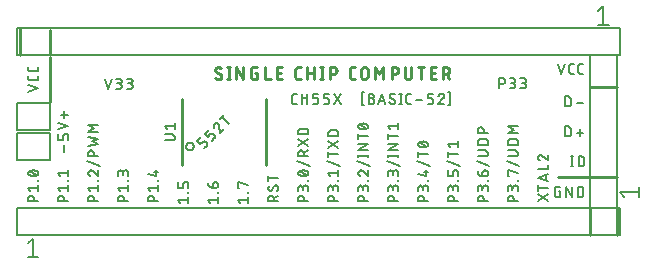
<source format=gbr>
G04 EAGLE Gerber RS-274X export*
G75*
%MOMM*%
%FSLAX34Y34*%
%LPD*%
%INSilkscreen Top*%
%IPPOS*%
%AMOC8*
5,1,8,0,0,1.08239X$1,22.5*%
G01*
%ADD10C,0.152400*%
%ADD11C,0.254000*%
%ADD12C,0.127000*%
%ADD13C,0.203200*%


D10*
X397764Y29972D02*
X389128Y29972D01*
X389128Y32371D01*
X389130Y32468D01*
X389136Y32564D01*
X389145Y32660D01*
X389159Y32756D01*
X389176Y32851D01*
X389198Y32945D01*
X389223Y33038D01*
X389251Y33131D01*
X389284Y33222D01*
X389320Y33311D01*
X389360Y33399D01*
X389403Y33486D01*
X389449Y33571D01*
X389499Y33653D01*
X389553Y33734D01*
X389609Y33812D01*
X389669Y33888D01*
X389731Y33962D01*
X389797Y34033D01*
X389865Y34101D01*
X389936Y34167D01*
X390010Y34229D01*
X390086Y34289D01*
X390164Y34345D01*
X390245Y34399D01*
X390328Y34449D01*
X390412Y34495D01*
X390499Y34538D01*
X390587Y34578D01*
X390676Y34614D01*
X390767Y34647D01*
X390860Y34675D01*
X390953Y34700D01*
X391047Y34722D01*
X391142Y34739D01*
X391238Y34753D01*
X391334Y34762D01*
X391430Y34768D01*
X391527Y34770D01*
X391624Y34768D01*
X391720Y34762D01*
X391816Y34753D01*
X391912Y34739D01*
X392007Y34722D01*
X392101Y34700D01*
X392194Y34675D01*
X392287Y34647D01*
X392378Y34614D01*
X392467Y34578D01*
X392555Y34538D01*
X392642Y34495D01*
X392727Y34449D01*
X392809Y34399D01*
X392890Y34345D01*
X392968Y34289D01*
X393044Y34229D01*
X393118Y34167D01*
X393189Y34101D01*
X393257Y34033D01*
X393323Y33962D01*
X393385Y33888D01*
X393445Y33812D01*
X393501Y33734D01*
X393555Y33653D01*
X393605Y33571D01*
X393651Y33486D01*
X393694Y33399D01*
X393734Y33311D01*
X393770Y33222D01*
X393803Y33131D01*
X393831Y33038D01*
X393856Y32945D01*
X393878Y32851D01*
X393895Y32756D01*
X393909Y32660D01*
X393918Y32564D01*
X393924Y32468D01*
X393926Y32371D01*
X393926Y29972D01*
X397764Y38616D02*
X397764Y41015D01*
X397762Y41112D01*
X397756Y41208D01*
X397747Y41304D01*
X397733Y41400D01*
X397716Y41495D01*
X397694Y41589D01*
X397669Y41682D01*
X397641Y41775D01*
X397608Y41866D01*
X397572Y41955D01*
X397532Y42043D01*
X397489Y42130D01*
X397443Y42215D01*
X397393Y42297D01*
X397339Y42378D01*
X397283Y42456D01*
X397223Y42532D01*
X397161Y42606D01*
X397095Y42677D01*
X397027Y42745D01*
X396956Y42811D01*
X396882Y42873D01*
X396806Y42933D01*
X396728Y42989D01*
X396647Y43043D01*
X396565Y43093D01*
X396480Y43139D01*
X396393Y43182D01*
X396305Y43222D01*
X396216Y43258D01*
X396125Y43291D01*
X396032Y43319D01*
X395939Y43344D01*
X395845Y43366D01*
X395750Y43383D01*
X395654Y43397D01*
X395558Y43406D01*
X395462Y43412D01*
X395365Y43414D01*
X395268Y43412D01*
X395172Y43406D01*
X395076Y43397D01*
X394980Y43383D01*
X394885Y43366D01*
X394791Y43344D01*
X394698Y43319D01*
X394605Y43291D01*
X394514Y43258D01*
X394425Y43222D01*
X394337Y43182D01*
X394250Y43139D01*
X394166Y43093D01*
X394083Y43043D01*
X394002Y42989D01*
X393924Y42933D01*
X393848Y42873D01*
X393774Y42811D01*
X393703Y42745D01*
X393635Y42677D01*
X393569Y42606D01*
X393507Y42532D01*
X393447Y42456D01*
X393391Y42378D01*
X393337Y42297D01*
X393287Y42215D01*
X393241Y42130D01*
X393198Y42043D01*
X393158Y41955D01*
X393122Y41866D01*
X393089Y41775D01*
X393061Y41682D01*
X393036Y41589D01*
X393014Y41495D01*
X392997Y41400D01*
X392983Y41304D01*
X392974Y41208D01*
X392968Y41112D01*
X392966Y41015D01*
X389128Y41495D02*
X389128Y38616D01*
X389128Y41495D02*
X389130Y41581D01*
X389136Y41667D01*
X389145Y41753D01*
X389159Y41838D01*
X389176Y41922D01*
X389197Y42006D01*
X389222Y42088D01*
X389250Y42169D01*
X389282Y42249D01*
X389318Y42328D01*
X389357Y42404D01*
X389400Y42479D01*
X389445Y42552D01*
X389494Y42623D01*
X389547Y42691D01*
X389602Y42758D01*
X389660Y42821D01*
X389721Y42882D01*
X389784Y42940D01*
X389851Y42995D01*
X389919Y43048D01*
X389990Y43097D01*
X390063Y43142D01*
X390138Y43185D01*
X390214Y43224D01*
X390293Y43260D01*
X390373Y43292D01*
X390454Y43320D01*
X390536Y43345D01*
X390620Y43366D01*
X390704Y43383D01*
X390789Y43397D01*
X390875Y43406D01*
X390961Y43412D01*
X391047Y43414D01*
X391133Y43412D01*
X391219Y43406D01*
X391305Y43397D01*
X391390Y43383D01*
X391474Y43366D01*
X391558Y43345D01*
X391640Y43320D01*
X391721Y43292D01*
X391801Y43260D01*
X391880Y43224D01*
X391956Y43185D01*
X392031Y43142D01*
X392104Y43097D01*
X392175Y43048D01*
X392243Y42995D01*
X392310Y42940D01*
X392373Y42882D01*
X392434Y42821D01*
X392492Y42758D01*
X392547Y42691D01*
X392600Y42623D01*
X392649Y42552D01*
X392694Y42479D01*
X392737Y42404D01*
X392776Y42328D01*
X392812Y42249D01*
X392844Y42169D01*
X392872Y42088D01*
X392897Y42006D01*
X392918Y41922D01*
X392935Y41838D01*
X392949Y41753D01*
X392958Y41667D01*
X392964Y41581D01*
X392966Y41495D01*
X392966Y39576D01*
X397284Y47176D02*
X397764Y47176D01*
X397284Y47176D02*
X397284Y47656D01*
X397764Y47656D01*
X397764Y47176D01*
X392966Y51418D02*
X392966Y54297D01*
X392968Y54383D01*
X392974Y54469D01*
X392983Y54555D01*
X392997Y54640D01*
X393014Y54724D01*
X393035Y54808D01*
X393060Y54890D01*
X393088Y54971D01*
X393120Y55051D01*
X393156Y55130D01*
X393195Y55206D01*
X393238Y55281D01*
X393283Y55354D01*
X393333Y55425D01*
X393385Y55493D01*
X393440Y55560D01*
X393498Y55623D01*
X393559Y55684D01*
X393622Y55742D01*
X393689Y55797D01*
X393757Y55850D01*
X393828Y55899D01*
X393901Y55944D01*
X393976Y55987D01*
X394052Y56026D01*
X394131Y56062D01*
X394211Y56094D01*
X394292Y56122D01*
X394375Y56147D01*
X394458Y56168D01*
X394542Y56185D01*
X394627Y56199D01*
X394713Y56208D01*
X394799Y56214D01*
X394885Y56216D01*
X395365Y56216D01*
X395462Y56214D01*
X395558Y56208D01*
X395654Y56199D01*
X395750Y56185D01*
X395845Y56168D01*
X395939Y56146D01*
X396032Y56121D01*
X396125Y56093D01*
X396216Y56060D01*
X396305Y56024D01*
X396393Y55984D01*
X396480Y55941D01*
X396565Y55895D01*
X396647Y55845D01*
X396728Y55791D01*
X396806Y55735D01*
X396882Y55675D01*
X396956Y55613D01*
X397027Y55547D01*
X397095Y55479D01*
X397161Y55408D01*
X397223Y55334D01*
X397283Y55258D01*
X397339Y55180D01*
X397393Y55099D01*
X397443Y55016D01*
X397489Y54932D01*
X397532Y54845D01*
X397572Y54757D01*
X397608Y54668D01*
X397641Y54577D01*
X397669Y54484D01*
X397694Y54391D01*
X397716Y54297D01*
X397733Y54202D01*
X397747Y54106D01*
X397756Y54010D01*
X397762Y53914D01*
X397764Y53817D01*
X397762Y53720D01*
X397756Y53624D01*
X397747Y53528D01*
X397733Y53432D01*
X397716Y53337D01*
X397694Y53243D01*
X397669Y53150D01*
X397641Y53057D01*
X397608Y52966D01*
X397572Y52877D01*
X397532Y52789D01*
X397489Y52702D01*
X397443Y52617D01*
X397393Y52535D01*
X397339Y52454D01*
X397283Y52376D01*
X397223Y52300D01*
X397161Y52226D01*
X397095Y52155D01*
X397027Y52087D01*
X396956Y52021D01*
X396882Y51959D01*
X396806Y51899D01*
X396728Y51843D01*
X396647Y51789D01*
X396565Y51739D01*
X396480Y51693D01*
X396393Y51650D01*
X396305Y51610D01*
X396216Y51574D01*
X396125Y51541D01*
X396032Y51513D01*
X395939Y51488D01*
X395845Y51466D01*
X395750Y51449D01*
X395654Y51435D01*
X395558Y51426D01*
X395462Y51420D01*
X395365Y51418D01*
X392966Y51418D01*
X392843Y51420D01*
X392720Y51426D01*
X392597Y51436D01*
X392475Y51450D01*
X392353Y51467D01*
X392232Y51489D01*
X392112Y51514D01*
X391992Y51544D01*
X391874Y51577D01*
X391757Y51614D01*
X391640Y51654D01*
X391526Y51698D01*
X391412Y51746D01*
X391301Y51798D01*
X391191Y51853D01*
X391083Y51912D01*
X390976Y51974D01*
X390872Y52039D01*
X390770Y52108D01*
X390670Y52180D01*
X390573Y52255D01*
X390478Y52334D01*
X390386Y52415D01*
X390296Y52499D01*
X390209Y52586D01*
X390125Y52676D01*
X390044Y52768D01*
X389965Y52863D01*
X389890Y52960D01*
X389818Y53060D01*
X389749Y53162D01*
X389684Y53266D01*
X389622Y53373D01*
X389563Y53481D01*
X389508Y53591D01*
X389456Y53702D01*
X389409Y53816D01*
X389364Y53930D01*
X389324Y54047D01*
X389287Y54164D01*
X389254Y54282D01*
X389224Y54402D01*
X389199Y54522D01*
X389177Y54643D01*
X389160Y54765D01*
X389146Y54887D01*
X389136Y55010D01*
X389130Y55133D01*
X389128Y55256D01*
X388168Y63966D02*
X398724Y60127D01*
X395365Y68182D02*
X389128Y68182D01*
X395365Y68182D02*
X395462Y68184D01*
X395558Y68190D01*
X395654Y68199D01*
X395750Y68213D01*
X395845Y68230D01*
X395939Y68252D01*
X396032Y68277D01*
X396125Y68305D01*
X396216Y68338D01*
X396305Y68374D01*
X396393Y68414D01*
X396480Y68457D01*
X396565Y68503D01*
X396647Y68553D01*
X396728Y68607D01*
X396806Y68663D01*
X396882Y68723D01*
X396956Y68785D01*
X397027Y68851D01*
X397095Y68919D01*
X397161Y68990D01*
X397223Y69064D01*
X397283Y69140D01*
X397339Y69218D01*
X397393Y69299D01*
X397443Y69381D01*
X397489Y69466D01*
X397532Y69553D01*
X397572Y69641D01*
X397608Y69730D01*
X397641Y69821D01*
X397669Y69914D01*
X397694Y70007D01*
X397716Y70101D01*
X397733Y70196D01*
X397747Y70292D01*
X397756Y70388D01*
X397762Y70484D01*
X397764Y70581D01*
X397762Y70678D01*
X397756Y70774D01*
X397747Y70870D01*
X397733Y70966D01*
X397716Y71061D01*
X397694Y71155D01*
X397669Y71248D01*
X397641Y71341D01*
X397608Y71432D01*
X397572Y71521D01*
X397532Y71609D01*
X397489Y71696D01*
X397443Y71780D01*
X397393Y71863D01*
X397339Y71944D01*
X397283Y72022D01*
X397223Y72098D01*
X397161Y72172D01*
X397095Y72243D01*
X397027Y72311D01*
X396956Y72377D01*
X396882Y72439D01*
X396806Y72499D01*
X396728Y72555D01*
X396647Y72609D01*
X396565Y72659D01*
X396480Y72705D01*
X396393Y72748D01*
X396305Y72788D01*
X396216Y72824D01*
X396125Y72857D01*
X396032Y72885D01*
X395939Y72910D01*
X395845Y72932D01*
X395750Y72949D01*
X395654Y72963D01*
X395558Y72972D01*
X395462Y72978D01*
X395365Y72980D01*
X389128Y72980D01*
X389128Y77936D02*
X397764Y77936D01*
X389128Y77936D02*
X389128Y80334D01*
X389130Y80431D01*
X389136Y80527D01*
X389145Y80623D01*
X389159Y80719D01*
X389176Y80814D01*
X389198Y80908D01*
X389223Y81001D01*
X389251Y81094D01*
X389284Y81185D01*
X389320Y81274D01*
X389360Y81362D01*
X389403Y81449D01*
X389449Y81534D01*
X389499Y81616D01*
X389553Y81697D01*
X389609Y81775D01*
X389669Y81851D01*
X389731Y81925D01*
X389797Y81996D01*
X389865Y82064D01*
X389936Y82130D01*
X390010Y82192D01*
X390086Y82252D01*
X390164Y82308D01*
X390245Y82362D01*
X390328Y82412D01*
X390412Y82458D01*
X390499Y82501D01*
X390587Y82541D01*
X390676Y82577D01*
X390767Y82610D01*
X390860Y82638D01*
X390953Y82663D01*
X391047Y82685D01*
X391142Y82702D01*
X391238Y82716D01*
X391334Y82725D01*
X391430Y82731D01*
X391527Y82733D01*
X395365Y82733D01*
X395462Y82731D01*
X395558Y82725D01*
X395654Y82716D01*
X395750Y82702D01*
X395845Y82685D01*
X395939Y82663D01*
X396032Y82638D01*
X396125Y82610D01*
X396216Y82577D01*
X396305Y82541D01*
X396393Y82501D01*
X396480Y82458D01*
X396565Y82412D01*
X396647Y82362D01*
X396728Y82308D01*
X396806Y82252D01*
X396882Y82192D01*
X396956Y82130D01*
X397027Y82064D01*
X397095Y81996D01*
X397161Y81925D01*
X397223Y81851D01*
X397283Y81775D01*
X397339Y81697D01*
X397393Y81616D01*
X397443Y81534D01*
X397489Y81449D01*
X397532Y81362D01*
X397572Y81274D01*
X397608Y81185D01*
X397641Y81094D01*
X397669Y81001D01*
X397694Y80908D01*
X397716Y80814D01*
X397733Y80719D01*
X397747Y80623D01*
X397756Y80527D01*
X397762Y80431D01*
X397764Y80334D01*
X397764Y77936D01*
X397764Y87884D02*
X389128Y87884D01*
X389128Y90283D01*
X389130Y90380D01*
X389136Y90476D01*
X389145Y90572D01*
X389159Y90668D01*
X389176Y90763D01*
X389198Y90857D01*
X389223Y90950D01*
X389251Y91043D01*
X389284Y91134D01*
X389320Y91223D01*
X389360Y91311D01*
X389403Y91398D01*
X389449Y91483D01*
X389499Y91565D01*
X389553Y91646D01*
X389609Y91724D01*
X389669Y91800D01*
X389731Y91874D01*
X389797Y91945D01*
X389865Y92013D01*
X389936Y92079D01*
X390010Y92141D01*
X390086Y92201D01*
X390164Y92257D01*
X390245Y92311D01*
X390328Y92361D01*
X390412Y92407D01*
X390499Y92450D01*
X390587Y92490D01*
X390676Y92526D01*
X390767Y92559D01*
X390860Y92587D01*
X390953Y92612D01*
X391047Y92634D01*
X391142Y92651D01*
X391238Y92665D01*
X391334Y92674D01*
X391430Y92680D01*
X391527Y92682D01*
X391624Y92680D01*
X391720Y92674D01*
X391816Y92665D01*
X391912Y92651D01*
X392007Y92634D01*
X392101Y92612D01*
X392194Y92587D01*
X392287Y92559D01*
X392378Y92526D01*
X392467Y92490D01*
X392555Y92450D01*
X392642Y92407D01*
X392727Y92361D01*
X392809Y92311D01*
X392890Y92257D01*
X392968Y92201D01*
X393044Y92141D01*
X393118Y92079D01*
X393189Y92013D01*
X393257Y91945D01*
X393323Y91874D01*
X393385Y91800D01*
X393445Y91724D01*
X393501Y91646D01*
X393555Y91565D01*
X393605Y91483D01*
X393651Y91398D01*
X393694Y91311D01*
X393734Y91223D01*
X393770Y91134D01*
X393803Y91043D01*
X393831Y90950D01*
X393856Y90857D01*
X393878Y90763D01*
X393895Y90668D01*
X393909Y90572D01*
X393918Y90476D01*
X393924Y90380D01*
X393926Y90283D01*
X393926Y87884D01*
X414528Y29972D02*
X423164Y29972D01*
X414528Y29972D02*
X414528Y32371D01*
X414530Y32468D01*
X414536Y32564D01*
X414545Y32660D01*
X414559Y32756D01*
X414576Y32851D01*
X414598Y32945D01*
X414623Y33038D01*
X414651Y33131D01*
X414684Y33222D01*
X414720Y33311D01*
X414760Y33399D01*
X414803Y33486D01*
X414849Y33571D01*
X414899Y33653D01*
X414953Y33734D01*
X415009Y33812D01*
X415069Y33888D01*
X415131Y33962D01*
X415197Y34033D01*
X415265Y34101D01*
X415336Y34167D01*
X415410Y34229D01*
X415486Y34289D01*
X415564Y34345D01*
X415645Y34399D01*
X415728Y34449D01*
X415812Y34495D01*
X415899Y34538D01*
X415987Y34578D01*
X416076Y34614D01*
X416167Y34647D01*
X416260Y34675D01*
X416353Y34700D01*
X416447Y34722D01*
X416542Y34739D01*
X416638Y34753D01*
X416734Y34762D01*
X416830Y34768D01*
X416927Y34770D01*
X417024Y34768D01*
X417120Y34762D01*
X417216Y34753D01*
X417312Y34739D01*
X417407Y34722D01*
X417501Y34700D01*
X417594Y34675D01*
X417687Y34647D01*
X417778Y34614D01*
X417867Y34578D01*
X417955Y34538D01*
X418042Y34495D01*
X418127Y34449D01*
X418209Y34399D01*
X418290Y34345D01*
X418368Y34289D01*
X418444Y34229D01*
X418518Y34167D01*
X418589Y34101D01*
X418657Y34033D01*
X418723Y33962D01*
X418785Y33888D01*
X418845Y33812D01*
X418901Y33734D01*
X418955Y33653D01*
X419005Y33571D01*
X419051Y33486D01*
X419094Y33399D01*
X419134Y33311D01*
X419170Y33222D01*
X419203Y33131D01*
X419231Y33038D01*
X419256Y32945D01*
X419278Y32851D01*
X419295Y32756D01*
X419309Y32660D01*
X419318Y32564D01*
X419324Y32468D01*
X419326Y32371D01*
X419326Y29972D01*
X423164Y38616D02*
X423164Y41015D01*
X423162Y41112D01*
X423156Y41208D01*
X423147Y41304D01*
X423133Y41400D01*
X423116Y41495D01*
X423094Y41589D01*
X423069Y41682D01*
X423041Y41775D01*
X423008Y41866D01*
X422972Y41955D01*
X422932Y42043D01*
X422889Y42130D01*
X422843Y42215D01*
X422793Y42297D01*
X422739Y42378D01*
X422683Y42456D01*
X422623Y42532D01*
X422561Y42606D01*
X422495Y42677D01*
X422427Y42745D01*
X422356Y42811D01*
X422282Y42873D01*
X422206Y42933D01*
X422128Y42989D01*
X422047Y43043D01*
X421965Y43093D01*
X421880Y43139D01*
X421793Y43182D01*
X421705Y43222D01*
X421616Y43258D01*
X421525Y43291D01*
X421432Y43319D01*
X421339Y43344D01*
X421245Y43366D01*
X421150Y43383D01*
X421054Y43397D01*
X420958Y43406D01*
X420862Y43412D01*
X420765Y43414D01*
X420668Y43412D01*
X420572Y43406D01*
X420476Y43397D01*
X420380Y43383D01*
X420285Y43366D01*
X420191Y43344D01*
X420098Y43319D01*
X420005Y43291D01*
X419914Y43258D01*
X419825Y43222D01*
X419737Y43182D01*
X419650Y43139D01*
X419566Y43093D01*
X419483Y43043D01*
X419402Y42989D01*
X419324Y42933D01*
X419248Y42873D01*
X419174Y42811D01*
X419103Y42745D01*
X419035Y42677D01*
X418969Y42606D01*
X418907Y42532D01*
X418847Y42456D01*
X418791Y42378D01*
X418737Y42297D01*
X418687Y42215D01*
X418641Y42130D01*
X418598Y42043D01*
X418558Y41955D01*
X418522Y41866D01*
X418489Y41775D01*
X418461Y41682D01*
X418436Y41589D01*
X418414Y41495D01*
X418397Y41400D01*
X418383Y41304D01*
X418374Y41208D01*
X418368Y41112D01*
X418366Y41015D01*
X414528Y41495D02*
X414528Y38616D01*
X414528Y41495D02*
X414530Y41581D01*
X414536Y41667D01*
X414545Y41753D01*
X414559Y41838D01*
X414576Y41922D01*
X414597Y42006D01*
X414622Y42088D01*
X414650Y42169D01*
X414682Y42249D01*
X414718Y42328D01*
X414757Y42404D01*
X414800Y42479D01*
X414845Y42552D01*
X414894Y42623D01*
X414947Y42691D01*
X415002Y42758D01*
X415060Y42821D01*
X415121Y42882D01*
X415184Y42940D01*
X415251Y42995D01*
X415319Y43048D01*
X415390Y43097D01*
X415463Y43142D01*
X415538Y43185D01*
X415614Y43224D01*
X415693Y43260D01*
X415773Y43292D01*
X415854Y43320D01*
X415936Y43345D01*
X416020Y43366D01*
X416104Y43383D01*
X416189Y43397D01*
X416275Y43406D01*
X416361Y43412D01*
X416447Y43414D01*
X416533Y43412D01*
X416619Y43406D01*
X416705Y43397D01*
X416790Y43383D01*
X416874Y43366D01*
X416958Y43345D01*
X417040Y43320D01*
X417121Y43292D01*
X417201Y43260D01*
X417280Y43224D01*
X417356Y43185D01*
X417431Y43142D01*
X417504Y43097D01*
X417575Y43048D01*
X417643Y42995D01*
X417710Y42940D01*
X417773Y42882D01*
X417834Y42821D01*
X417892Y42758D01*
X417947Y42691D01*
X418000Y42623D01*
X418049Y42552D01*
X418094Y42479D01*
X418137Y42404D01*
X418176Y42328D01*
X418212Y42249D01*
X418244Y42169D01*
X418272Y42088D01*
X418297Y42006D01*
X418318Y41922D01*
X418335Y41838D01*
X418349Y41753D01*
X418358Y41667D01*
X418364Y41581D01*
X418366Y41495D01*
X418366Y39576D01*
X422684Y47176D02*
X423164Y47176D01*
X422684Y47176D02*
X422684Y47656D01*
X423164Y47656D01*
X423164Y47176D01*
X415488Y51418D02*
X414528Y51418D01*
X414528Y56216D01*
X423164Y53817D01*
X424124Y60127D02*
X413568Y63966D01*
X414528Y68182D02*
X420765Y68182D01*
X420862Y68184D01*
X420958Y68190D01*
X421054Y68199D01*
X421150Y68213D01*
X421245Y68230D01*
X421339Y68252D01*
X421432Y68277D01*
X421525Y68305D01*
X421616Y68338D01*
X421705Y68374D01*
X421793Y68414D01*
X421880Y68457D01*
X421965Y68503D01*
X422047Y68553D01*
X422128Y68607D01*
X422206Y68663D01*
X422282Y68723D01*
X422356Y68785D01*
X422427Y68851D01*
X422495Y68919D01*
X422561Y68990D01*
X422623Y69064D01*
X422683Y69140D01*
X422739Y69218D01*
X422793Y69299D01*
X422843Y69381D01*
X422889Y69466D01*
X422932Y69553D01*
X422972Y69641D01*
X423008Y69730D01*
X423041Y69821D01*
X423069Y69914D01*
X423094Y70007D01*
X423116Y70101D01*
X423133Y70196D01*
X423147Y70292D01*
X423156Y70388D01*
X423162Y70484D01*
X423164Y70581D01*
X423162Y70678D01*
X423156Y70774D01*
X423147Y70870D01*
X423133Y70966D01*
X423116Y71061D01*
X423094Y71155D01*
X423069Y71248D01*
X423041Y71341D01*
X423008Y71432D01*
X422972Y71521D01*
X422932Y71609D01*
X422889Y71696D01*
X422843Y71780D01*
X422793Y71863D01*
X422739Y71944D01*
X422683Y72022D01*
X422623Y72098D01*
X422561Y72172D01*
X422495Y72243D01*
X422427Y72311D01*
X422356Y72377D01*
X422282Y72439D01*
X422206Y72499D01*
X422128Y72555D01*
X422047Y72609D01*
X421965Y72659D01*
X421880Y72705D01*
X421793Y72748D01*
X421705Y72788D01*
X421616Y72824D01*
X421525Y72857D01*
X421432Y72885D01*
X421339Y72910D01*
X421245Y72932D01*
X421150Y72949D01*
X421054Y72963D01*
X420958Y72972D01*
X420862Y72978D01*
X420765Y72980D01*
X414528Y72980D01*
X414528Y77936D02*
X423164Y77936D01*
X414528Y77936D02*
X414528Y80334D01*
X414530Y80431D01*
X414536Y80527D01*
X414545Y80623D01*
X414559Y80719D01*
X414576Y80814D01*
X414598Y80908D01*
X414623Y81001D01*
X414651Y81094D01*
X414684Y81185D01*
X414720Y81274D01*
X414760Y81362D01*
X414803Y81449D01*
X414849Y81534D01*
X414899Y81616D01*
X414953Y81697D01*
X415009Y81775D01*
X415069Y81851D01*
X415131Y81925D01*
X415197Y81996D01*
X415265Y82064D01*
X415336Y82130D01*
X415410Y82192D01*
X415486Y82252D01*
X415564Y82308D01*
X415645Y82362D01*
X415728Y82412D01*
X415812Y82458D01*
X415899Y82501D01*
X415987Y82541D01*
X416076Y82577D01*
X416167Y82610D01*
X416260Y82638D01*
X416353Y82663D01*
X416447Y82685D01*
X416542Y82702D01*
X416638Y82716D01*
X416734Y82725D01*
X416830Y82731D01*
X416927Y82733D01*
X420765Y82733D01*
X420862Y82731D01*
X420958Y82725D01*
X421054Y82716D01*
X421150Y82702D01*
X421245Y82685D01*
X421339Y82663D01*
X421432Y82638D01*
X421525Y82610D01*
X421616Y82577D01*
X421705Y82541D01*
X421793Y82501D01*
X421880Y82458D01*
X421965Y82412D01*
X422047Y82362D01*
X422128Y82308D01*
X422206Y82252D01*
X422282Y82192D01*
X422356Y82130D01*
X422427Y82064D01*
X422495Y81996D01*
X422561Y81925D01*
X422623Y81851D01*
X422683Y81775D01*
X422739Y81697D01*
X422793Y81616D01*
X422843Y81534D01*
X422889Y81449D01*
X422932Y81362D01*
X422972Y81274D01*
X423008Y81185D01*
X423041Y81094D01*
X423069Y81001D01*
X423094Y80908D01*
X423116Y80814D01*
X423133Y80719D01*
X423147Y80623D01*
X423156Y80527D01*
X423162Y80431D01*
X423164Y80334D01*
X423164Y77936D01*
X423164Y87819D02*
X414528Y87819D01*
X419326Y90698D01*
X414528Y93576D01*
X423164Y93576D01*
X245618Y29972D02*
X236982Y29972D01*
X236982Y32371D01*
X236984Y32468D01*
X236990Y32564D01*
X236999Y32660D01*
X237013Y32756D01*
X237030Y32851D01*
X237052Y32945D01*
X237077Y33038D01*
X237105Y33131D01*
X237138Y33222D01*
X237174Y33311D01*
X237214Y33399D01*
X237257Y33486D01*
X237303Y33571D01*
X237353Y33653D01*
X237407Y33734D01*
X237463Y33812D01*
X237523Y33888D01*
X237585Y33962D01*
X237651Y34033D01*
X237719Y34101D01*
X237790Y34167D01*
X237864Y34229D01*
X237940Y34289D01*
X238018Y34345D01*
X238099Y34399D01*
X238182Y34449D01*
X238266Y34495D01*
X238353Y34538D01*
X238441Y34578D01*
X238530Y34614D01*
X238621Y34647D01*
X238714Y34675D01*
X238807Y34700D01*
X238901Y34722D01*
X238996Y34739D01*
X239092Y34753D01*
X239188Y34762D01*
X239284Y34768D01*
X239381Y34770D01*
X239478Y34768D01*
X239574Y34762D01*
X239670Y34753D01*
X239766Y34739D01*
X239861Y34722D01*
X239955Y34700D01*
X240048Y34675D01*
X240141Y34647D01*
X240232Y34614D01*
X240321Y34578D01*
X240409Y34538D01*
X240496Y34495D01*
X240581Y34449D01*
X240663Y34399D01*
X240744Y34345D01*
X240822Y34289D01*
X240898Y34229D01*
X240972Y34167D01*
X241043Y34101D01*
X241111Y34033D01*
X241177Y33962D01*
X241239Y33888D01*
X241299Y33812D01*
X241355Y33734D01*
X241409Y33653D01*
X241459Y33571D01*
X241505Y33486D01*
X241548Y33399D01*
X241588Y33311D01*
X241624Y33222D01*
X241657Y33131D01*
X241685Y33038D01*
X241710Y32945D01*
X241732Y32851D01*
X241749Y32756D01*
X241763Y32660D01*
X241772Y32564D01*
X241778Y32468D01*
X241780Y32371D01*
X241780Y29972D01*
X245618Y38616D02*
X245618Y41015D01*
X245616Y41112D01*
X245610Y41208D01*
X245601Y41304D01*
X245587Y41400D01*
X245570Y41495D01*
X245548Y41589D01*
X245523Y41682D01*
X245495Y41775D01*
X245462Y41866D01*
X245426Y41955D01*
X245386Y42043D01*
X245343Y42130D01*
X245297Y42215D01*
X245247Y42297D01*
X245193Y42378D01*
X245137Y42456D01*
X245077Y42532D01*
X245015Y42606D01*
X244949Y42677D01*
X244881Y42745D01*
X244810Y42811D01*
X244736Y42873D01*
X244660Y42933D01*
X244582Y42989D01*
X244501Y43043D01*
X244419Y43093D01*
X244334Y43139D01*
X244247Y43182D01*
X244159Y43222D01*
X244070Y43258D01*
X243979Y43291D01*
X243886Y43319D01*
X243793Y43344D01*
X243699Y43366D01*
X243604Y43383D01*
X243508Y43397D01*
X243412Y43406D01*
X243316Y43412D01*
X243219Y43414D01*
X243122Y43412D01*
X243026Y43406D01*
X242930Y43397D01*
X242834Y43383D01*
X242739Y43366D01*
X242645Y43344D01*
X242552Y43319D01*
X242459Y43291D01*
X242368Y43258D01*
X242279Y43222D01*
X242191Y43182D01*
X242104Y43139D01*
X242020Y43093D01*
X241937Y43043D01*
X241856Y42989D01*
X241778Y42933D01*
X241702Y42873D01*
X241628Y42811D01*
X241557Y42745D01*
X241489Y42677D01*
X241423Y42606D01*
X241361Y42532D01*
X241301Y42456D01*
X241245Y42378D01*
X241191Y42297D01*
X241141Y42215D01*
X241095Y42130D01*
X241052Y42043D01*
X241012Y41955D01*
X240976Y41866D01*
X240943Y41775D01*
X240915Y41682D01*
X240890Y41589D01*
X240868Y41495D01*
X240851Y41400D01*
X240837Y41304D01*
X240828Y41208D01*
X240822Y41112D01*
X240820Y41015D01*
X236982Y41495D02*
X236982Y38616D01*
X236982Y41495D02*
X236984Y41581D01*
X236990Y41667D01*
X236999Y41753D01*
X237013Y41838D01*
X237030Y41922D01*
X237051Y42006D01*
X237076Y42088D01*
X237104Y42169D01*
X237136Y42249D01*
X237172Y42328D01*
X237211Y42404D01*
X237254Y42479D01*
X237299Y42552D01*
X237348Y42623D01*
X237401Y42691D01*
X237456Y42758D01*
X237514Y42821D01*
X237575Y42882D01*
X237638Y42940D01*
X237705Y42995D01*
X237773Y43048D01*
X237844Y43097D01*
X237917Y43142D01*
X237992Y43185D01*
X238068Y43224D01*
X238147Y43260D01*
X238227Y43292D01*
X238308Y43320D01*
X238390Y43345D01*
X238474Y43366D01*
X238558Y43383D01*
X238643Y43397D01*
X238729Y43406D01*
X238815Y43412D01*
X238901Y43414D01*
X238987Y43412D01*
X239073Y43406D01*
X239159Y43397D01*
X239244Y43383D01*
X239328Y43366D01*
X239412Y43345D01*
X239494Y43320D01*
X239575Y43292D01*
X239655Y43260D01*
X239734Y43224D01*
X239810Y43185D01*
X239885Y43142D01*
X239958Y43097D01*
X240029Y43048D01*
X240097Y42995D01*
X240164Y42940D01*
X240227Y42882D01*
X240288Y42821D01*
X240346Y42758D01*
X240401Y42691D01*
X240454Y42623D01*
X240503Y42552D01*
X240548Y42479D01*
X240591Y42404D01*
X240630Y42328D01*
X240666Y42249D01*
X240698Y42169D01*
X240726Y42088D01*
X240751Y42006D01*
X240772Y41922D01*
X240789Y41838D01*
X240803Y41753D01*
X240812Y41667D01*
X240818Y41581D01*
X240820Y41495D01*
X240820Y39576D01*
X245138Y47176D02*
X245618Y47176D01*
X245138Y47176D02*
X245138Y47656D01*
X245618Y47656D01*
X245618Y47176D01*
X241300Y51418D02*
X241130Y51420D01*
X240960Y51426D01*
X240791Y51436D01*
X240621Y51450D01*
X240452Y51469D01*
X240284Y51491D01*
X240116Y51517D01*
X239949Y51547D01*
X239783Y51582D01*
X239617Y51620D01*
X239452Y51662D01*
X239289Y51708D01*
X239127Y51758D01*
X238965Y51812D01*
X238806Y51869D01*
X238647Y51931D01*
X238490Y51996D01*
X238335Y52065D01*
X238181Y52138D01*
X238105Y52166D01*
X238030Y52198D01*
X237956Y52233D01*
X237884Y52271D01*
X237814Y52313D01*
X237746Y52358D01*
X237680Y52406D01*
X237616Y52457D01*
X237555Y52511D01*
X237496Y52567D01*
X237440Y52627D01*
X237387Y52688D01*
X237337Y52752D01*
X237289Y52819D01*
X237245Y52887D01*
X237204Y52958D01*
X237166Y53030D01*
X237132Y53104D01*
X237101Y53179D01*
X237073Y53256D01*
X237049Y53334D01*
X237029Y53413D01*
X237012Y53493D01*
X236999Y53573D01*
X236989Y53654D01*
X236984Y53735D01*
X236982Y53817D01*
X236984Y53899D01*
X236989Y53980D01*
X236999Y54061D01*
X237012Y54141D01*
X237029Y54221D01*
X237049Y54300D01*
X237073Y54378D01*
X237101Y54455D01*
X237132Y54530D01*
X237166Y54604D01*
X237204Y54676D01*
X237245Y54747D01*
X237289Y54815D01*
X237337Y54882D01*
X237387Y54946D01*
X237440Y55007D01*
X237496Y55067D01*
X237555Y55123D01*
X237616Y55177D01*
X237680Y55228D01*
X237746Y55276D01*
X237814Y55321D01*
X237884Y55363D01*
X237956Y55401D01*
X238030Y55436D01*
X238105Y55468D01*
X238181Y55496D01*
X238335Y55569D01*
X238490Y55638D01*
X238647Y55703D01*
X238806Y55765D01*
X238965Y55822D01*
X239127Y55876D01*
X239289Y55926D01*
X239452Y55972D01*
X239617Y56014D01*
X239783Y56052D01*
X239949Y56087D01*
X240116Y56117D01*
X240284Y56143D01*
X240452Y56165D01*
X240621Y56184D01*
X240791Y56198D01*
X240960Y56208D01*
X241130Y56214D01*
X241300Y56216D01*
X241300Y51418D02*
X241470Y51420D01*
X241640Y51426D01*
X241809Y51436D01*
X241979Y51450D01*
X242148Y51469D01*
X242316Y51491D01*
X242484Y51517D01*
X242651Y51547D01*
X242817Y51582D01*
X242983Y51620D01*
X243148Y51662D01*
X243311Y51708D01*
X243473Y51758D01*
X243635Y51812D01*
X243794Y51869D01*
X243953Y51931D01*
X244110Y51996D01*
X244265Y52065D01*
X244419Y52138D01*
X244495Y52166D01*
X244570Y52198D01*
X244644Y52233D01*
X244716Y52271D01*
X244786Y52313D01*
X244854Y52358D01*
X244920Y52406D01*
X244984Y52457D01*
X245045Y52511D01*
X245104Y52567D01*
X245160Y52627D01*
X245213Y52688D01*
X245263Y52752D01*
X245311Y52819D01*
X245355Y52887D01*
X245396Y52958D01*
X245434Y53030D01*
X245468Y53104D01*
X245499Y53179D01*
X245527Y53256D01*
X245551Y53334D01*
X245571Y53413D01*
X245588Y53493D01*
X245601Y53573D01*
X245611Y53654D01*
X245616Y53735D01*
X245618Y53817D01*
X244419Y55496D02*
X244265Y55569D01*
X244110Y55638D01*
X243953Y55703D01*
X243794Y55765D01*
X243635Y55822D01*
X243473Y55876D01*
X243311Y55926D01*
X243148Y55972D01*
X242983Y56014D01*
X242817Y56052D01*
X242651Y56087D01*
X242484Y56117D01*
X242316Y56143D01*
X242148Y56165D01*
X241979Y56184D01*
X241809Y56198D01*
X241640Y56208D01*
X241470Y56214D01*
X241300Y56216D01*
X244419Y55496D02*
X244495Y55468D01*
X244570Y55436D01*
X244644Y55401D01*
X244716Y55363D01*
X244786Y55321D01*
X244854Y55276D01*
X244920Y55228D01*
X244984Y55177D01*
X245045Y55123D01*
X245104Y55067D01*
X245160Y55007D01*
X245213Y54946D01*
X245263Y54882D01*
X245311Y54815D01*
X245355Y54747D01*
X245396Y54676D01*
X245434Y54604D01*
X245468Y54530D01*
X245499Y54455D01*
X245527Y54378D01*
X245551Y54300D01*
X245571Y54221D01*
X245588Y54141D01*
X245601Y54061D01*
X245611Y53980D01*
X245616Y53899D01*
X245618Y53817D01*
X243699Y51898D02*
X238901Y55736D01*
X236022Y63966D02*
X246578Y60127D01*
X245618Y68267D02*
X236982Y68267D01*
X236982Y70665D01*
X236984Y70762D01*
X236990Y70858D01*
X236999Y70954D01*
X237013Y71050D01*
X237030Y71145D01*
X237052Y71239D01*
X237077Y71332D01*
X237105Y71425D01*
X237138Y71516D01*
X237174Y71605D01*
X237214Y71693D01*
X237257Y71780D01*
X237303Y71865D01*
X237353Y71947D01*
X237407Y72028D01*
X237463Y72106D01*
X237523Y72182D01*
X237585Y72256D01*
X237651Y72327D01*
X237719Y72395D01*
X237790Y72461D01*
X237864Y72523D01*
X237940Y72583D01*
X238018Y72639D01*
X238099Y72693D01*
X238182Y72743D01*
X238266Y72789D01*
X238353Y72832D01*
X238441Y72872D01*
X238530Y72908D01*
X238621Y72941D01*
X238714Y72969D01*
X238807Y72994D01*
X238901Y73016D01*
X238996Y73033D01*
X239092Y73047D01*
X239188Y73056D01*
X239284Y73062D01*
X239381Y73064D01*
X239478Y73062D01*
X239574Y73056D01*
X239670Y73047D01*
X239766Y73033D01*
X239861Y73016D01*
X239955Y72994D01*
X240048Y72969D01*
X240141Y72941D01*
X240232Y72908D01*
X240321Y72872D01*
X240409Y72832D01*
X240496Y72789D01*
X240581Y72743D01*
X240663Y72693D01*
X240744Y72639D01*
X240822Y72583D01*
X240898Y72523D01*
X240972Y72461D01*
X241043Y72395D01*
X241111Y72327D01*
X241177Y72256D01*
X241239Y72182D01*
X241299Y72106D01*
X241355Y72028D01*
X241409Y71947D01*
X241459Y71865D01*
X241505Y71780D01*
X241548Y71693D01*
X241588Y71605D01*
X241624Y71516D01*
X241657Y71425D01*
X241685Y71332D01*
X241710Y71239D01*
X241732Y71145D01*
X241749Y71050D01*
X241763Y70954D01*
X241772Y70858D01*
X241778Y70762D01*
X241780Y70665D01*
X241780Y68267D01*
X241780Y71145D02*
X245618Y73064D01*
X245618Y76846D02*
X236982Y82603D01*
X236982Y76846D02*
X245618Y82603D01*
X245618Y86775D02*
X236982Y86775D01*
X236982Y89174D01*
X236984Y89271D01*
X236990Y89367D01*
X236999Y89463D01*
X237013Y89559D01*
X237030Y89654D01*
X237052Y89748D01*
X237077Y89841D01*
X237105Y89934D01*
X237138Y90025D01*
X237174Y90114D01*
X237214Y90202D01*
X237257Y90289D01*
X237303Y90374D01*
X237353Y90456D01*
X237407Y90537D01*
X237463Y90615D01*
X237523Y90691D01*
X237585Y90765D01*
X237651Y90836D01*
X237719Y90904D01*
X237790Y90970D01*
X237864Y91032D01*
X237940Y91092D01*
X238018Y91148D01*
X238099Y91202D01*
X238182Y91252D01*
X238266Y91298D01*
X238353Y91341D01*
X238441Y91381D01*
X238530Y91417D01*
X238621Y91450D01*
X238714Y91478D01*
X238807Y91503D01*
X238901Y91525D01*
X238996Y91542D01*
X239092Y91556D01*
X239188Y91565D01*
X239284Y91571D01*
X239381Y91573D01*
X239381Y91572D02*
X243219Y91572D01*
X243219Y91573D02*
X243316Y91571D01*
X243412Y91565D01*
X243508Y91556D01*
X243604Y91542D01*
X243699Y91525D01*
X243793Y91503D01*
X243886Y91478D01*
X243979Y91450D01*
X244070Y91417D01*
X244159Y91381D01*
X244247Y91341D01*
X244334Y91298D01*
X244419Y91252D01*
X244501Y91202D01*
X244582Y91148D01*
X244660Y91092D01*
X244736Y91032D01*
X244810Y90970D01*
X244881Y90904D01*
X244949Y90836D01*
X245015Y90765D01*
X245077Y90691D01*
X245137Y90615D01*
X245193Y90537D01*
X245247Y90456D01*
X245297Y90374D01*
X245343Y90289D01*
X245386Y90202D01*
X245426Y90114D01*
X245462Y90025D01*
X245495Y89934D01*
X245523Y89841D01*
X245548Y89748D01*
X245570Y89654D01*
X245587Y89559D01*
X245601Y89463D01*
X245610Y89367D01*
X245616Y89271D01*
X245618Y89174D01*
X245618Y86775D01*
X262382Y29972D02*
X271018Y29972D01*
X262382Y29972D02*
X262382Y32371D01*
X262384Y32468D01*
X262390Y32564D01*
X262399Y32660D01*
X262413Y32756D01*
X262430Y32851D01*
X262452Y32945D01*
X262477Y33038D01*
X262505Y33131D01*
X262538Y33222D01*
X262574Y33311D01*
X262614Y33399D01*
X262657Y33486D01*
X262703Y33571D01*
X262753Y33653D01*
X262807Y33734D01*
X262863Y33812D01*
X262923Y33888D01*
X262985Y33962D01*
X263051Y34033D01*
X263119Y34101D01*
X263190Y34167D01*
X263264Y34229D01*
X263340Y34289D01*
X263418Y34345D01*
X263499Y34399D01*
X263582Y34449D01*
X263666Y34495D01*
X263753Y34538D01*
X263841Y34578D01*
X263930Y34614D01*
X264021Y34647D01*
X264114Y34675D01*
X264207Y34700D01*
X264301Y34722D01*
X264396Y34739D01*
X264492Y34753D01*
X264588Y34762D01*
X264684Y34768D01*
X264781Y34770D01*
X264878Y34768D01*
X264974Y34762D01*
X265070Y34753D01*
X265166Y34739D01*
X265261Y34722D01*
X265355Y34700D01*
X265448Y34675D01*
X265541Y34647D01*
X265632Y34614D01*
X265721Y34578D01*
X265809Y34538D01*
X265896Y34495D01*
X265981Y34449D01*
X266063Y34399D01*
X266144Y34345D01*
X266222Y34289D01*
X266298Y34229D01*
X266372Y34167D01*
X266443Y34101D01*
X266511Y34033D01*
X266577Y33962D01*
X266639Y33888D01*
X266699Y33812D01*
X266755Y33734D01*
X266809Y33653D01*
X266859Y33571D01*
X266905Y33486D01*
X266948Y33399D01*
X266988Y33311D01*
X267024Y33222D01*
X267057Y33131D01*
X267085Y33038D01*
X267110Y32945D01*
X267132Y32851D01*
X267149Y32756D01*
X267163Y32660D01*
X267172Y32564D01*
X267178Y32468D01*
X267180Y32371D01*
X267180Y29972D01*
X271018Y38616D02*
X271018Y41015D01*
X271016Y41112D01*
X271010Y41208D01*
X271001Y41304D01*
X270987Y41400D01*
X270970Y41495D01*
X270948Y41589D01*
X270923Y41682D01*
X270895Y41775D01*
X270862Y41866D01*
X270826Y41955D01*
X270786Y42043D01*
X270743Y42130D01*
X270697Y42215D01*
X270647Y42297D01*
X270593Y42378D01*
X270537Y42456D01*
X270477Y42532D01*
X270415Y42606D01*
X270349Y42677D01*
X270281Y42745D01*
X270210Y42811D01*
X270136Y42873D01*
X270060Y42933D01*
X269982Y42989D01*
X269901Y43043D01*
X269819Y43093D01*
X269734Y43139D01*
X269647Y43182D01*
X269559Y43222D01*
X269470Y43258D01*
X269379Y43291D01*
X269286Y43319D01*
X269193Y43344D01*
X269099Y43366D01*
X269004Y43383D01*
X268908Y43397D01*
X268812Y43406D01*
X268716Y43412D01*
X268619Y43414D01*
X268522Y43412D01*
X268426Y43406D01*
X268330Y43397D01*
X268234Y43383D01*
X268139Y43366D01*
X268045Y43344D01*
X267952Y43319D01*
X267859Y43291D01*
X267768Y43258D01*
X267679Y43222D01*
X267591Y43182D01*
X267504Y43139D01*
X267420Y43093D01*
X267337Y43043D01*
X267256Y42989D01*
X267178Y42933D01*
X267102Y42873D01*
X267028Y42811D01*
X266957Y42745D01*
X266889Y42677D01*
X266823Y42606D01*
X266761Y42532D01*
X266701Y42456D01*
X266645Y42378D01*
X266591Y42297D01*
X266541Y42215D01*
X266495Y42130D01*
X266452Y42043D01*
X266412Y41955D01*
X266376Y41866D01*
X266343Y41775D01*
X266315Y41682D01*
X266290Y41589D01*
X266268Y41495D01*
X266251Y41400D01*
X266237Y41304D01*
X266228Y41208D01*
X266222Y41112D01*
X266220Y41015D01*
X262382Y41495D02*
X262382Y38616D01*
X262382Y41495D02*
X262384Y41581D01*
X262390Y41667D01*
X262399Y41753D01*
X262413Y41838D01*
X262430Y41922D01*
X262451Y42006D01*
X262476Y42088D01*
X262504Y42169D01*
X262536Y42249D01*
X262572Y42328D01*
X262611Y42404D01*
X262654Y42479D01*
X262699Y42552D01*
X262748Y42623D01*
X262801Y42691D01*
X262856Y42758D01*
X262914Y42821D01*
X262975Y42882D01*
X263038Y42940D01*
X263105Y42995D01*
X263173Y43048D01*
X263244Y43097D01*
X263317Y43142D01*
X263392Y43185D01*
X263468Y43224D01*
X263547Y43260D01*
X263627Y43292D01*
X263708Y43320D01*
X263790Y43345D01*
X263874Y43366D01*
X263958Y43383D01*
X264043Y43397D01*
X264129Y43406D01*
X264215Y43412D01*
X264301Y43414D01*
X264387Y43412D01*
X264473Y43406D01*
X264559Y43397D01*
X264644Y43383D01*
X264728Y43366D01*
X264812Y43345D01*
X264894Y43320D01*
X264975Y43292D01*
X265055Y43260D01*
X265134Y43224D01*
X265210Y43185D01*
X265285Y43142D01*
X265358Y43097D01*
X265429Y43048D01*
X265497Y42995D01*
X265564Y42940D01*
X265627Y42882D01*
X265688Y42821D01*
X265746Y42758D01*
X265801Y42691D01*
X265854Y42623D01*
X265903Y42552D01*
X265948Y42479D01*
X265991Y42404D01*
X266030Y42328D01*
X266066Y42249D01*
X266098Y42169D01*
X266126Y42088D01*
X266151Y42006D01*
X266172Y41922D01*
X266189Y41838D01*
X266203Y41753D01*
X266212Y41667D01*
X266218Y41581D01*
X266220Y41495D01*
X266220Y39576D01*
X270538Y47176D02*
X271018Y47176D01*
X270538Y47176D02*
X270538Y47656D01*
X271018Y47656D01*
X271018Y47176D01*
X264301Y51418D02*
X262382Y53817D01*
X271018Y53817D01*
X271018Y51418D02*
X271018Y56216D01*
X271978Y60127D02*
X261422Y63966D01*
X262382Y69666D02*
X271018Y69666D01*
X262382Y67268D02*
X262382Y72065D01*
X262382Y81079D02*
X271018Y75322D01*
X271018Y81079D02*
X262382Y75322D01*
X262382Y85251D02*
X271018Y85251D01*
X262382Y85251D02*
X262382Y87650D01*
X262384Y87747D01*
X262390Y87843D01*
X262399Y87939D01*
X262413Y88035D01*
X262430Y88130D01*
X262452Y88224D01*
X262477Y88317D01*
X262505Y88410D01*
X262538Y88501D01*
X262574Y88590D01*
X262614Y88678D01*
X262657Y88765D01*
X262703Y88850D01*
X262753Y88932D01*
X262807Y89013D01*
X262863Y89091D01*
X262923Y89167D01*
X262985Y89241D01*
X263051Y89312D01*
X263119Y89380D01*
X263190Y89446D01*
X263264Y89508D01*
X263340Y89568D01*
X263418Y89624D01*
X263499Y89678D01*
X263582Y89728D01*
X263666Y89774D01*
X263753Y89817D01*
X263841Y89857D01*
X263930Y89893D01*
X264021Y89926D01*
X264114Y89954D01*
X264207Y89979D01*
X264301Y90001D01*
X264396Y90018D01*
X264492Y90032D01*
X264588Y90041D01*
X264684Y90047D01*
X264781Y90049D01*
X264781Y90048D02*
X268619Y90048D01*
X268619Y90049D02*
X268716Y90047D01*
X268812Y90041D01*
X268908Y90032D01*
X269004Y90018D01*
X269099Y90001D01*
X269193Y89979D01*
X269286Y89954D01*
X269379Y89926D01*
X269470Y89893D01*
X269559Y89857D01*
X269647Y89817D01*
X269734Y89774D01*
X269819Y89728D01*
X269901Y89678D01*
X269982Y89624D01*
X270060Y89568D01*
X270136Y89508D01*
X270210Y89446D01*
X270281Y89380D01*
X270349Y89312D01*
X270415Y89241D01*
X270477Y89167D01*
X270537Y89091D01*
X270593Y89013D01*
X270647Y88932D01*
X270697Y88850D01*
X270743Y88765D01*
X270786Y88678D01*
X270826Y88590D01*
X270862Y88501D01*
X270895Y88410D01*
X270923Y88317D01*
X270948Y88224D01*
X270970Y88130D01*
X270987Y88035D01*
X271001Y87939D01*
X271010Y87843D01*
X271016Y87747D01*
X271018Y87650D01*
X271018Y85251D01*
X17018Y29972D02*
X8382Y29972D01*
X8382Y32371D01*
X8384Y32468D01*
X8390Y32564D01*
X8399Y32660D01*
X8413Y32756D01*
X8430Y32851D01*
X8452Y32945D01*
X8477Y33038D01*
X8505Y33131D01*
X8538Y33222D01*
X8574Y33311D01*
X8614Y33399D01*
X8657Y33486D01*
X8703Y33571D01*
X8753Y33653D01*
X8807Y33734D01*
X8863Y33812D01*
X8923Y33888D01*
X8985Y33962D01*
X9051Y34033D01*
X9119Y34101D01*
X9190Y34167D01*
X9264Y34229D01*
X9340Y34289D01*
X9418Y34345D01*
X9499Y34399D01*
X9581Y34449D01*
X9666Y34495D01*
X9753Y34538D01*
X9841Y34578D01*
X9930Y34614D01*
X10021Y34647D01*
X10114Y34675D01*
X10207Y34700D01*
X10301Y34722D01*
X10396Y34739D01*
X10492Y34753D01*
X10588Y34762D01*
X10684Y34768D01*
X10781Y34770D01*
X10878Y34768D01*
X10974Y34762D01*
X11070Y34753D01*
X11166Y34739D01*
X11261Y34722D01*
X11355Y34700D01*
X11448Y34675D01*
X11541Y34647D01*
X11632Y34614D01*
X11721Y34578D01*
X11809Y34538D01*
X11896Y34495D01*
X11981Y34449D01*
X12063Y34399D01*
X12144Y34345D01*
X12222Y34289D01*
X12298Y34229D01*
X12372Y34167D01*
X12443Y34101D01*
X12511Y34033D01*
X12577Y33962D01*
X12639Y33888D01*
X12699Y33812D01*
X12755Y33734D01*
X12809Y33653D01*
X12859Y33571D01*
X12905Y33486D01*
X12948Y33399D01*
X12988Y33311D01*
X13024Y33222D01*
X13057Y33131D01*
X13085Y33038D01*
X13110Y32945D01*
X13132Y32851D01*
X13149Y32756D01*
X13163Y32660D01*
X13172Y32564D01*
X13178Y32468D01*
X13180Y32371D01*
X13180Y29972D01*
X10301Y38616D02*
X8382Y41015D01*
X17018Y41015D01*
X17018Y38616D02*
X17018Y43414D01*
X17018Y47176D02*
X16538Y47176D01*
X16538Y47656D01*
X17018Y47656D01*
X17018Y47176D01*
X12700Y51418D02*
X12530Y51420D01*
X12360Y51426D01*
X12191Y51436D01*
X12021Y51450D01*
X11852Y51469D01*
X11684Y51491D01*
X11516Y51517D01*
X11349Y51547D01*
X11183Y51582D01*
X11017Y51620D01*
X10852Y51662D01*
X10689Y51708D01*
X10527Y51758D01*
X10365Y51812D01*
X10206Y51869D01*
X10047Y51931D01*
X9890Y51996D01*
X9735Y52065D01*
X9581Y52138D01*
X9505Y52166D01*
X9430Y52198D01*
X9356Y52233D01*
X9284Y52271D01*
X9214Y52313D01*
X9146Y52358D01*
X9080Y52406D01*
X9016Y52457D01*
X8955Y52511D01*
X8896Y52567D01*
X8840Y52627D01*
X8787Y52688D01*
X8737Y52752D01*
X8689Y52819D01*
X8645Y52887D01*
X8604Y52958D01*
X8566Y53030D01*
X8532Y53104D01*
X8501Y53179D01*
X8473Y53256D01*
X8449Y53334D01*
X8429Y53413D01*
X8412Y53493D01*
X8399Y53573D01*
X8389Y53654D01*
X8384Y53735D01*
X8382Y53817D01*
X8384Y53899D01*
X8389Y53980D01*
X8399Y54061D01*
X8412Y54141D01*
X8429Y54221D01*
X8449Y54300D01*
X8473Y54378D01*
X8501Y54455D01*
X8532Y54530D01*
X8566Y54604D01*
X8604Y54676D01*
X8645Y54747D01*
X8689Y54815D01*
X8737Y54882D01*
X8787Y54946D01*
X8840Y55007D01*
X8896Y55067D01*
X8955Y55123D01*
X9016Y55177D01*
X9080Y55228D01*
X9146Y55276D01*
X9214Y55321D01*
X9284Y55363D01*
X9356Y55401D01*
X9430Y55436D01*
X9505Y55468D01*
X9581Y55496D01*
X9735Y55569D01*
X9890Y55638D01*
X10047Y55703D01*
X10206Y55765D01*
X10365Y55822D01*
X10527Y55876D01*
X10689Y55926D01*
X10852Y55972D01*
X11017Y56014D01*
X11183Y56052D01*
X11349Y56087D01*
X11516Y56117D01*
X11684Y56143D01*
X11852Y56165D01*
X12021Y56184D01*
X12191Y56198D01*
X12360Y56208D01*
X12530Y56214D01*
X12700Y56216D01*
X12700Y51418D02*
X12870Y51420D01*
X13040Y51426D01*
X13209Y51436D01*
X13379Y51450D01*
X13548Y51469D01*
X13716Y51491D01*
X13884Y51517D01*
X14051Y51547D01*
X14217Y51582D01*
X14383Y51620D01*
X14548Y51662D01*
X14711Y51708D01*
X14873Y51758D01*
X15035Y51812D01*
X15194Y51869D01*
X15353Y51931D01*
X15510Y51996D01*
X15665Y52065D01*
X15819Y52138D01*
X15895Y52166D01*
X15970Y52198D01*
X16044Y52233D01*
X16116Y52271D01*
X16186Y52313D01*
X16254Y52358D01*
X16320Y52406D01*
X16384Y52457D01*
X16445Y52511D01*
X16504Y52567D01*
X16560Y52627D01*
X16613Y52688D01*
X16663Y52752D01*
X16711Y52819D01*
X16755Y52887D01*
X16796Y52958D01*
X16834Y53030D01*
X16868Y53104D01*
X16899Y53179D01*
X16927Y53256D01*
X16951Y53334D01*
X16971Y53413D01*
X16988Y53493D01*
X17001Y53573D01*
X17011Y53654D01*
X17016Y53735D01*
X17018Y53817D01*
X15819Y55496D02*
X15665Y55569D01*
X15510Y55638D01*
X15353Y55703D01*
X15194Y55765D01*
X15035Y55822D01*
X14873Y55876D01*
X14711Y55926D01*
X14548Y55972D01*
X14383Y56014D01*
X14217Y56052D01*
X14051Y56087D01*
X13884Y56117D01*
X13716Y56143D01*
X13548Y56165D01*
X13379Y56184D01*
X13209Y56198D01*
X13040Y56208D01*
X12870Y56214D01*
X12700Y56216D01*
X15819Y55496D02*
X15895Y55468D01*
X15970Y55436D01*
X16044Y55401D01*
X16116Y55363D01*
X16186Y55321D01*
X16254Y55276D01*
X16320Y55228D01*
X16384Y55177D01*
X16445Y55123D01*
X16504Y55067D01*
X16560Y55007D01*
X16613Y54946D01*
X16663Y54882D01*
X16711Y54815D01*
X16755Y54747D01*
X16796Y54676D01*
X16834Y54604D01*
X16868Y54530D01*
X16899Y54455D01*
X16927Y54378D01*
X16951Y54300D01*
X16971Y54221D01*
X16988Y54141D01*
X17001Y54061D01*
X17011Y53980D01*
X17016Y53899D01*
X17018Y53817D01*
X15099Y51898D02*
X10301Y55736D01*
X186182Y31101D02*
X188101Y28702D01*
X186182Y31101D02*
X194818Y31101D01*
X194818Y28702D02*
X194818Y33500D01*
X194818Y37262D02*
X194338Y37262D01*
X194338Y37742D01*
X194818Y37742D01*
X194818Y37262D01*
X187142Y41504D02*
X186182Y41504D01*
X186182Y46301D01*
X194818Y43902D01*
X162701Y28702D02*
X160782Y31101D01*
X169418Y31101D01*
X169418Y28702D02*
X169418Y33500D01*
X169418Y37262D02*
X168938Y37262D01*
X168938Y37742D01*
X169418Y37742D01*
X169418Y37262D01*
X164620Y41504D02*
X164620Y44382D01*
X164622Y44468D01*
X164628Y44554D01*
X164637Y44640D01*
X164651Y44725D01*
X164668Y44809D01*
X164689Y44893D01*
X164714Y44975D01*
X164742Y45056D01*
X164774Y45136D01*
X164810Y45215D01*
X164849Y45291D01*
X164892Y45366D01*
X164937Y45439D01*
X164987Y45510D01*
X165039Y45578D01*
X165094Y45645D01*
X165152Y45708D01*
X165213Y45769D01*
X165276Y45827D01*
X165343Y45882D01*
X165411Y45935D01*
X165482Y45984D01*
X165555Y46029D01*
X165630Y46072D01*
X165706Y46111D01*
X165785Y46147D01*
X165865Y46179D01*
X165946Y46207D01*
X166029Y46232D01*
X166112Y46253D01*
X166196Y46270D01*
X166281Y46284D01*
X166367Y46293D01*
X166453Y46299D01*
X166539Y46301D01*
X167019Y46301D01*
X167116Y46299D01*
X167212Y46293D01*
X167308Y46284D01*
X167404Y46270D01*
X167499Y46253D01*
X167593Y46231D01*
X167686Y46206D01*
X167779Y46178D01*
X167870Y46145D01*
X167959Y46109D01*
X168047Y46069D01*
X168134Y46026D01*
X168219Y45980D01*
X168301Y45930D01*
X168382Y45876D01*
X168460Y45820D01*
X168536Y45760D01*
X168610Y45698D01*
X168681Y45632D01*
X168749Y45564D01*
X168815Y45493D01*
X168877Y45419D01*
X168937Y45343D01*
X168993Y45265D01*
X169047Y45184D01*
X169097Y45101D01*
X169143Y45017D01*
X169186Y44930D01*
X169226Y44842D01*
X169262Y44753D01*
X169295Y44662D01*
X169323Y44569D01*
X169348Y44476D01*
X169370Y44382D01*
X169387Y44287D01*
X169401Y44191D01*
X169410Y44095D01*
X169416Y43999D01*
X169418Y43902D01*
X169416Y43805D01*
X169410Y43709D01*
X169401Y43613D01*
X169387Y43517D01*
X169370Y43422D01*
X169348Y43328D01*
X169323Y43235D01*
X169295Y43142D01*
X169262Y43051D01*
X169226Y42962D01*
X169186Y42874D01*
X169143Y42787D01*
X169097Y42702D01*
X169047Y42620D01*
X168993Y42539D01*
X168937Y42461D01*
X168877Y42385D01*
X168815Y42311D01*
X168749Y42240D01*
X168681Y42172D01*
X168610Y42106D01*
X168536Y42044D01*
X168460Y41984D01*
X168382Y41928D01*
X168301Y41874D01*
X168219Y41824D01*
X168134Y41778D01*
X168047Y41735D01*
X167959Y41695D01*
X167870Y41659D01*
X167779Y41626D01*
X167686Y41598D01*
X167593Y41573D01*
X167499Y41551D01*
X167404Y41534D01*
X167308Y41520D01*
X167212Y41511D01*
X167116Y41505D01*
X167019Y41503D01*
X167019Y41504D02*
X164620Y41504D01*
X164497Y41506D01*
X164374Y41512D01*
X164251Y41522D01*
X164129Y41536D01*
X164007Y41553D01*
X163886Y41575D01*
X163766Y41600D01*
X163646Y41630D01*
X163528Y41663D01*
X163411Y41700D01*
X163294Y41740D01*
X163180Y41784D01*
X163066Y41832D01*
X162955Y41884D01*
X162845Y41939D01*
X162737Y41998D01*
X162630Y42060D01*
X162526Y42125D01*
X162424Y42194D01*
X162324Y42266D01*
X162227Y42341D01*
X162132Y42420D01*
X162040Y42501D01*
X161950Y42585D01*
X161863Y42672D01*
X161779Y42762D01*
X161698Y42854D01*
X161619Y42949D01*
X161544Y43046D01*
X161472Y43146D01*
X161403Y43248D01*
X161338Y43352D01*
X161276Y43459D01*
X161217Y43567D01*
X161162Y43677D01*
X161110Y43788D01*
X161063Y43902D01*
X161018Y44016D01*
X160978Y44133D01*
X160941Y44250D01*
X160908Y44368D01*
X160878Y44488D01*
X160853Y44608D01*
X160831Y44729D01*
X160814Y44851D01*
X160800Y44973D01*
X160790Y45096D01*
X160784Y45219D01*
X160782Y45342D01*
X137301Y28702D02*
X135382Y31101D01*
X144018Y31101D01*
X144018Y28702D02*
X144018Y33500D01*
X144018Y37262D02*
X143538Y37262D01*
X143538Y37742D01*
X144018Y37742D01*
X144018Y37262D01*
X144018Y41504D02*
X144018Y44382D01*
X144016Y44468D01*
X144010Y44554D01*
X144001Y44640D01*
X143987Y44725D01*
X143970Y44809D01*
X143949Y44893D01*
X143924Y44975D01*
X143896Y45056D01*
X143864Y45136D01*
X143828Y45215D01*
X143789Y45291D01*
X143746Y45366D01*
X143701Y45439D01*
X143652Y45510D01*
X143599Y45578D01*
X143544Y45645D01*
X143486Y45708D01*
X143425Y45769D01*
X143362Y45827D01*
X143295Y45882D01*
X143227Y45935D01*
X143156Y45984D01*
X143083Y46029D01*
X143008Y46072D01*
X142932Y46111D01*
X142853Y46147D01*
X142773Y46179D01*
X142692Y46207D01*
X142610Y46232D01*
X142526Y46253D01*
X142442Y46270D01*
X142357Y46284D01*
X142271Y46293D01*
X142185Y46299D01*
X142099Y46301D01*
X141139Y46301D01*
X141053Y46299D01*
X140967Y46293D01*
X140881Y46284D01*
X140796Y46270D01*
X140712Y46253D01*
X140628Y46232D01*
X140546Y46207D01*
X140465Y46179D01*
X140385Y46147D01*
X140306Y46111D01*
X140230Y46072D01*
X140155Y46029D01*
X140082Y45984D01*
X140011Y45935D01*
X139943Y45882D01*
X139876Y45827D01*
X139813Y45769D01*
X139752Y45708D01*
X139694Y45645D01*
X139639Y45578D01*
X139587Y45510D01*
X139537Y45439D01*
X139492Y45366D01*
X139449Y45291D01*
X139410Y45215D01*
X139374Y45136D01*
X139342Y45056D01*
X139314Y44975D01*
X139289Y44893D01*
X139268Y44809D01*
X139251Y44725D01*
X139237Y44640D01*
X139228Y44554D01*
X139222Y44468D01*
X139220Y44382D01*
X139220Y41504D01*
X135382Y41504D01*
X135382Y46301D01*
X118618Y29972D02*
X109982Y29972D01*
X109982Y32371D01*
X109984Y32468D01*
X109990Y32564D01*
X109999Y32660D01*
X110013Y32756D01*
X110030Y32851D01*
X110052Y32945D01*
X110077Y33038D01*
X110105Y33131D01*
X110138Y33222D01*
X110174Y33311D01*
X110214Y33399D01*
X110257Y33486D01*
X110303Y33571D01*
X110353Y33653D01*
X110407Y33734D01*
X110463Y33812D01*
X110523Y33888D01*
X110585Y33962D01*
X110651Y34033D01*
X110719Y34101D01*
X110790Y34167D01*
X110864Y34229D01*
X110940Y34289D01*
X111018Y34345D01*
X111099Y34399D01*
X111182Y34449D01*
X111266Y34495D01*
X111353Y34538D01*
X111441Y34578D01*
X111530Y34614D01*
X111621Y34647D01*
X111714Y34675D01*
X111807Y34700D01*
X111901Y34722D01*
X111996Y34739D01*
X112092Y34753D01*
X112188Y34762D01*
X112284Y34768D01*
X112381Y34770D01*
X112478Y34768D01*
X112574Y34762D01*
X112670Y34753D01*
X112766Y34739D01*
X112861Y34722D01*
X112955Y34700D01*
X113048Y34675D01*
X113141Y34647D01*
X113232Y34614D01*
X113321Y34578D01*
X113409Y34538D01*
X113496Y34495D01*
X113581Y34449D01*
X113663Y34399D01*
X113744Y34345D01*
X113822Y34289D01*
X113898Y34229D01*
X113972Y34167D01*
X114043Y34101D01*
X114111Y34033D01*
X114177Y33962D01*
X114239Y33888D01*
X114299Y33812D01*
X114355Y33734D01*
X114409Y33653D01*
X114459Y33571D01*
X114505Y33486D01*
X114548Y33399D01*
X114588Y33311D01*
X114624Y33222D01*
X114657Y33131D01*
X114685Y33038D01*
X114710Y32945D01*
X114732Y32851D01*
X114749Y32756D01*
X114763Y32660D01*
X114772Y32564D01*
X114778Y32468D01*
X114780Y32371D01*
X114780Y29972D01*
X111901Y38616D02*
X109982Y41015D01*
X118618Y41015D01*
X118618Y38616D02*
X118618Y43414D01*
X118618Y47176D02*
X118138Y47176D01*
X118138Y47656D01*
X118618Y47656D01*
X118618Y47176D01*
X116699Y51418D02*
X109982Y53337D01*
X116699Y51418D02*
X116699Y56216D01*
X114780Y54776D02*
X118618Y54776D01*
X93218Y29972D02*
X84582Y29972D01*
X84582Y32371D01*
X84584Y32468D01*
X84590Y32564D01*
X84599Y32660D01*
X84613Y32756D01*
X84630Y32851D01*
X84652Y32945D01*
X84677Y33038D01*
X84705Y33131D01*
X84738Y33222D01*
X84774Y33311D01*
X84814Y33399D01*
X84857Y33486D01*
X84903Y33571D01*
X84953Y33653D01*
X85007Y33734D01*
X85063Y33812D01*
X85123Y33888D01*
X85185Y33962D01*
X85251Y34033D01*
X85319Y34101D01*
X85390Y34167D01*
X85464Y34229D01*
X85540Y34289D01*
X85618Y34345D01*
X85699Y34399D01*
X85782Y34449D01*
X85866Y34495D01*
X85953Y34538D01*
X86041Y34578D01*
X86130Y34614D01*
X86221Y34647D01*
X86314Y34675D01*
X86407Y34700D01*
X86501Y34722D01*
X86596Y34739D01*
X86692Y34753D01*
X86788Y34762D01*
X86884Y34768D01*
X86981Y34770D01*
X87078Y34768D01*
X87174Y34762D01*
X87270Y34753D01*
X87366Y34739D01*
X87461Y34722D01*
X87555Y34700D01*
X87648Y34675D01*
X87741Y34647D01*
X87832Y34614D01*
X87921Y34578D01*
X88009Y34538D01*
X88096Y34495D01*
X88181Y34449D01*
X88263Y34399D01*
X88344Y34345D01*
X88422Y34289D01*
X88498Y34229D01*
X88572Y34167D01*
X88643Y34101D01*
X88711Y34033D01*
X88777Y33962D01*
X88839Y33888D01*
X88899Y33812D01*
X88955Y33734D01*
X89009Y33653D01*
X89059Y33571D01*
X89105Y33486D01*
X89148Y33399D01*
X89188Y33311D01*
X89224Y33222D01*
X89257Y33131D01*
X89285Y33038D01*
X89310Y32945D01*
X89332Y32851D01*
X89349Y32756D01*
X89363Y32660D01*
X89372Y32564D01*
X89378Y32468D01*
X89380Y32371D01*
X89380Y29972D01*
X86501Y38616D02*
X84582Y41015D01*
X93218Y41015D01*
X93218Y38616D02*
X93218Y43414D01*
X93218Y47176D02*
X92738Y47176D01*
X92738Y47656D01*
X93218Y47656D01*
X93218Y47176D01*
X93218Y51418D02*
X93218Y53817D01*
X93216Y53914D01*
X93210Y54010D01*
X93201Y54106D01*
X93187Y54202D01*
X93170Y54297D01*
X93148Y54391D01*
X93123Y54484D01*
X93095Y54577D01*
X93062Y54668D01*
X93026Y54757D01*
X92986Y54845D01*
X92943Y54932D01*
X92897Y55017D01*
X92847Y55099D01*
X92793Y55180D01*
X92737Y55258D01*
X92677Y55334D01*
X92615Y55408D01*
X92549Y55479D01*
X92481Y55547D01*
X92410Y55613D01*
X92336Y55675D01*
X92260Y55735D01*
X92182Y55791D01*
X92101Y55845D01*
X92019Y55895D01*
X91934Y55941D01*
X91847Y55984D01*
X91759Y56024D01*
X91670Y56060D01*
X91579Y56093D01*
X91486Y56121D01*
X91393Y56146D01*
X91299Y56168D01*
X91204Y56185D01*
X91108Y56199D01*
X91012Y56208D01*
X90916Y56214D01*
X90819Y56216D01*
X90722Y56214D01*
X90626Y56208D01*
X90530Y56199D01*
X90434Y56185D01*
X90339Y56168D01*
X90245Y56146D01*
X90152Y56121D01*
X90059Y56093D01*
X89968Y56060D01*
X89879Y56024D01*
X89791Y55984D01*
X89704Y55941D01*
X89620Y55895D01*
X89537Y55845D01*
X89456Y55791D01*
X89378Y55735D01*
X89302Y55675D01*
X89228Y55613D01*
X89157Y55547D01*
X89089Y55479D01*
X89023Y55408D01*
X88961Y55334D01*
X88901Y55258D01*
X88845Y55180D01*
X88791Y55099D01*
X88741Y55017D01*
X88695Y54932D01*
X88652Y54845D01*
X88612Y54757D01*
X88576Y54668D01*
X88543Y54577D01*
X88515Y54484D01*
X88490Y54391D01*
X88468Y54297D01*
X88451Y54202D01*
X88437Y54106D01*
X88428Y54010D01*
X88422Y53914D01*
X88420Y53817D01*
X84582Y54297D02*
X84582Y51418D01*
X84582Y54297D02*
X84584Y54383D01*
X84590Y54469D01*
X84599Y54555D01*
X84613Y54640D01*
X84630Y54724D01*
X84651Y54808D01*
X84676Y54890D01*
X84704Y54971D01*
X84736Y55051D01*
X84772Y55130D01*
X84811Y55206D01*
X84854Y55281D01*
X84899Y55354D01*
X84948Y55425D01*
X85001Y55493D01*
X85056Y55560D01*
X85114Y55623D01*
X85175Y55684D01*
X85238Y55742D01*
X85305Y55797D01*
X85373Y55850D01*
X85444Y55899D01*
X85517Y55944D01*
X85592Y55987D01*
X85668Y56026D01*
X85747Y56062D01*
X85827Y56094D01*
X85908Y56122D01*
X85990Y56147D01*
X86074Y56168D01*
X86158Y56185D01*
X86243Y56199D01*
X86329Y56208D01*
X86415Y56214D01*
X86501Y56216D01*
X86587Y56214D01*
X86673Y56208D01*
X86759Y56199D01*
X86844Y56185D01*
X86928Y56168D01*
X87012Y56147D01*
X87094Y56122D01*
X87175Y56094D01*
X87255Y56062D01*
X87334Y56026D01*
X87410Y55987D01*
X87485Y55944D01*
X87558Y55899D01*
X87629Y55850D01*
X87697Y55797D01*
X87764Y55742D01*
X87827Y55684D01*
X87888Y55623D01*
X87946Y55560D01*
X88001Y55493D01*
X88054Y55425D01*
X88103Y55354D01*
X88148Y55281D01*
X88191Y55206D01*
X88230Y55130D01*
X88266Y55051D01*
X88298Y54971D01*
X88326Y54890D01*
X88351Y54808D01*
X88372Y54724D01*
X88389Y54640D01*
X88403Y54555D01*
X88412Y54469D01*
X88418Y54383D01*
X88420Y54297D01*
X88420Y52378D01*
X67818Y29972D02*
X59182Y29972D01*
X59182Y32371D01*
X59184Y32468D01*
X59190Y32564D01*
X59199Y32660D01*
X59213Y32756D01*
X59230Y32851D01*
X59252Y32945D01*
X59277Y33038D01*
X59305Y33131D01*
X59338Y33222D01*
X59374Y33311D01*
X59414Y33399D01*
X59457Y33486D01*
X59503Y33571D01*
X59553Y33653D01*
X59607Y33734D01*
X59663Y33812D01*
X59723Y33888D01*
X59785Y33962D01*
X59851Y34033D01*
X59919Y34101D01*
X59990Y34167D01*
X60064Y34229D01*
X60140Y34289D01*
X60218Y34345D01*
X60299Y34399D01*
X60382Y34449D01*
X60466Y34495D01*
X60553Y34538D01*
X60641Y34578D01*
X60730Y34614D01*
X60821Y34647D01*
X60914Y34675D01*
X61007Y34700D01*
X61101Y34722D01*
X61196Y34739D01*
X61292Y34753D01*
X61388Y34762D01*
X61484Y34768D01*
X61581Y34770D01*
X61678Y34768D01*
X61774Y34762D01*
X61870Y34753D01*
X61966Y34739D01*
X62061Y34722D01*
X62155Y34700D01*
X62248Y34675D01*
X62341Y34647D01*
X62432Y34614D01*
X62521Y34578D01*
X62609Y34538D01*
X62696Y34495D01*
X62781Y34449D01*
X62863Y34399D01*
X62944Y34345D01*
X63022Y34289D01*
X63098Y34229D01*
X63172Y34167D01*
X63243Y34101D01*
X63311Y34033D01*
X63377Y33962D01*
X63439Y33888D01*
X63499Y33812D01*
X63555Y33734D01*
X63609Y33653D01*
X63659Y33571D01*
X63705Y33486D01*
X63748Y33399D01*
X63788Y33311D01*
X63824Y33222D01*
X63857Y33131D01*
X63885Y33038D01*
X63910Y32945D01*
X63932Y32851D01*
X63949Y32756D01*
X63963Y32660D01*
X63972Y32564D01*
X63978Y32468D01*
X63980Y32371D01*
X63980Y29972D01*
X61101Y38616D02*
X59182Y41015D01*
X67818Y41015D01*
X67818Y38616D02*
X67818Y43414D01*
X67818Y47176D02*
X67338Y47176D01*
X67338Y47656D01*
X67818Y47656D01*
X67818Y47176D01*
X59182Y54057D02*
X59184Y54149D01*
X59190Y54240D01*
X59199Y54331D01*
X59213Y54422D01*
X59230Y54512D01*
X59252Y54601D01*
X59277Y54689D01*
X59305Y54776D01*
X59338Y54862D01*
X59374Y54946D01*
X59413Y55029D01*
X59456Y55110D01*
X59503Y55189D01*
X59552Y55266D01*
X59605Y55341D01*
X59661Y55413D01*
X59720Y55483D01*
X59782Y55551D01*
X59847Y55616D01*
X59915Y55678D01*
X59985Y55737D01*
X60057Y55793D01*
X60132Y55846D01*
X60209Y55895D01*
X60288Y55942D01*
X60369Y55985D01*
X60452Y56024D01*
X60536Y56060D01*
X60622Y56093D01*
X60709Y56121D01*
X60797Y56146D01*
X60886Y56168D01*
X60976Y56185D01*
X61067Y56199D01*
X61158Y56208D01*
X61249Y56214D01*
X61341Y56216D01*
X59182Y54057D02*
X59184Y53954D01*
X59190Y53852D01*
X59199Y53750D01*
X59212Y53648D01*
X59229Y53547D01*
X59250Y53446D01*
X59274Y53347D01*
X59303Y53248D01*
X59334Y53151D01*
X59370Y53054D01*
X59408Y52959D01*
X59451Y52866D01*
X59497Y52774D01*
X59546Y52684D01*
X59598Y52596D01*
X59654Y52509D01*
X59713Y52425D01*
X59774Y52344D01*
X59839Y52264D01*
X59907Y52187D01*
X59978Y52112D01*
X60051Y52041D01*
X60127Y51972D01*
X60205Y51905D01*
X60286Y51842D01*
X60369Y51782D01*
X60454Y51725D01*
X60541Y51671D01*
X60631Y51620D01*
X60722Y51573D01*
X60814Y51529D01*
X60909Y51488D01*
X61004Y51451D01*
X61101Y51418D01*
X63020Y55496D02*
X62954Y55563D01*
X62885Y55627D01*
X62814Y55688D01*
X62740Y55746D01*
X62664Y55801D01*
X62586Y55853D01*
X62506Y55902D01*
X62424Y55948D01*
X62340Y55990D01*
X62254Y56029D01*
X62167Y56064D01*
X62079Y56095D01*
X61989Y56123D01*
X61899Y56148D01*
X61807Y56169D01*
X61715Y56186D01*
X61622Y56199D01*
X61529Y56208D01*
X61435Y56214D01*
X61341Y56216D01*
X63020Y55496D02*
X67818Y51418D01*
X67818Y56216D01*
X68778Y60127D02*
X58222Y63966D01*
X59182Y68377D02*
X67818Y68377D01*
X59182Y68377D02*
X59182Y70776D01*
X59184Y70873D01*
X59190Y70969D01*
X59199Y71065D01*
X59213Y71161D01*
X59230Y71256D01*
X59252Y71350D01*
X59277Y71443D01*
X59305Y71536D01*
X59338Y71627D01*
X59374Y71716D01*
X59414Y71804D01*
X59457Y71891D01*
X59503Y71976D01*
X59553Y72058D01*
X59607Y72139D01*
X59663Y72217D01*
X59723Y72293D01*
X59785Y72367D01*
X59851Y72438D01*
X59919Y72506D01*
X59990Y72572D01*
X60064Y72634D01*
X60140Y72694D01*
X60218Y72750D01*
X60299Y72804D01*
X60382Y72854D01*
X60466Y72900D01*
X60553Y72943D01*
X60641Y72983D01*
X60730Y73019D01*
X60821Y73052D01*
X60914Y73080D01*
X61007Y73105D01*
X61101Y73127D01*
X61196Y73144D01*
X61292Y73158D01*
X61388Y73167D01*
X61484Y73173D01*
X61581Y73175D01*
X61678Y73173D01*
X61774Y73167D01*
X61870Y73158D01*
X61966Y73144D01*
X62061Y73127D01*
X62155Y73105D01*
X62248Y73080D01*
X62341Y73052D01*
X62432Y73019D01*
X62521Y72983D01*
X62609Y72943D01*
X62696Y72900D01*
X62781Y72854D01*
X62863Y72804D01*
X62944Y72750D01*
X63022Y72694D01*
X63098Y72634D01*
X63172Y72572D01*
X63243Y72506D01*
X63311Y72438D01*
X63377Y72367D01*
X63439Y72293D01*
X63499Y72217D01*
X63555Y72139D01*
X63609Y72058D01*
X63659Y71976D01*
X63705Y71891D01*
X63748Y71804D01*
X63788Y71716D01*
X63824Y71627D01*
X63857Y71536D01*
X63885Y71443D01*
X63910Y71350D01*
X63932Y71256D01*
X63949Y71161D01*
X63963Y71065D01*
X63972Y70969D01*
X63978Y70873D01*
X63980Y70776D01*
X63980Y68377D01*
X59182Y76801D02*
X67818Y78720D01*
X62061Y80639D01*
X67818Y82558D01*
X59182Y84477D01*
X59182Y89038D02*
X67818Y89038D01*
X63980Y91917D02*
X59182Y89038D01*
X63980Y91917D02*
X59182Y94795D01*
X67818Y94795D01*
X42418Y29972D02*
X33782Y29972D01*
X33782Y32371D01*
X33784Y32468D01*
X33790Y32564D01*
X33799Y32660D01*
X33813Y32756D01*
X33830Y32851D01*
X33852Y32945D01*
X33877Y33038D01*
X33905Y33131D01*
X33938Y33222D01*
X33974Y33311D01*
X34014Y33399D01*
X34057Y33486D01*
X34103Y33571D01*
X34153Y33653D01*
X34207Y33734D01*
X34263Y33812D01*
X34323Y33888D01*
X34385Y33962D01*
X34451Y34033D01*
X34519Y34101D01*
X34590Y34167D01*
X34664Y34229D01*
X34740Y34289D01*
X34818Y34345D01*
X34899Y34399D01*
X34982Y34449D01*
X35066Y34495D01*
X35153Y34538D01*
X35241Y34578D01*
X35330Y34614D01*
X35421Y34647D01*
X35514Y34675D01*
X35607Y34700D01*
X35701Y34722D01*
X35796Y34739D01*
X35892Y34753D01*
X35988Y34762D01*
X36084Y34768D01*
X36181Y34770D01*
X36278Y34768D01*
X36374Y34762D01*
X36470Y34753D01*
X36566Y34739D01*
X36661Y34722D01*
X36755Y34700D01*
X36848Y34675D01*
X36941Y34647D01*
X37032Y34614D01*
X37121Y34578D01*
X37209Y34538D01*
X37296Y34495D01*
X37381Y34449D01*
X37463Y34399D01*
X37544Y34345D01*
X37622Y34289D01*
X37698Y34229D01*
X37772Y34167D01*
X37843Y34101D01*
X37911Y34033D01*
X37977Y33962D01*
X38039Y33888D01*
X38099Y33812D01*
X38155Y33734D01*
X38209Y33653D01*
X38259Y33571D01*
X38305Y33486D01*
X38348Y33399D01*
X38388Y33311D01*
X38424Y33222D01*
X38457Y33131D01*
X38485Y33038D01*
X38510Y32945D01*
X38532Y32851D01*
X38549Y32756D01*
X38563Y32660D01*
X38572Y32564D01*
X38578Y32468D01*
X38580Y32371D01*
X38580Y29972D01*
X35701Y38616D02*
X33782Y41015D01*
X42418Y41015D01*
X42418Y38616D02*
X42418Y43414D01*
X42418Y47176D02*
X41938Y47176D01*
X41938Y47656D01*
X42418Y47656D01*
X42418Y47176D01*
X35701Y51418D02*
X33782Y53817D01*
X42418Y53817D01*
X42418Y51418D02*
X42418Y56216D01*
X211582Y29972D02*
X220218Y29972D01*
X211582Y29972D02*
X211582Y32371D01*
X211584Y32468D01*
X211590Y32564D01*
X211599Y32660D01*
X211613Y32756D01*
X211630Y32851D01*
X211652Y32945D01*
X211677Y33038D01*
X211705Y33131D01*
X211738Y33222D01*
X211774Y33311D01*
X211814Y33399D01*
X211857Y33486D01*
X211903Y33571D01*
X211953Y33653D01*
X212007Y33734D01*
X212063Y33812D01*
X212123Y33888D01*
X212185Y33962D01*
X212251Y34033D01*
X212319Y34101D01*
X212390Y34167D01*
X212464Y34229D01*
X212540Y34289D01*
X212618Y34345D01*
X212699Y34399D01*
X212782Y34449D01*
X212866Y34495D01*
X212953Y34538D01*
X213041Y34578D01*
X213130Y34614D01*
X213221Y34647D01*
X213314Y34675D01*
X213407Y34700D01*
X213501Y34722D01*
X213596Y34739D01*
X213692Y34753D01*
X213788Y34762D01*
X213884Y34768D01*
X213981Y34770D01*
X214078Y34768D01*
X214174Y34762D01*
X214270Y34753D01*
X214366Y34739D01*
X214461Y34722D01*
X214555Y34700D01*
X214648Y34675D01*
X214741Y34647D01*
X214832Y34614D01*
X214921Y34578D01*
X215009Y34538D01*
X215096Y34495D01*
X215181Y34449D01*
X215263Y34399D01*
X215344Y34345D01*
X215422Y34289D01*
X215498Y34229D01*
X215572Y34167D01*
X215643Y34101D01*
X215711Y34033D01*
X215777Y33962D01*
X215839Y33888D01*
X215899Y33812D01*
X215955Y33734D01*
X216009Y33653D01*
X216059Y33571D01*
X216105Y33486D01*
X216148Y33399D01*
X216188Y33311D01*
X216224Y33222D01*
X216257Y33131D01*
X216285Y33038D01*
X216310Y32945D01*
X216332Y32851D01*
X216349Y32756D01*
X216363Y32660D01*
X216372Y32564D01*
X216378Y32468D01*
X216380Y32371D01*
X216380Y29972D01*
X216380Y32851D02*
X220218Y34770D01*
X220218Y41605D02*
X220216Y41691D01*
X220210Y41777D01*
X220201Y41863D01*
X220187Y41948D01*
X220170Y42032D01*
X220149Y42116D01*
X220124Y42198D01*
X220096Y42279D01*
X220064Y42359D01*
X220028Y42438D01*
X219989Y42514D01*
X219946Y42589D01*
X219901Y42662D01*
X219852Y42733D01*
X219799Y42801D01*
X219744Y42868D01*
X219686Y42931D01*
X219625Y42992D01*
X219562Y43050D01*
X219495Y43105D01*
X219427Y43158D01*
X219356Y43207D01*
X219283Y43252D01*
X219208Y43295D01*
X219132Y43334D01*
X219053Y43370D01*
X218973Y43402D01*
X218892Y43430D01*
X218810Y43455D01*
X218726Y43476D01*
X218642Y43493D01*
X218557Y43507D01*
X218471Y43516D01*
X218385Y43522D01*
X218299Y43524D01*
X220218Y41605D02*
X220216Y41482D01*
X220211Y41359D01*
X220201Y41236D01*
X220188Y41114D01*
X220171Y40992D01*
X220151Y40870D01*
X220127Y40750D01*
X220099Y40630D01*
X220068Y40511D01*
X220032Y40393D01*
X219994Y40276D01*
X219952Y40160D01*
X219906Y40046D01*
X219857Y39933D01*
X219805Y39822D01*
X219749Y39712D01*
X219690Y39604D01*
X219627Y39498D01*
X219562Y39394D01*
X219493Y39291D01*
X219421Y39191D01*
X219346Y39094D01*
X219269Y38998D01*
X219188Y38905D01*
X219105Y38814D01*
X219019Y38726D01*
X213501Y38967D02*
X213415Y38969D01*
X213329Y38975D01*
X213243Y38984D01*
X213158Y38998D01*
X213074Y39015D01*
X212990Y39036D01*
X212908Y39061D01*
X212827Y39089D01*
X212747Y39121D01*
X212668Y39157D01*
X212592Y39196D01*
X212517Y39239D01*
X212444Y39284D01*
X212373Y39333D01*
X212305Y39386D01*
X212238Y39441D01*
X212175Y39499D01*
X212114Y39560D01*
X212056Y39623D01*
X212001Y39690D01*
X211948Y39758D01*
X211899Y39829D01*
X211854Y39902D01*
X211811Y39977D01*
X211772Y40053D01*
X211736Y40132D01*
X211704Y40212D01*
X211676Y40293D01*
X211651Y40375D01*
X211630Y40459D01*
X211613Y40543D01*
X211599Y40628D01*
X211590Y40714D01*
X211584Y40800D01*
X211582Y40886D01*
X211584Y41002D01*
X211589Y41117D01*
X211599Y41233D01*
X211612Y41348D01*
X211628Y41462D01*
X211649Y41576D01*
X211673Y41690D01*
X211701Y41802D01*
X211732Y41913D01*
X211767Y42024D01*
X211805Y42133D01*
X211847Y42241D01*
X211892Y42347D01*
X211941Y42453D01*
X211993Y42556D01*
X212048Y42658D01*
X212107Y42757D01*
X212169Y42855D01*
X212234Y42951D01*
X212302Y43045D01*
X215180Y39926D02*
X215134Y39851D01*
X215084Y39778D01*
X215031Y39708D01*
X214975Y39640D01*
X214916Y39575D01*
X214854Y39512D01*
X214790Y39453D01*
X214722Y39396D01*
X214652Y39342D01*
X214580Y39292D01*
X214506Y39245D01*
X214430Y39201D01*
X214351Y39161D01*
X214271Y39125D01*
X214190Y39092D01*
X214107Y39063D01*
X214022Y39037D01*
X213937Y39015D01*
X213851Y38998D01*
X213764Y38984D01*
X213677Y38974D01*
X213589Y38968D01*
X213501Y38966D01*
X216620Y42565D02*
X216666Y42639D01*
X216716Y42712D01*
X216769Y42782D01*
X216825Y42850D01*
X216884Y42915D01*
X216946Y42978D01*
X217011Y43037D01*
X217078Y43094D01*
X217148Y43148D01*
X217220Y43198D01*
X217294Y43245D01*
X217370Y43289D01*
X217449Y43329D01*
X217529Y43365D01*
X217610Y43398D01*
X217693Y43428D01*
X217778Y43453D01*
X217863Y43475D01*
X217949Y43492D01*
X218036Y43506D01*
X218123Y43516D01*
X218211Y43522D01*
X218299Y43524D01*
X216620Y42565D02*
X215180Y39926D01*
X211582Y49355D02*
X220218Y49355D01*
X211582Y46956D02*
X211582Y51754D01*
X17018Y125561D02*
X8382Y122682D01*
X8382Y128439D02*
X17018Y125561D01*
X17018Y134187D02*
X17018Y136106D01*
X17018Y134187D02*
X17016Y134101D01*
X17010Y134015D01*
X17001Y133929D01*
X16987Y133844D01*
X16970Y133760D01*
X16949Y133676D01*
X16924Y133594D01*
X16896Y133513D01*
X16864Y133433D01*
X16828Y133354D01*
X16789Y133278D01*
X16746Y133203D01*
X16701Y133130D01*
X16652Y133059D01*
X16599Y132991D01*
X16544Y132924D01*
X16486Y132861D01*
X16425Y132800D01*
X16362Y132742D01*
X16295Y132687D01*
X16227Y132635D01*
X16156Y132585D01*
X16083Y132540D01*
X16008Y132497D01*
X15932Y132458D01*
X15853Y132422D01*
X15773Y132390D01*
X15692Y132362D01*
X15610Y132337D01*
X15526Y132316D01*
X15442Y132299D01*
X15357Y132285D01*
X15271Y132276D01*
X15185Y132270D01*
X15099Y132268D01*
X10301Y132268D01*
X10215Y132270D01*
X10129Y132276D01*
X10043Y132285D01*
X9958Y132299D01*
X9874Y132316D01*
X9790Y132337D01*
X9708Y132362D01*
X9627Y132390D01*
X9547Y132422D01*
X9468Y132458D01*
X9392Y132497D01*
X9317Y132540D01*
X9244Y132585D01*
X9173Y132634D01*
X9105Y132687D01*
X9038Y132742D01*
X8975Y132800D01*
X8914Y132861D01*
X8856Y132924D01*
X8801Y132991D01*
X8749Y133059D01*
X8699Y133130D01*
X8654Y133203D01*
X8611Y133278D01*
X8572Y133354D01*
X8536Y133433D01*
X8504Y133513D01*
X8476Y133594D01*
X8451Y133676D01*
X8430Y133760D01*
X8413Y133844D01*
X8399Y133929D01*
X8390Y134015D01*
X8384Y134101D01*
X8382Y134187D01*
X8382Y136106D01*
X17018Y141807D02*
X17018Y143726D01*
X17018Y141807D02*
X17016Y141721D01*
X17010Y141635D01*
X17001Y141549D01*
X16987Y141464D01*
X16970Y141380D01*
X16949Y141296D01*
X16924Y141214D01*
X16896Y141133D01*
X16864Y141053D01*
X16828Y140974D01*
X16789Y140898D01*
X16746Y140823D01*
X16701Y140750D01*
X16652Y140679D01*
X16599Y140611D01*
X16544Y140544D01*
X16486Y140481D01*
X16425Y140420D01*
X16362Y140362D01*
X16295Y140307D01*
X16227Y140255D01*
X16156Y140205D01*
X16083Y140160D01*
X16008Y140117D01*
X15932Y140078D01*
X15853Y140042D01*
X15773Y140010D01*
X15692Y139982D01*
X15610Y139957D01*
X15526Y139936D01*
X15442Y139919D01*
X15357Y139905D01*
X15271Y139896D01*
X15185Y139890D01*
X15099Y139888D01*
X15099Y139887D02*
X10301Y139887D01*
X10301Y139888D02*
X10215Y139890D01*
X10129Y139896D01*
X10043Y139905D01*
X9958Y139919D01*
X9874Y139936D01*
X9790Y139957D01*
X9708Y139982D01*
X9627Y140010D01*
X9547Y140042D01*
X9468Y140078D01*
X9392Y140117D01*
X9317Y140160D01*
X9244Y140205D01*
X9173Y140254D01*
X9105Y140307D01*
X9038Y140362D01*
X8975Y140420D01*
X8914Y140481D01*
X8856Y140544D01*
X8801Y140611D01*
X8749Y140679D01*
X8699Y140750D01*
X8654Y140823D01*
X8611Y140898D01*
X8572Y140974D01*
X8536Y141053D01*
X8504Y141133D01*
X8476Y141214D01*
X8451Y141296D01*
X8430Y141380D01*
X8413Y141464D01*
X8399Y141549D01*
X8390Y141635D01*
X8384Y141721D01*
X8382Y141807D01*
X8382Y143726D01*
X123952Y81777D02*
X130189Y81777D01*
X130286Y81779D01*
X130382Y81785D01*
X130478Y81794D01*
X130574Y81808D01*
X130669Y81825D01*
X130763Y81847D01*
X130856Y81872D01*
X130949Y81900D01*
X131040Y81933D01*
X131129Y81969D01*
X131217Y82009D01*
X131304Y82052D01*
X131389Y82098D01*
X131471Y82148D01*
X131552Y82202D01*
X131630Y82258D01*
X131706Y82318D01*
X131780Y82380D01*
X131851Y82446D01*
X131919Y82514D01*
X131985Y82585D01*
X132047Y82659D01*
X132107Y82735D01*
X132163Y82813D01*
X132217Y82894D01*
X132267Y82976D01*
X132313Y83061D01*
X132356Y83148D01*
X132396Y83236D01*
X132432Y83325D01*
X132465Y83416D01*
X132493Y83509D01*
X132518Y83602D01*
X132540Y83696D01*
X132557Y83791D01*
X132571Y83887D01*
X132580Y83983D01*
X132586Y84079D01*
X132588Y84176D01*
X132586Y84273D01*
X132580Y84369D01*
X132571Y84465D01*
X132557Y84561D01*
X132540Y84656D01*
X132518Y84750D01*
X132493Y84843D01*
X132465Y84936D01*
X132432Y85027D01*
X132396Y85116D01*
X132356Y85204D01*
X132313Y85291D01*
X132267Y85375D01*
X132217Y85458D01*
X132163Y85539D01*
X132107Y85617D01*
X132047Y85693D01*
X131985Y85767D01*
X131919Y85838D01*
X131851Y85906D01*
X131780Y85972D01*
X131706Y86034D01*
X131630Y86094D01*
X131552Y86150D01*
X131471Y86204D01*
X131389Y86254D01*
X131304Y86300D01*
X131217Y86343D01*
X131129Y86383D01*
X131040Y86419D01*
X130949Y86452D01*
X130856Y86480D01*
X130763Y86505D01*
X130669Y86527D01*
X130574Y86544D01*
X130478Y86558D01*
X130382Y86567D01*
X130286Y86573D01*
X130189Y86575D01*
X123952Y86575D01*
X125871Y91226D02*
X123952Y93624D01*
X132588Y93624D01*
X132588Y91226D02*
X132588Y96023D01*
X287782Y29972D02*
X296418Y29972D01*
X287782Y29972D02*
X287782Y32371D01*
X287784Y32468D01*
X287790Y32564D01*
X287799Y32660D01*
X287813Y32756D01*
X287830Y32851D01*
X287852Y32945D01*
X287877Y33038D01*
X287905Y33131D01*
X287938Y33222D01*
X287974Y33311D01*
X288014Y33399D01*
X288057Y33486D01*
X288103Y33571D01*
X288153Y33653D01*
X288207Y33734D01*
X288263Y33812D01*
X288323Y33888D01*
X288385Y33962D01*
X288451Y34033D01*
X288519Y34101D01*
X288590Y34167D01*
X288664Y34229D01*
X288740Y34289D01*
X288818Y34345D01*
X288899Y34399D01*
X288982Y34449D01*
X289066Y34495D01*
X289153Y34538D01*
X289241Y34578D01*
X289330Y34614D01*
X289421Y34647D01*
X289514Y34675D01*
X289607Y34700D01*
X289701Y34722D01*
X289796Y34739D01*
X289892Y34753D01*
X289988Y34762D01*
X290084Y34768D01*
X290181Y34770D01*
X290278Y34768D01*
X290374Y34762D01*
X290470Y34753D01*
X290566Y34739D01*
X290661Y34722D01*
X290755Y34700D01*
X290848Y34675D01*
X290941Y34647D01*
X291032Y34614D01*
X291121Y34578D01*
X291209Y34538D01*
X291296Y34495D01*
X291381Y34449D01*
X291463Y34399D01*
X291544Y34345D01*
X291622Y34289D01*
X291698Y34229D01*
X291772Y34167D01*
X291843Y34101D01*
X291911Y34033D01*
X291977Y33962D01*
X292039Y33888D01*
X292099Y33812D01*
X292155Y33734D01*
X292209Y33653D01*
X292259Y33571D01*
X292305Y33486D01*
X292348Y33399D01*
X292388Y33311D01*
X292424Y33222D01*
X292457Y33131D01*
X292485Y33038D01*
X292510Y32945D01*
X292532Y32851D01*
X292549Y32756D01*
X292563Y32660D01*
X292572Y32564D01*
X292578Y32468D01*
X292580Y32371D01*
X292580Y29972D01*
X296418Y38616D02*
X296418Y41015D01*
X296416Y41112D01*
X296410Y41208D01*
X296401Y41304D01*
X296387Y41400D01*
X296370Y41495D01*
X296348Y41589D01*
X296323Y41682D01*
X296295Y41775D01*
X296262Y41866D01*
X296226Y41955D01*
X296186Y42043D01*
X296143Y42130D01*
X296097Y42215D01*
X296047Y42297D01*
X295993Y42378D01*
X295937Y42456D01*
X295877Y42532D01*
X295815Y42606D01*
X295749Y42677D01*
X295681Y42745D01*
X295610Y42811D01*
X295536Y42873D01*
X295460Y42933D01*
X295382Y42989D01*
X295301Y43043D01*
X295219Y43093D01*
X295134Y43139D01*
X295047Y43182D01*
X294959Y43222D01*
X294870Y43258D01*
X294779Y43291D01*
X294686Y43319D01*
X294593Y43344D01*
X294499Y43366D01*
X294404Y43383D01*
X294308Y43397D01*
X294212Y43406D01*
X294116Y43412D01*
X294019Y43414D01*
X293922Y43412D01*
X293826Y43406D01*
X293730Y43397D01*
X293634Y43383D01*
X293539Y43366D01*
X293445Y43344D01*
X293352Y43319D01*
X293259Y43291D01*
X293168Y43258D01*
X293079Y43222D01*
X292991Y43182D01*
X292904Y43139D01*
X292820Y43093D01*
X292737Y43043D01*
X292656Y42989D01*
X292578Y42933D01*
X292502Y42873D01*
X292428Y42811D01*
X292357Y42745D01*
X292289Y42677D01*
X292223Y42606D01*
X292161Y42532D01*
X292101Y42456D01*
X292045Y42378D01*
X291991Y42297D01*
X291941Y42215D01*
X291895Y42130D01*
X291852Y42043D01*
X291812Y41955D01*
X291776Y41866D01*
X291743Y41775D01*
X291715Y41682D01*
X291690Y41589D01*
X291668Y41495D01*
X291651Y41400D01*
X291637Y41304D01*
X291628Y41208D01*
X291622Y41112D01*
X291620Y41015D01*
X287782Y41495D02*
X287782Y38616D01*
X287782Y41495D02*
X287784Y41581D01*
X287790Y41667D01*
X287799Y41753D01*
X287813Y41838D01*
X287830Y41922D01*
X287851Y42006D01*
X287876Y42088D01*
X287904Y42169D01*
X287936Y42249D01*
X287972Y42328D01*
X288011Y42404D01*
X288054Y42479D01*
X288099Y42552D01*
X288148Y42623D01*
X288201Y42691D01*
X288256Y42758D01*
X288314Y42821D01*
X288375Y42882D01*
X288438Y42940D01*
X288505Y42995D01*
X288573Y43048D01*
X288644Y43097D01*
X288717Y43142D01*
X288792Y43185D01*
X288868Y43224D01*
X288947Y43260D01*
X289027Y43292D01*
X289108Y43320D01*
X289190Y43345D01*
X289274Y43366D01*
X289358Y43383D01*
X289443Y43397D01*
X289529Y43406D01*
X289615Y43412D01*
X289701Y43414D01*
X289787Y43412D01*
X289873Y43406D01*
X289959Y43397D01*
X290044Y43383D01*
X290128Y43366D01*
X290212Y43345D01*
X290294Y43320D01*
X290375Y43292D01*
X290455Y43260D01*
X290534Y43224D01*
X290610Y43185D01*
X290685Y43142D01*
X290758Y43097D01*
X290829Y43048D01*
X290897Y42995D01*
X290964Y42940D01*
X291027Y42882D01*
X291088Y42821D01*
X291146Y42758D01*
X291201Y42691D01*
X291254Y42623D01*
X291303Y42552D01*
X291348Y42479D01*
X291391Y42404D01*
X291430Y42328D01*
X291466Y42249D01*
X291498Y42169D01*
X291526Y42088D01*
X291551Y42006D01*
X291572Y41922D01*
X291589Y41838D01*
X291603Y41753D01*
X291612Y41667D01*
X291618Y41581D01*
X291620Y41495D01*
X291620Y39576D01*
X295938Y47176D02*
X296418Y47176D01*
X295938Y47176D02*
X295938Y47656D01*
X296418Y47656D01*
X296418Y47176D01*
X287782Y54057D02*
X287784Y54149D01*
X287790Y54240D01*
X287799Y54331D01*
X287813Y54422D01*
X287830Y54512D01*
X287852Y54601D01*
X287877Y54689D01*
X287905Y54776D01*
X287938Y54862D01*
X287974Y54946D01*
X288013Y55029D01*
X288056Y55110D01*
X288103Y55189D01*
X288152Y55266D01*
X288205Y55341D01*
X288261Y55413D01*
X288320Y55483D01*
X288382Y55551D01*
X288447Y55616D01*
X288515Y55678D01*
X288585Y55737D01*
X288657Y55793D01*
X288732Y55846D01*
X288809Y55895D01*
X288888Y55942D01*
X288969Y55985D01*
X289052Y56024D01*
X289136Y56060D01*
X289222Y56093D01*
X289309Y56121D01*
X289397Y56146D01*
X289486Y56168D01*
X289576Y56185D01*
X289667Y56199D01*
X289758Y56208D01*
X289849Y56214D01*
X289941Y56216D01*
X287782Y54057D02*
X287784Y53954D01*
X287790Y53852D01*
X287799Y53750D01*
X287812Y53648D01*
X287829Y53547D01*
X287850Y53446D01*
X287874Y53347D01*
X287903Y53248D01*
X287934Y53151D01*
X287970Y53054D01*
X288008Y52959D01*
X288051Y52866D01*
X288097Y52774D01*
X288146Y52684D01*
X288198Y52596D01*
X288254Y52509D01*
X288313Y52425D01*
X288374Y52344D01*
X288439Y52264D01*
X288507Y52187D01*
X288578Y52112D01*
X288651Y52041D01*
X288727Y51972D01*
X288805Y51905D01*
X288886Y51842D01*
X288969Y51782D01*
X289054Y51725D01*
X289141Y51671D01*
X289231Y51620D01*
X289322Y51573D01*
X289414Y51529D01*
X289509Y51488D01*
X289604Y51451D01*
X289701Y51418D01*
X291620Y55496D02*
X291554Y55563D01*
X291485Y55627D01*
X291414Y55688D01*
X291340Y55746D01*
X291264Y55801D01*
X291186Y55853D01*
X291106Y55902D01*
X291024Y55948D01*
X290940Y55990D01*
X290854Y56029D01*
X290767Y56064D01*
X290679Y56095D01*
X290589Y56123D01*
X290499Y56148D01*
X290407Y56169D01*
X290315Y56186D01*
X290222Y56199D01*
X290129Y56208D01*
X290035Y56214D01*
X289941Y56216D01*
X291620Y55496D02*
X296418Y51418D01*
X296418Y56216D01*
X297378Y60127D02*
X286822Y63966D01*
X287782Y68447D02*
X296418Y68447D01*
X296418Y67488D02*
X296418Y69407D01*
X287782Y69407D02*
X287782Y67488D01*
X287782Y73668D02*
X296418Y73668D01*
X296418Y78466D02*
X287782Y73668D01*
X287782Y78466D02*
X296418Y78466D01*
X296418Y84906D02*
X287782Y84906D01*
X287782Y82507D02*
X287782Y87305D01*
X288981Y91762D02*
X289135Y91689D01*
X289290Y91620D01*
X289447Y91555D01*
X289606Y91493D01*
X289765Y91436D01*
X289927Y91382D01*
X290089Y91332D01*
X290252Y91286D01*
X290417Y91244D01*
X290583Y91206D01*
X290749Y91171D01*
X290916Y91141D01*
X291084Y91115D01*
X291252Y91093D01*
X291421Y91074D01*
X291591Y91060D01*
X291760Y91050D01*
X291930Y91044D01*
X292100Y91042D01*
X288981Y91762D02*
X288905Y91790D01*
X288830Y91822D01*
X288756Y91857D01*
X288684Y91895D01*
X288614Y91937D01*
X288546Y91982D01*
X288480Y92030D01*
X288416Y92081D01*
X288355Y92135D01*
X288296Y92191D01*
X288240Y92251D01*
X288187Y92312D01*
X288137Y92376D01*
X288089Y92443D01*
X288045Y92511D01*
X288004Y92582D01*
X287966Y92654D01*
X287932Y92728D01*
X287901Y92803D01*
X287873Y92880D01*
X287849Y92958D01*
X287829Y93037D01*
X287812Y93117D01*
X287799Y93197D01*
X287789Y93278D01*
X287784Y93359D01*
X287782Y93441D01*
X287784Y93523D01*
X287789Y93604D01*
X287799Y93685D01*
X287812Y93765D01*
X287829Y93845D01*
X287849Y93924D01*
X287873Y94002D01*
X287901Y94079D01*
X287932Y94154D01*
X287966Y94228D01*
X288004Y94300D01*
X288045Y94371D01*
X288089Y94439D01*
X288137Y94506D01*
X288187Y94570D01*
X288240Y94631D01*
X288296Y94691D01*
X288355Y94747D01*
X288416Y94801D01*
X288480Y94852D01*
X288546Y94900D01*
X288614Y94945D01*
X288684Y94987D01*
X288756Y95025D01*
X288830Y95060D01*
X288905Y95092D01*
X288981Y95120D01*
X289135Y95193D01*
X289290Y95262D01*
X289447Y95327D01*
X289606Y95389D01*
X289765Y95446D01*
X289927Y95500D01*
X290089Y95550D01*
X290252Y95596D01*
X290417Y95638D01*
X290583Y95676D01*
X290749Y95711D01*
X290916Y95741D01*
X291084Y95767D01*
X291252Y95789D01*
X291421Y95808D01*
X291591Y95822D01*
X291760Y95832D01*
X291930Y95838D01*
X292100Y95840D01*
X292100Y91042D02*
X292270Y91044D01*
X292440Y91050D01*
X292609Y91060D01*
X292779Y91074D01*
X292948Y91093D01*
X293116Y91115D01*
X293284Y91141D01*
X293451Y91171D01*
X293617Y91206D01*
X293783Y91244D01*
X293948Y91286D01*
X294111Y91332D01*
X294273Y91382D01*
X294435Y91436D01*
X294594Y91493D01*
X294753Y91555D01*
X294910Y91620D01*
X295065Y91689D01*
X295219Y91762D01*
X295295Y91790D01*
X295370Y91822D01*
X295444Y91857D01*
X295516Y91895D01*
X295586Y91937D01*
X295654Y91982D01*
X295720Y92030D01*
X295784Y92081D01*
X295845Y92135D01*
X295904Y92191D01*
X295960Y92251D01*
X296013Y92312D01*
X296063Y92376D01*
X296111Y92443D01*
X296155Y92511D01*
X296196Y92582D01*
X296234Y92654D01*
X296268Y92728D01*
X296299Y92803D01*
X296327Y92880D01*
X296351Y92958D01*
X296371Y93037D01*
X296388Y93117D01*
X296401Y93197D01*
X296411Y93278D01*
X296416Y93359D01*
X296418Y93441D01*
X295219Y95120D02*
X295065Y95193D01*
X294910Y95262D01*
X294753Y95327D01*
X294594Y95389D01*
X294435Y95446D01*
X294273Y95500D01*
X294111Y95550D01*
X293948Y95596D01*
X293783Y95638D01*
X293617Y95676D01*
X293451Y95711D01*
X293284Y95741D01*
X293116Y95767D01*
X292948Y95789D01*
X292779Y95808D01*
X292609Y95822D01*
X292440Y95832D01*
X292270Y95838D01*
X292100Y95840D01*
X295219Y95120D02*
X295295Y95092D01*
X295370Y95060D01*
X295444Y95025D01*
X295516Y94987D01*
X295586Y94945D01*
X295654Y94900D01*
X295720Y94852D01*
X295784Y94801D01*
X295845Y94747D01*
X295904Y94691D01*
X295960Y94631D01*
X296013Y94570D01*
X296063Y94506D01*
X296111Y94439D01*
X296155Y94371D01*
X296196Y94300D01*
X296234Y94228D01*
X296268Y94154D01*
X296299Y94079D01*
X296327Y94002D01*
X296351Y93924D01*
X296371Y93845D01*
X296388Y93765D01*
X296401Y93685D01*
X296411Y93604D01*
X296416Y93523D01*
X296418Y93441D01*
X294499Y91522D02*
X289701Y95360D01*
X313182Y29972D02*
X321818Y29972D01*
X313182Y29972D02*
X313182Y32371D01*
X313184Y32468D01*
X313190Y32564D01*
X313199Y32660D01*
X313213Y32756D01*
X313230Y32851D01*
X313252Y32945D01*
X313277Y33038D01*
X313305Y33131D01*
X313338Y33222D01*
X313374Y33311D01*
X313414Y33399D01*
X313457Y33486D01*
X313503Y33571D01*
X313553Y33653D01*
X313607Y33734D01*
X313663Y33812D01*
X313723Y33888D01*
X313785Y33962D01*
X313851Y34033D01*
X313919Y34101D01*
X313990Y34167D01*
X314064Y34229D01*
X314140Y34289D01*
X314218Y34345D01*
X314299Y34399D01*
X314382Y34449D01*
X314466Y34495D01*
X314553Y34538D01*
X314641Y34578D01*
X314730Y34614D01*
X314821Y34647D01*
X314914Y34675D01*
X315007Y34700D01*
X315101Y34722D01*
X315196Y34739D01*
X315292Y34753D01*
X315388Y34762D01*
X315484Y34768D01*
X315581Y34770D01*
X315678Y34768D01*
X315774Y34762D01*
X315870Y34753D01*
X315966Y34739D01*
X316061Y34722D01*
X316155Y34700D01*
X316248Y34675D01*
X316341Y34647D01*
X316432Y34614D01*
X316521Y34578D01*
X316609Y34538D01*
X316696Y34495D01*
X316781Y34449D01*
X316863Y34399D01*
X316944Y34345D01*
X317022Y34289D01*
X317098Y34229D01*
X317172Y34167D01*
X317243Y34101D01*
X317311Y34033D01*
X317377Y33962D01*
X317439Y33888D01*
X317499Y33812D01*
X317555Y33734D01*
X317609Y33653D01*
X317659Y33571D01*
X317705Y33486D01*
X317748Y33399D01*
X317788Y33311D01*
X317824Y33222D01*
X317857Y33131D01*
X317885Y33038D01*
X317910Y32945D01*
X317932Y32851D01*
X317949Y32756D01*
X317963Y32660D01*
X317972Y32564D01*
X317978Y32468D01*
X317980Y32371D01*
X317980Y29972D01*
X321818Y38616D02*
X321818Y41015D01*
X321816Y41112D01*
X321810Y41208D01*
X321801Y41304D01*
X321787Y41400D01*
X321770Y41495D01*
X321748Y41589D01*
X321723Y41682D01*
X321695Y41775D01*
X321662Y41866D01*
X321626Y41955D01*
X321586Y42043D01*
X321543Y42130D01*
X321497Y42215D01*
X321447Y42297D01*
X321393Y42378D01*
X321337Y42456D01*
X321277Y42532D01*
X321215Y42606D01*
X321149Y42677D01*
X321081Y42745D01*
X321010Y42811D01*
X320936Y42873D01*
X320860Y42933D01*
X320782Y42989D01*
X320701Y43043D01*
X320619Y43093D01*
X320534Y43139D01*
X320447Y43182D01*
X320359Y43222D01*
X320270Y43258D01*
X320179Y43291D01*
X320086Y43319D01*
X319993Y43344D01*
X319899Y43366D01*
X319804Y43383D01*
X319708Y43397D01*
X319612Y43406D01*
X319516Y43412D01*
X319419Y43414D01*
X319322Y43412D01*
X319226Y43406D01*
X319130Y43397D01*
X319034Y43383D01*
X318939Y43366D01*
X318845Y43344D01*
X318752Y43319D01*
X318659Y43291D01*
X318568Y43258D01*
X318479Y43222D01*
X318391Y43182D01*
X318304Y43139D01*
X318220Y43093D01*
X318137Y43043D01*
X318056Y42989D01*
X317978Y42933D01*
X317902Y42873D01*
X317828Y42811D01*
X317757Y42745D01*
X317689Y42677D01*
X317623Y42606D01*
X317561Y42532D01*
X317501Y42456D01*
X317445Y42378D01*
X317391Y42297D01*
X317341Y42215D01*
X317295Y42130D01*
X317252Y42043D01*
X317212Y41955D01*
X317176Y41866D01*
X317143Y41775D01*
X317115Y41682D01*
X317090Y41589D01*
X317068Y41495D01*
X317051Y41400D01*
X317037Y41304D01*
X317028Y41208D01*
X317022Y41112D01*
X317020Y41015D01*
X313182Y41495D02*
X313182Y38616D01*
X313182Y41495D02*
X313184Y41581D01*
X313190Y41667D01*
X313199Y41753D01*
X313213Y41838D01*
X313230Y41922D01*
X313251Y42006D01*
X313276Y42088D01*
X313304Y42169D01*
X313336Y42249D01*
X313372Y42328D01*
X313411Y42404D01*
X313454Y42479D01*
X313499Y42552D01*
X313548Y42623D01*
X313601Y42691D01*
X313656Y42758D01*
X313714Y42821D01*
X313775Y42882D01*
X313838Y42940D01*
X313905Y42995D01*
X313973Y43048D01*
X314044Y43097D01*
X314117Y43142D01*
X314192Y43185D01*
X314268Y43224D01*
X314347Y43260D01*
X314427Y43292D01*
X314508Y43320D01*
X314590Y43345D01*
X314674Y43366D01*
X314758Y43383D01*
X314843Y43397D01*
X314929Y43406D01*
X315015Y43412D01*
X315101Y43414D01*
X315187Y43412D01*
X315273Y43406D01*
X315359Y43397D01*
X315444Y43383D01*
X315528Y43366D01*
X315612Y43345D01*
X315694Y43320D01*
X315775Y43292D01*
X315855Y43260D01*
X315934Y43224D01*
X316010Y43185D01*
X316085Y43142D01*
X316158Y43097D01*
X316229Y43048D01*
X316297Y42995D01*
X316364Y42940D01*
X316427Y42882D01*
X316488Y42821D01*
X316546Y42758D01*
X316601Y42691D01*
X316654Y42623D01*
X316703Y42552D01*
X316748Y42479D01*
X316791Y42404D01*
X316830Y42328D01*
X316866Y42249D01*
X316898Y42169D01*
X316926Y42088D01*
X316951Y42006D01*
X316972Y41922D01*
X316989Y41838D01*
X317003Y41753D01*
X317012Y41667D01*
X317018Y41581D01*
X317020Y41495D01*
X317020Y39576D01*
X321338Y47176D02*
X321818Y47176D01*
X321338Y47176D02*
X321338Y47656D01*
X321818Y47656D01*
X321818Y47176D01*
X321818Y51418D02*
X321818Y53817D01*
X321816Y53914D01*
X321810Y54010D01*
X321801Y54106D01*
X321787Y54202D01*
X321770Y54297D01*
X321748Y54391D01*
X321723Y54484D01*
X321695Y54577D01*
X321662Y54668D01*
X321626Y54757D01*
X321586Y54845D01*
X321543Y54932D01*
X321497Y55017D01*
X321447Y55099D01*
X321393Y55180D01*
X321337Y55258D01*
X321277Y55334D01*
X321215Y55408D01*
X321149Y55479D01*
X321081Y55547D01*
X321010Y55613D01*
X320936Y55675D01*
X320860Y55735D01*
X320782Y55791D01*
X320701Y55845D01*
X320619Y55895D01*
X320534Y55941D01*
X320447Y55984D01*
X320359Y56024D01*
X320270Y56060D01*
X320179Y56093D01*
X320086Y56121D01*
X319993Y56146D01*
X319899Y56168D01*
X319804Y56185D01*
X319708Y56199D01*
X319612Y56208D01*
X319516Y56214D01*
X319419Y56216D01*
X319322Y56214D01*
X319226Y56208D01*
X319130Y56199D01*
X319034Y56185D01*
X318939Y56168D01*
X318845Y56146D01*
X318752Y56121D01*
X318659Y56093D01*
X318568Y56060D01*
X318479Y56024D01*
X318391Y55984D01*
X318304Y55941D01*
X318220Y55895D01*
X318137Y55845D01*
X318056Y55791D01*
X317978Y55735D01*
X317902Y55675D01*
X317828Y55613D01*
X317757Y55547D01*
X317689Y55479D01*
X317623Y55408D01*
X317561Y55334D01*
X317501Y55258D01*
X317445Y55180D01*
X317391Y55099D01*
X317341Y55017D01*
X317295Y54932D01*
X317252Y54845D01*
X317212Y54757D01*
X317176Y54668D01*
X317143Y54577D01*
X317115Y54484D01*
X317090Y54391D01*
X317068Y54297D01*
X317051Y54202D01*
X317037Y54106D01*
X317028Y54010D01*
X317022Y53914D01*
X317020Y53817D01*
X313182Y54297D02*
X313182Y51418D01*
X313182Y54297D02*
X313184Y54383D01*
X313190Y54469D01*
X313199Y54555D01*
X313213Y54640D01*
X313230Y54724D01*
X313251Y54808D01*
X313276Y54890D01*
X313304Y54971D01*
X313336Y55051D01*
X313372Y55130D01*
X313411Y55206D01*
X313454Y55281D01*
X313499Y55354D01*
X313548Y55425D01*
X313601Y55493D01*
X313656Y55560D01*
X313714Y55623D01*
X313775Y55684D01*
X313838Y55742D01*
X313905Y55797D01*
X313973Y55850D01*
X314044Y55899D01*
X314117Y55944D01*
X314192Y55987D01*
X314268Y56026D01*
X314347Y56062D01*
X314427Y56094D01*
X314508Y56122D01*
X314590Y56147D01*
X314674Y56168D01*
X314758Y56185D01*
X314843Y56199D01*
X314929Y56208D01*
X315015Y56214D01*
X315101Y56216D01*
X315187Y56214D01*
X315273Y56208D01*
X315359Y56199D01*
X315444Y56185D01*
X315528Y56168D01*
X315612Y56147D01*
X315694Y56122D01*
X315775Y56094D01*
X315855Y56062D01*
X315934Y56026D01*
X316010Y55987D01*
X316085Y55944D01*
X316158Y55899D01*
X316229Y55850D01*
X316297Y55797D01*
X316364Y55742D01*
X316427Y55684D01*
X316488Y55623D01*
X316546Y55560D01*
X316601Y55493D01*
X316654Y55425D01*
X316703Y55354D01*
X316748Y55281D01*
X316791Y55206D01*
X316830Y55130D01*
X316866Y55051D01*
X316898Y54971D01*
X316926Y54890D01*
X316951Y54808D01*
X316972Y54724D01*
X316989Y54640D01*
X317003Y54555D01*
X317012Y54469D01*
X317018Y54383D01*
X317020Y54297D01*
X317020Y52378D01*
X322778Y60127D02*
X312222Y63966D01*
X313182Y68447D02*
X321818Y68447D01*
X321818Y67488D02*
X321818Y69407D01*
X313182Y69407D02*
X313182Y67488D01*
X313182Y73668D02*
X321818Y73668D01*
X321818Y78466D02*
X313182Y73668D01*
X313182Y78466D02*
X321818Y78466D01*
X321818Y84906D02*
X313182Y84906D01*
X313182Y82507D02*
X313182Y87305D01*
X315101Y91042D02*
X313182Y93441D01*
X321818Y93441D01*
X321818Y91042D02*
X321818Y95840D01*
X338582Y29972D02*
X347218Y29972D01*
X338582Y29972D02*
X338582Y32371D01*
X338584Y32468D01*
X338590Y32564D01*
X338599Y32660D01*
X338613Y32756D01*
X338630Y32851D01*
X338652Y32945D01*
X338677Y33038D01*
X338705Y33131D01*
X338738Y33222D01*
X338774Y33311D01*
X338814Y33399D01*
X338857Y33486D01*
X338903Y33571D01*
X338953Y33653D01*
X339007Y33734D01*
X339063Y33812D01*
X339123Y33888D01*
X339185Y33962D01*
X339251Y34033D01*
X339319Y34101D01*
X339390Y34167D01*
X339464Y34229D01*
X339540Y34289D01*
X339618Y34345D01*
X339699Y34399D01*
X339782Y34449D01*
X339866Y34495D01*
X339953Y34538D01*
X340041Y34578D01*
X340130Y34614D01*
X340221Y34647D01*
X340314Y34675D01*
X340407Y34700D01*
X340501Y34722D01*
X340596Y34739D01*
X340692Y34753D01*
X340788Y34762D01*
X340884Y34768D01*
X340981Y34770D01*
X341078Y34768D01*
X341174Y34762D01*
X341270Y34753D01*
X341366Y34739D01*
X341461Y34722D01*
X341555Y34700D01*
X341648Y34675D01*
X341741Y34647D01*
X341832Y34614D01*
X341921Y34578D01*
X342009Y34538D01*
X342096Y34495D01*
X342181Y34449D01*
X342263Y34399D01*
X342344Y34345D01*
X342422Y34289D01*
X342498Y34229D01*
X342572Y34167D01*
X342643Y34101D01*
X342711Y34033D01*
X342777Y33962D01*
X342839Y33888D01*
X342899Y33812D01*
X342955Y33734D01*
X343009Y33653D01*
X343059Y33571D01*
X343105Y33486D01*
X343148Y33399D01*
X343188Y33311D01*
X343224Y33222D01*
X343257Y33131D01*
X343285Y33038D01*
X343310Y32945D01*
X343332Y32851D01*
X343349Y32756D01*
X343363Y32660D01*
X343372Y32564D01*
X343378Y32468D01*
X343380Y32371D01*
X343380Y29972D01*
X347218Y38616D02*
X347218Y41015D01*
X347216Y41112D01*
X347210Y41208D01*
X347201Y41304D01*
X347187Y41400D01*
X347170Y41495D01*
X347148Y41589D01*
X347123Y41682D01*
X347095Y41775D01*
X347062Y41866D01*
X347026Y41955D01*
X346986Y42043D01*
X346943Y42130D01*
X346897Y42215D01*
X346847Y42297D01*
X346793Y42378D01*
X346737Y42456D01*
X346677Y42532D01*
X346615Y42606D01*
X346549Y42677D01*
X346481Y42745D01*
X346410Y42811D01*
X346336Y42873D01*
X346260Y42933D01*
X346182Y42989D01*
X346101Y43043D01*
X346019Y43093D01*
X345934Y43139D01*
X345847Y43182D01*
X345759Y43222D01*
X345670Y43258D01*
X345579Y43291D01*
X345486Y43319D01*
X345393Y43344D01*
X345299Y43366D01*
X345204Y43383D01*
X345108Y43397D01*
X345012Y43406D01*
X344916Y43412D01*
X344819Y43414D01*
X344722Y43412D01*
X344626Y43406D01*
X344530Y43397D01*
X344434Y43383D01*
X344339Y43366D01*
X344245Y43344D01*
X344152Y43319D01*
X344059Y43291D01*
X343968Y43258D01*
X343879Y43222D01*
X343791Y43182D01*
X343704Y43139D01*
X343620Y43093D01*
X343537Y43043D01*
X343456Y42989D01*
X343378Y42933D01*
X343302Y42873D01*
X343228Y42811D01*
X343157Y42745D01*
X343089Y42677D01*
X343023Y42606D01*
X342961Y42532D01*
X342901Y42456D01*
X342845Y42378D01*
X342791Y42297D01*
X342741Y42215D01*
X342695Y42130D01*
X342652Y42043D01*
X342612Y41955D01*
X342576Y41866D01*
X342543Y41775D01*
X342515Y41682D01*
X342490Y41589D01*
X342468Y41495D01*
X342451Y41400D01*
X342437Y41304D01*
X342428Y41208D01*
X342422Y41112D01*
X342420Y41015D01*
X338582Y41495D02*
X338582Y38616D01*
X338582Y41495D02*
X338584Y41581D01*
X338590Y41667D01*
X338599Y41753D01*
X338613Y41838D01*
X338630Y41922D01*
X338651Y42006D01*
X338676Y42088D01*
X338704Y42169D01*
X338736Y42249D01*
X338772Y42328D01*
X338811Y42404D01*
X338854Y42479D01*
X338899Y42552D01*
X338948Y42623D01*
X339001Y42691D01*
X339056Y42758D01*
X339114Y42821D01*
X339175Y42882D01*
X339238Y42940D01*
X339305Y42995D01*
X339373Y43048D01*
X339444Y43097D01*
X339517Y43142D01*
X339592Y43185D01*
X339668Y43224D01*
X339747Y43260D01*
X339827Y43292D01*
X339908Y43320D01*
X339990Y43345D01*
X340074Y43366D01*
X340158Y43383D01*
X340243Y43397D01*
X340329Y43406D01*
X340415Y43412D01*
X340501Y43414D01*
X340587Y43412D01*
X340673Y43406D01*
X340759Y43397D01*
X340844Y43383D01*
X340928Y43366D01*
X341012Y43345D01*
X341094Y43320D01*
X341175Y43292D01*
X341255Y43260D01*
X341334Y43224D01*
X341410Y43185D01*
X341485Y43142D01*
X341558Y43097D01*
X341629Y43048D01*
X341697Y42995D01*
X341764Y42940D01*
X341827Y42882D01*
X341888Y42821D01*
X341946Y42758D01*
X342001Y42691D01*
X342054Y42623D01*
X342103Y42552D01*
X342148Y42479D01*
X342191Y42404D01*
X342230Y42328D01*
X342266Y42249D01*
X342298Y42169D01*
X342326Y42088D01*
X342351Y42006D01*
X342372Y41922D01*
X342389Y41838D01*
X342403Y41753D01*
X342412Y41667D01*
X342418Y41581D01*
X342420Y41495D01*
X342420Y39576D01*
X346738Y47176D02*
X347218Y47176D01*
X346738Y47176D02*
X346738Y47656D01*
X347218Y47656D01*
X347218Y47176D01*
X345299Y51418D02*
X338582Y53337D01*
X345299Y51418D02*
X345299Y56216D01*
X343380Y54776D02*
X347218Y54776D01*
X348178Y60127D02*
X337622Y63966D01*
X338582Y69666D02*
X347218Y69666D01*
X338582Y67268D02*
X338582Y72065D01*
X339781Y76522D02*
X339935Y76449D01*
X340090Y76380D01*
X340247Y76315D01*
X340406Y76253D01*
X340565Y76196D01*
X340727Y76142D01*
X340889Y76092D01*
X341052Y76046D01*
X341217Y76004D01*
X341383Y75966D01*
X341549Y75931D01*
X341716Y75901D01*
X341884Y75875D01*
X342052Y75853D01*
X342221Y75834D01*
X342391Y75820D01*
X342560Y75810D01*
X342730Y75804D01*
X342900Y75802D01*
X339781Y76522D02*
X339705Y76550D01*
X339630Y76582D01*
X339556Y76617D01*
X339484Y76655D01*
X339414Y76697D01*
X339346Y76742D01*
X339280Y76790D01*
X339216Y76841D01*
X339155Y76895D01*
X339096Y76951D01*
X339040Y77011D01*
X338987Y77072D01*
X338937Y77136D01*
X338889Y77203D01*
X338845Y77271D01*
X338804Y77342D01*
X338766Y77414D01*
X338732Y77488D01*
X338701Y77563D01*
X338673Y77640D01*
X338649Y77718D01*
X338629Y77797D01*
X338612Y77877D01*
X338599Y77957D01*
X338589Y78038D01*
X338584Y78119D01*
X338582Y78201D01*
X338584Y78283D01*
X338589Y78364D01*
X338599Y78445D01*
X338612Y78525D01*
X338629Y78605D01*
X338649Y78684D01*
X338673Y78762D01*
X338701Y78839D01*
X338732Y78914D01*
X338766Y78988D01*
X338804Y79060D01*
X338845Y79131D01*
X338889Y79199D01*
X338937Y79266D01*
X338987Y79330D01*
X339040Y79391D01*
X339096Y79451D01*
X339155Y79507D01*
X339216Y79561D01*
X339280Y79612D01*
X339346Y79660D01*
X339414Y79705D01*
X339484Y79747D01*
X339556Y79785D01*
X339630Y79820D01*
X339705Y79852D01*
X339781Y79880D01*
X339935Y79953D01*
X340090Y80022D01*
X340247Y80087D01*
X340406Y80149D01*
X340565Y80206D01*
X340727Y80260D01*
X340889Y80310D01*
X341052Y80356D01*
X341217Y80398D01*
X341383Y80436D01*
X341549Y80471D01*
X341716Y80501D01*
X341884Y80527D01*
X342052Y80549D01*
X342221Y80568D01*
X342391Y80582D01*
X342560Y80592D01*
X342730Y80598D01*
X342900Y80600D01*
X342900Y75802D02*
X343070Y75804D01*
X343240Y75810D01*
X343409Y75820D01*
X343579Y75834D01*
X343748Y75853D01*
X343916Y75875D01*
X344084Y75901D01*
X344251Y75931D01*
X344417Y75966D01*
X344583Y76004D01*
X344748Y76046D01*
X344911Y76092D01*
X345073Y76142D01*
X345235Y76196D01*
X345394Y76253D01*
X345553Y76315D01*
X345710Y76380D01*
X345865Y76449D01*
X346019Y76522D01*
X346095Y76550D01*
X346170Y76582D01*
X346244Y76617D01*
X346316Y76655D01*
X346386Y76697D01*
X346454Y76742D01*
X346520Y76790D01*
X346584Y76841D01*
X346645Y76895D01*
X346704Y76951D01*
X346760Y77011D01*
X346813Y77072D01*
X346863Y77136D01*
X346911Y77203D01*
X346955Y77271D01*
X346996Y77342D01*
X347034Y77414D01*
X347068Y77488D01*
X347099Y77563D01*
X347127Y77640D01*
X347151Y77718D01*
X347171Y77797D01*
X347188Y77877D01*
X347201Y77957D01*
X347211Y78038D01*
X347216Y78119D01*
X347218Y78201D01*
X346019Y79880D02*
X345865Y79953D01*
X345710Y80022D01*
X345553Y80087D01*
X345394Y80149D01*
X345235Y80206D01*
X345073Y80260D01*
X344911Y80310D01*
X344748Y80356D01*
X344583Y80398D01*
X344417Y80436D01*
X344251Y80471D01*
X344084Y80501D01*
X343916Y80527D01*
X343748Y80549D01*
X343579Y80568D01*
X343409Y80582D01*
X343240Y80592D01*
X343070Y80598D01*
X342900Y80600D01*
X346019Y79880D02*
X346095Y79852D01*
X346170Y79820D01*
X346244Y79785D01*
X346316Y79747D01*
X346386Y79705D01*
X346454Y79660D01*
X346520Y79612D01*
X346584Y79561D01*
X346645Y79507D01*
X346704Y79451D01*
X346760Y79391D01*
X346813Y79330D01*
X346863Y79266D01*
X346911Y79199D01*
X346955Y79131D01*
X346996Y79060D01*
X347034Y78988D01*
X347068Y78914D01*
X347099Y78839D01*
X347127Y78762D01*
X347151Y78684D01*
X347171Y78605D01*
X347188Y78525D01*
X347201Y78445D01*
X347211Y78364D01*
X347216Y78283D01*
X347218Y78201D01*
X345299Y76282D02*
X340501Y80120D01*
X363982Y29972D02*
X372618Y29972D01*
X363982Y29972D02*
X363982Y32371D01*
X363984Y32468D01*
X363990Y32564D01*
X363999Y32660D01*
X364013Y32756D01*
X364030Y32851D01*
X364052Y32945D01*
X364077Y33038D01*
X364105Y33131D01*
X364138Y33222D01*
X364174Y33311D01*
X364214Y33399D01*
X364257Y33486D01*
X364303Y33571D01*
X364353Y33653D01*
X364407Y33734D01*
X364463Y33812D01*
X364523Y33888D01*
X364585Y33962D01*
X364651Y34033D01*
X364719Y34101D01*
X364790Y34167D01*
X364864Y34229D01*
X364940Y34289D01*
X365018Y34345D01*
X365099Y34399D01*
X365182Y34449D01*
X365266Y34495D01*
X365353Y34538D01*
X365441Y34578D01*
X365530Y34614D01*
X365621Y34647D01*
X365714Y34675D01*
X365807Y34700D01*
X365901Y34722D01*
X365996Y34739D01*
X366092Y34753D01*
X366188Y34762D01*
X366284Y34768D01*
X366381Y34770D01*
X366478Y34768D01*
X366574Y34762D01*
X366670Y34753D01*
X366766Y34739D01*
X366861Y34722D01*
X366955Y34700D01*
X367048Y34675D01*
X367141Y34647D01*
X367232Y34614D01*
X367321Y34578D01*
X367409Y34538D01*
X367496Y34495D01*
X367581Y34449D01*
X367663Y34399D01*
X367744Y34345D01*
X367822Y34289D01*
X367898Y34229D01*
X367972Y34167D01*
X368043Y34101D01*
X368111Y34033D01*
X368177Y33962D01*
X368239Y33888D01*
X368299Y33812D01*
X368355Y33734D01*
X368409Y33653D01*
X368459Y33571D01*
X368505Y33486D01*
X368548Y33399D01*
X368588Y33311D01*
X368624Y33222D01*
X368657Y33131D01*
X368685Y33038D01*
X368710Y32945D01*
X368732Y32851D01*
X368749Y32756D01*
X368763Y32660D01*
X368772Y32564D01*
X368778Y32468D01*
X368780Y32371D01*
X368780Y29972D01*
X372618Y38616D02*
X372618Y41015D01*
X372616Y41112D01*
X372610Y41208D01*
X372601Y41304D01*
X372587Y41400D01*
X372570Y41495D01*
X372548Y41589D01*
X372523Y41682D01*
X372495Y41775D01*
X372462Y41866D01*
X372426Y41955D01*
X372386Y42043D01*
X372343Y42130D01*
X372297Y42215D01*
X372247Y42297D01*
X372193Y42378D01*
X372137Y42456D01*
X372077Y42532D01*
X372015Y42606D01*
X371949Y42677D01*
X371881Y42745D01*
X371810Y42811D01*
X371736Y42873D01*
X371660Y42933D01*
X371582Y42989D01*
X371501Y43043D01*
X371419Y43093D01*
X371334Y43139D01*
X371247Y43182D01*
X371159Y43222D01*
X371070Y43258D01*
X370979Y43291D01*
X370886Y43319D01*
X370793Y43344D01*
X370699Y43366D01*
X370604Y43383D01*
X370508Y43397D01*
X370412Y43406D01*
X370316Y43412D01*
X370219Y43414D01*
X370122Y43412D01*
X370026Y43406D01*
X369930Y43397D01*
X369834Y43383D01*
X369739Y43366D01*
X369645Y43344D01*
X369552Y43319D01*
X369459Y43291D01*
X369368Y43258D01*
X369279Y43222D01*
X369191Y43182D01*
X369104Y43139D01*
X369020Y43093D01*
X368937Y43043D01*
X368856Y42989D01*
X368778Y42933D01*
X368702Y42873D01*
X368628Y42811D01*
X368557Y42745D01*
X368489Y42677D01*
X368423Y42606D01*
X368361Y42532D01*
X368301Y42456D01*
X368245Y42378D01*
X368191Y42297D01*
X368141Y42215D01*
X368095Y42130D01*
X368052Y42043D01*
X368012Y41955D01*
X367976Y41866D01*
X367943Y41775D01*
X367915Y41682D01*
X367890Y41589D01*
X367868Y41495D01*
X367851Y41400D01*
X367837Y41304D01*
X367828Y41208D01*
X367822Y41112D01*
X367820Y41015D01*
X363982Y41495D02*
X363982Y38616D01*
X363982Y41495D02*
X363984Y41581D01*
X363990Y41667D01*
X363999Y41753D01*
X364013Y41838D01*
X364030Y41922D01*
X364051Y42006D01*
X364076Y42088D01*
X364104Y42169D01*
X364136Y42249D01*
X364172Y42328D01*
X364211Y42404D01*
X364254Y42479D01*
X364299Y42552D01*
X364348Y42623D01*
X364401Y42691D01*
X364456Y42758D01*
X364514Y42821D01*
X364575Y42882D01*
X364638Y42940D01*
X364705Y42995D01*
X364773Y43048D01*
X364844Y43097D01*
X364917Y43142D01*
X364992Y43185D01*
X365068Y43224D01*
X365147Y43260D01*
X365227Y43292D01*
X365308Y43320D01*
X365390Y43345D01*
X365474Y43366D01*
X365558Y43383D01*
X365643Y43397D01*
X365729Y43406D01*
X365815Y43412D01*
X365901Y43414D01*
X365987Y43412D01*
X366073Y43406D01*
X366159Y43397D01*
X366244Y43383D01*
X366328Y43366D01*
X366412Y43345D01*
X366494Y43320D01*
X366575Y43292D01*
X366655Y43260D01*
X366734Y43224D01*
X366810Y43185D01*
X366885Y43142D01*
X366958Y43097D01*
X367029Y43048D01*
X367097Y42995D01*
X367164Y42940D01*
X367227Y42882D01*
X367288Y42821D01*
X367346Y42758D01*
X367401Y42691D01*
X367454Y42623D01*
X367503Y42552D01*
X367548Y42479D01*
X367591Y42404D01*
X367630Y42328D01*
X367666Y42249D01*
X367698Y42169D01*
X367726Y42088D01*
X367751Y42006D01*
X367772Y41922D01*
X367789Y41838D01*
X367803Y41753D01*
X367812Y41667D01*
X367818Y41581D01*
X367820Y41495D01*
X367820Y39576D01*
X372138Y47176D02*
X372618Y47176D01*
X372138Y47176D02*
X372138Y47656D01*
X372618Y47656D01*
X372618Y47176D01*
X372618Y51418D02*
X372618Y54297D01*
X372616Y54383D01*
X372610Y54469D01*
X372601Y54555D01*
X372587Y54640D01*
X372570Y54724D01*
X372549Y54808D01*
X372524Y54890D01*
X372496Y54971D01*
X372464Y55051D01*
X372428Y55130D01*
X372389Y55206D01*
X372346Y55281D01*
X372301Y55354D01*
X372252Y55425D01*
X372199Y55493D01*
X372144Y55560D01*
X372086Y55623D01*
X372025Y55684D01*
X371962Y55742D01*
X371895Y55797D01*
X371827Y55850D01*
X371756Y55899D01*
X371683Y55944D01*
X371608Y55987D01*
X371532Y56026D01*
X371453Y56062D01*
X371373Y56094D01*
X371292Y56122D01*
X371210Y56147D01*
X371126Y56168D01*
X371042Y56185D01*
X370957Y56199D01*
X370871Y56208D01*
X370785Y56214D01*
X370699Y56216D01*
X369739Y56216D01*
X369653Y56214D01*
X369567Y56208D01*
X369481Y56199D01*
X369396Y56185D01*
X369312Y56168D01*
X369228Y56147D01*
X369146Y56122D01*
X369065Y56094D01*
X368985Y56062D01*
X368906Y56026D01*
X368830Y55987D01*
X368755Y55944D01*
X368682Y55899D01*
X368611Y55850D01*
X368543Y55797D01*
X368476Y55742D01*
X368413Y55684D01*
X368352Y55623D01*
X368294Y55560D01*
X368239Y55493D01*
X368187Y55425D01*
X368137Y55354D01*
X368092Y55281D01*
X368049Y55206D01*
X368010Y55130D01*
X367974Y55051D01*
X367942Y54971D01*
X367914Y54890D01*
X367889Y54808D01*
X367868Y54724D01*
X367851Y54640D01*
X367837Y54555D01*
X367828Y54469D01*
X367822Y54383D01*
X367820Y54297D01*
X367820Y51418D01*
X363982Y51418D01*
X363982Y56216D01*
X363022Y63966D02*
X373578Y60127D01*
X372618Y69666D02*
X363982Y69666D01*
X363982Y67268D02*
X363982Y72065D01*
X365901Y75802D02*
X363982Y78201D01*
X372618Y78201D01*
X372618Y75802D02*
X372618Y80600D01*
D11*
X172015Y135608D02*
X172013Y135515D01*
X172007Y135422D01*
X171998Y135329D01*
X171984Y135236D01*
X171967Y135145D01*
X171946Y135054D01*
X171921Y134964D01*
X171893Y134875D01*
X171861Y134787D01*
X171825Y134701D01*
X171786Y134616D01*
X171743Y134533D01*
X171697Y134452D01*
X171647Y134373D01*
X171595Y134296D01*
X171539Y134221D01*
X171480Y134149D01*
X171418Y134079D01*
X171354Y134011D01*
X171286Y133947D01*
X171216Y133885D01*
X171144Y133826D01*
X171069Y133770D01*
X170992Y133718D01*
X170913Y133668D01*
X170832Y133622D01*
X170749Y133579D01*
X170664Y133540D01*
X170578Y133504D01*
X170490Y133472D01*
X170401Y133444D01*
X170311Y133419D01*
X170220Y133398D01*
X170129Y133381D01*
X170036Y133367D01*
X169943Y133358D01*
X169850Y133352D01*
X169757Y133350D01*
X169623Y133352D01*
X169488Y133358D01*
X169354Y133367D01*
X169220Y133380D01*
X169087Y133397D01*
X168954Y133418D01*
X168822Y133443D01*
X168690Y133471D01*
X168559Y133503D01*
X168430Y133538D01*
X168301Y133578D01*
X168174Y133621D01*
X168047Y133667D01*
X167922Y133717D01*
X167799Y133770D01*
X167677Y133827D01*
X167557Y133888D01*
X167438Y133951D01*
X167322Y134018D01*
X167207Y134089D01*
X167095Y134162D01*
X166984Y134239D01*
X166876Y134319D01*
X166770Y134401D01*
X166666Y134487D01*
X166565Y134576D01*
X166466Y134667D01*
X166370Y134761D01*
X166652Y141252D02*
X166654Y141345D01*
X166660Y141438D01*
X166669Y141531D01*
X166683Y141624D01*
X166700Y141715D01*
X166721Y141806D01*
X166746Y141896D01*
X166774Y141985D01*
X166806Y142073D01*
X166842Y142159D01*
X166881Y142244D01*
X166924Y142327D01*
X166970Y142408D01*
X167020Y142487D01*
X167072Y142564D01*
X167128Y142639D01*
X167187Y142711D01*
X167249Y142781D01*
X167313Y142849D01*
X167381Y142913D01*
X167451Y142975D01*
X167523Y143034D01*
X167598Y143090D01*
X167675Y143142D01*
X167754Y143192D01*
X167835Y143238D01*
X167918Y143281D01*
X168003Y143320D01*
X168089Y143356D01*
X168177Y143388D01*
X168266Y143416D01*
X168356Y143441D01*
X168447Y143462D01*
X168538Y143479D01*
X168631Y143493D01*
X168724Y143502D01*
X168817Y143508D01*
X168910Y143510D01*
X169040Y143508D01*
X169169Y143502D01*
X169299Y143492D01*
X169428Y143478D01*
X169556Y143460D01*
X169684Y143439D01*
X169811Y143413D01*
X169937Y143383D01*
X170063Y143350D01*
X170187Y143313D01*
X170310Y143272D01*
X170432Y143227D01*
X170552Y143179D01*
X170671Y143126D01*
X170788Y143071D01*
X170903Y143011D01*
X171017Y142949D01*
X171128Y142882D01*
X171238Y142813D01*
X171345Y142740D01*
X171450Y142663D01*
X167781Y139277D02*
X167700Y139327D01*
X167621Y139380D01*
X167544Y139436D01*
X167470Y139496D01*
X167399Y139559D01*
X167330Y139625D01*
X167263Y139693D01*
X167200Y139764D01*
X167140Y139838D01*
X167083Y139914D01*
X167029Y139993D01*
X166978Y140073D01*
X166931Y140156D01*
X166887Y140241D01*
X166847Y140327D01*
X166810Y140415D01*
X166777Y140504D01*
X166748Y140595D01*
X166723Y140687D01*
X166701Y140779D01*
X166684Y140873D01*
X166670Y140967D01*
X166660Y141062D01*
X166654Y141157D01*
X166652Y141252D01*
X170885Y137584D02*
X170966Y137533D01*
X171045Y137480D01*
X171122Y137424D01*
X171196Y137364D01*
X171267Y137301D01*
X171336Y137235D01*
X171403Y137167D01*
X171466Y137096D01*
X171526Y137022D01*
X171583Y136946D01*
X171637Y136867D01*
X171688Y136787D01*
X171735Y136704D01*
X171779Y136619D01*
X171819Y136533D01*
X171856Y136445D01*
X171889Y136356D01*
X171918Y136265D01*
X171943Y136174D01*
X171965Y136081D01*
X171982Y135987D01*
X171996Y135893D01*
X172006Y135798D01*
X172012Y135703D01*
X172014Y135608D01*
X170886Y137583D02*
X167781Y139277D01*
X177955Y143510D02*
X177955Y133350D01*
X176826Y133350D02*
X179084Y133350D01*
X179084Y143510D02*
X176826Y143510D01*
X184658Y143510D02*
X184658Y133350D01*
X190302Y133350D02*
X184658Y143510D01*
X190302Y143510D02*
X190302Y133350D01*
X200801Y138994D02*
X202494Y138994D01*
X202494Y133350D01*
X199108Y133350D01*
X199015Y133352D01*
X198922Y133358D01*
X198829Y133367D01*
X198736Y133381D01*
X198645Y133398D01*
X198554Y133419D01*
X198464Y133444D01*
X198375Y133472D01*
X198287Y133504D01*
X198201Y133540D01*
X198116Y133579D01*
X198033Y133622D01*
X197952Y133668D01*
X197873Y133718D01*
X197796Y133770D01*
X197721Y133826D01*
X197649Y133885D01*
X197579Y133947D01*
X197511Y134011D01*
X197447Y134079D01*
X197385Y134149D01*
X197326Y134221D01*
X197270Y134296D01*
X197218Y134373D01*
X197168Y134452D01*
X197122Y134533D01*
X197079Y134616D01*
X197040Y134701D01*
X197004Y134787D01*
X196972Y134875D01*
X196944Y134964D01*
X196919Y135054D01*
X196898Y135145D01*
X196881Y135236D01*
X196867Y135329D01*
X196858Y135422D01*
X196852Y135515D01*
X196850Y135608D01*
X196850Y141252D01*
X196852Y141345D01*
X196858Y141438D01*
X196867Y141531D01*
X196881Y141624D01*
X196898Y141715D01*
X196919Y141806D01*
X196944Y141896D01*
X196972Y141985D01*
X197004Y142073D01*
X197040Y142159D01*
X197079Y142244D01*
X197122Y142327D01*
X197168Y142408D01*
X197218Y142487D01*
X197270Y142564D01*
X197326Y142639D01*
X197385Y142711D01*
X197447Y142781D01*
X197511Y142849D01*
X197579Y142913D01*
X197649Y142975D01*
X197721Y143034D01*
X197796Y143090D01*
X197873Y143142D01*
X197952Y143192D01*
X198033Y143238D01*
X198116Y143281D01*
X198201Y143320D01*
X198287Y143356D01*
X198375Y143388D01*
X198464Y143416D01*
X198554Y143441D01*
X198645Y143462D01*
X198736Y143479D01*
X198829Y143493D01*
X198922Y143502D01*
X199015Y143508D01*
X199108Y143510D01*
X202494Y143510D01*
X209082Y143510D02*
X209082Y133350D01*
X213597Y133350D01*
X218987Y133350D02*
X223503Y133350D01*
X218987Y133350D02*
X218987Y143510D01*
X223503Y143510D01*
X222374Y138994D02*
X218987Y138994D01*
X236769Y133350D02*
X239026Y133350D01*
X236769Y133350D02*
X236676Y133352D01*
X236583Y133358D01*
X236490Y133367D01*
X236397Y133381D01*
X236306Y133398D01*
X236215Y133419D01*
X236125Y133444D01*
X236036Y133472D01*
X235948Y133504D01*
X235862Y133540D01*
X235777Y133579D01*
X235694Y133622D01*
X235613Y133668D01*
X235534Y133718D01*
X235457Y133770D01*
X235382Y133826D01*
X235310Y133885D01*
X235240Y133947D01*
X235172Y134011D01*
X235108Y134079D01*
X235046Y134149D01*
X234987Y134221D01*
X234931Y134296D01*
X234879Y134373D01*
X234829Y134452D01*
X234783Y134533D01*
X234740Y134616D01*
X234701Y134701D01*
X234665Y134787D01*
X234633Y134875D01*
X234605Y134964D01*
X234580Y135054D01*
X234559Y135145D01*
X234542Y135236D01*
X234528Y135329D01*
X234519Y135422D01*
X234513Y135515D01*
X234511Y135608D01*
X234511Y141252D01*
X234513Y141345D01*
X234519Y141438D01*
X234528Y141531D01*
X234542Y141624D01*
X234559Y141715D01*
X234580Y141806D01*
X234605Y141896D01*
X234633Y141985D01*
X234665Y142073D01*
X234701Y142159D01*
X234740Y142244D01*
X234783Y142327D01*
X234829Y142408D01*
X234879Y142487D01*
X234931Y142564D01*
X234987Y142639D01*
X235046Y142711D01*
X235108Y142781D01*
X235172Y142849D01*
X235240Y142913D01*
X235310Y142975D01*
X235382Y143034D01*
X235457Y143090D01*
X235534Y143142D01*
X235613Y143192D01*
X235694Y143238D01*
X235777Y143281D01*
X235862Y143320D01*
X235948Y143356D01*
X236036Y143388D01*
X236125Y143416D01*
X236215Y143441D01*
X236306Y143462D01*
X236397Y143479D01*
X236490Y143493D01*
X236583Y143502D01*
X236676Y143508D01*
X236769Y143510D01*
X239026Y143510D01*
X244475Y143510D02*
X244475Y133350D01*
X244475Y138994D02*
X250119Y138994D01*
X250119Y143510D02*
X250119Y133350D01*
X256822Y133350D02*
X256822Y143510D01*
X255693Y133350D02*
X257951Y133350D01*
X257951Y143510D02*
X255693Y143510D01*
X263821Y143510D02*
X263821Y133350D01*
X263821Y143510D02*
X266643Y143510D01*
X266749Y143508D01*
X266854Y143502D01*
X266959Y143492D01*
X267064Y143478D01*
X267168Y143461D01*
X267271Y143439D01*
X267373Y143414D01*
X267475Y143385D01*
X267575Y143352D01*
X267674Y143315D01*
X267771Y143275D01*
X267867Y143231D01*
X267962Y143183D01*
X268054Y143132D01*
X268144Y143077D01*
X268233Y143020D01*
X268319Y142959D01*
X268402Y142894D01*
X268484Y142827D01*
X268562Y142757D01*
X268638Y142683D01*
X268712Y142607D01*
X268782Y142529D01*
X268849Y142447D01*
X268914Y142364D01*
X268975Y142278D01*
X269032Y142189D01*
X269087Y142099D01*
X269138Y142007D01*
X269186Y141912D01*
X269230Y141816D01*
X269270Y141719D01*
X269307Y141620D01*
X269340Y141520D01*
X269369Y141418D01*
X269394Y141316D01*
X269416Y141213D01*
X269433Y141109D01*
X269447Y141004D01*
X269457Y140899D01*
X269463Y140794D01*
X269465Y140688D01*
X269463Y140582D01*
X269457Y140477D01*
X269447Y140372D01*
X269433Y140267D01*
X269416Y140163D01*
X269394Y140060D01*
X269369Y139958D01*
X269340Y139856D01*
X269307Y139756D01*
X269270Y139657D01*
X269230Y139560D01*
X269186Y139464D01*
X269138Y139369D01*
X269087Y139277D01*
X269032Y139187D01*
X268975Y139098D01*
X268914Y139012D01*
X268849Y138929D01*
X268782Y138847D01*
X268712Y138769D01*
X268638Y138693D01*
X268562Y138619D01*
X268484Y138549D01*
X268402Y138482D01*
X268319Y138417D01*
X268233Y138356D01*
X268144Y138299D01*
X268054Y138244D01*
X267962Y138193D01*
X267867Y138145D01*
X267771Y138101D01*
X267674Y138061D01*
X267575Y138024D01*
X267475Y137991D01*
X267373Y137962D01*
X267271Y137937D01*
X267168Y137915D01*
X267064Y137898D01*
X266959Y137884D01*
X266854Y137874D01*
X266749Y137868D01*
X266643Y137866D01*
X263821Y137866D01*
X282870Y133350D02*
X285127Y133350D01*
X282870Y133350D02*
X282777Y133352D01*
X282684Y133358D01*
X282591Y133367D01*
X282498Y133381D01*
X282407Y133398D01*
X282316Y133419D01*
X282226Y133444D01*
X282137Y133472D01*
X282049Y133504D01*
X281963Y133540D01*
X281878Y133579D01*
X281795Y133622D01*
X281714Y133668D01*
X281635Y133718D01*
X281558Y133770D01*
X281483Y133826D01*
X281411Y133885D01*
X281341Y133947D01*
X281273Y134011D01*
X281209Y134079D01*
X281147Y134149D01*
X281088Y134221D01*
X281032Y134296D01*
X280980Y134373D01*
X280930Y134452D01*
X280884Y134533D01*
X280841Y134616D01*
X280802Y134701D01*
X280766Y134787D01*
X280734Y134875D01*
X280706Y134964D01*
X280681Y135054D01*
X280660Y135145D01*
X280643Y135236D01*
X280629Y135329D01*
X280620Y135422D01*
X280614Y135515D01*
X280612Y135608D01*
X280612Y141252D01*
X280614Y141345D01*
X280620Y141438D01*
X280629Y141531D01*
X280643Y141624D01*
X280660Y141715D01*
X280681Y141806D01*
X280706Y141896D01*
X280734Y141985D01*
X280766Y142073D01*
X280802Y142159D01*
X280841Y142244D01*
X280884Y142327D01*
X280930Y142408D01*
X280980Y142487D01*
X281032Y142564D01*
X281088Y142639D01*
X281147Y142711D01*
X281209Y142781D01*
X281273Y142849D01*
X281341Y142913D01*
X281411Y142975D01*
X281483Y143034D01*
X281558Y143090D01*
X281635Y143142D01*
X281714Y143192D01*
X281795Y143238D01*
X281878Y143281D01*
X281963Y143320D01*
X282049Y143356D01*
X282137Y143388D01*
X282226Y143416D01*
X282316Y143441D01*
X282407Y143462D01*
X282498Y143479D01*
X282591Y143493D01*
X282684Y143502D01*
X282777Y143508D01*
X282870Y143510D01*
X285127Y143510D01*
X290195Y140688D02*
X290195Y136172D01*
X290195Y140688D02*
X290197Y140794D01*
X290203Y140899D01*
X290213Y141004D01*
X290227Y141109D01*
X290244Y141213D01*
X290266Y141316D01*
X290291Y141418D01*
X290320Y141520D01*
X290353Y141620D01*
X290390Y141719D01*
X290430Y141816D01*
X290474Y141912D01*
X290522Y142007D01*
X290573Y142099D01*
X290628Y142189D01*
X290685Y142278D01*
X290746Y142364D01*
X290811Y142447D01*
X290878Y142529D01*
X290948Y142607D01*
X291022Y142683D01*
X291098Y142757D01*
X291176Y142827D01*
X291258Y142894D01*
X291341Y142959D01*
X291427Y143020D01*
X291516Y143077D01*
X291606Y143132D01*
X291698Y143183D01*
X291793Y143231D01*
X291889Y143275D01*
X291986Y143315D01*
X292085Y143352D01*
X292185Y143385D01*
X292287Y143414D01*
X292389Y143439D01*
X292492Y143461D01*
X292596Y143478D01*
X292701Y143492D01*
X292806Y143502D01*
X292911Y143508D01*
X293017Y143510D01*
X293123Y143508D01*
X293228Y143502D01*
X293333Y143492D01*
X293438Y143478D01*
X293542Y143461D01*
X293645Y143439D01*
X293747Y143414D01*
X293849Y143385D01*
X293949Y143352D01*
X294048Y143315D01*
X294145Y143275D01*
X294241Y143231D01*
X294336Y143183D01*
X294428Y143132D01*
X294518Y143077D01*
X294607Y143020D01*
X294693Y142959D01*
X294776Y142894D01*
X294858Y142827D01*
X294936Y142757D01*
X295012Y142683D01*
X295086Y142607D01*
X295156Y142529D01*
X295223Y142447D01*
X295288Y142364D01*
X295349Y142278D01*
X295406Y142189D01*
X295461Y142099D01*
X295512Y142007D01*
X295560Y141912D01*
X295604Y141816D01*
X295644Y141719D01*
X295681Y141620D01*
X295714Y141520D01*
X295743Y141418D01*
X295768Y141316D01*
X295790Y141213D01*
X295807Y141109D01*
X295821Y141004D01*
X295831Y140899D01*
X295837Y140794D01*
X295839Y140688D01*
X295839Y136172D01*
X295837Y136066D01*
X295831Y135961D01*
X295821Y135856D01*
X295807Y135751D01*
X295790Y135647D01*
X295768Y135544D01*
X295743Y135442D01*
X295714Y135340D01*
X295681Y135240D01*
X295644Y135141D01*
X295604Y135044D01*
X295560Y134948D01*
X295512Y134853D01*
X295461Y134761D01*
X295406Y134671D01*
X295349Y134582D01*
X295288Y134496D01*
X295223Y134413D01*
X295156Y134331D01*
X295086Y134253D01*
X295012Y134177D01*
X294936Y134103D01*
X294858Y134033D01*
X294776Y133966D01*
X294693Y133901D01*
X294607Y133840D01*
X294518Y133783D01*
X294428Y133728D01*
X294336Y133677D01*
X294241Y133629D01*
X294145Y133585D01*
X294048Y133545D01*
X293949Y133508D01*
X293849Y133475D01*
X293747Y133446D01*
X293645Y133421D01*
X293542Y133399D01*
X293438Y133382D01*
X293333Y133368D01*
X293228Y133358D01*
X293123Y133352D01*
X293017Y133350D01*
X292911Y133352D01*
X292806Y133358D01*
X292701Y133368D01*
X292596Y133382D01*
X292492Y133399D01*
X292389Y133421D01*
X292287Y133446D01*
X292185Y133475D01*
X292085Y133508D01*
X291986Y133545D01*
X291889Y133585D01*
X291793Y133629D01*
X291698Y133677D01*
X291606Y133728D01*
X291516Y133783D01*
X291427Y133840D01*
X291341Y133901D01*
X291258Y133966D01*
X291176Y134033D01*
X291098Y134103D01*
X291022Y134177D01*
X290948Y134253D01*
X290878Y134331D01*
X290811Y134413D01*
X290746Y134496D01*
X290685Y134582D01*
X290628Y134671D01*
X290573Y134761D01*
X290522Y134853D01*
X290474Y134948D01*
X290430Y135044D01*
X290390Y135141D01*
X290353Y135240D01*
X290320Y135340D01*
X290291Y135442D01*
X290266Y135544D01*
X290244Y135647D01*
X290227Y135751D01*
X290213Y135856D01*
X290203Y135961D01*
X290197Y136066D01*
X290195Y136172D01*
X302203Y133350D02*
X302203Y143510D01*
X305590Y137866D01*
X308977Y143510D01*
X308977Y133350D01*
X316018Y133350D02*
X316018Y143510D01*
X318840Y143510D01*
X318946Y143508D01*
X319051Y143502D01*
X319156Y143492D01*
X319261Y143478D01*
X319365Y143461D01*
X319468Y143439D01*
X319570Y143414D01*
X319672Y143385D01*
X319772Y143352D01*
X319871Y143315D01*
X319968Y143275D01*
X320064Y143231D01*
X320159Y143183D01*
X320251Y143132D01*
X320341Y143077D01*
X320430Y143020D01*
X320516Y142959D01*
X320599Y142894D01*
X320681Y142827D01*
X320759Y142757D01*
X320835Y142683D01*
X320909Y142607D01*
X320979Y142529D01*
X321046Y142447D01*
X321111Y142364D01*
X321172Y142278D01*
X321229Y142189D01*
X321284Y142099D01*
X321335Y142007D01*
X321383Y141912D01*
X321427Y141816D01*
X321467Y141719D01*
X321504Y141620D01*
X321537Y141520D01*
X321566Y141418D01*
X321591Y141316D01*
X321613Y141213D01*
X321630Y141109D01*
X321644Y141004D01*
X321654Y140899D01*
X321660Y140794D01*
X321662Y140688D01*
X321660Y140582D01*
X321654Y140477D01*
X321644Y140372D01*
X321630Y140267D01*
X321613Y140163D01*
X321591Y140060D01*
X321566Y139958D01*
X321537Y139856D01*
X321504Y139756D01*
X321467Y139657D01*
X321427Y139560D01*
X321383Y139464D01*
X321335Y139369D01*
X321284Y139277D01*
X321229Y139187D01*
X321172Y139098D01*
X321111Y139012D01*
X321046Y138929D01*
X320979Y138847D01*
X320909Y138769D01*
X320835Y138693D01*
X320759Y138619D01*
X320681Y138549D01*
X320599Y138482D01*
X320516Y138417D01*
X320430Y138356D01*
X320341Y138299D01*
X320251Y138244D01*
X320159Y138193D01*
X320064Y138145D01*
X319968Y138101D01*
X319871Y138061D01*
X319772Y138024D01*
X319672Y137991D01*
X319570Y137962D01*
X319468Y137937D01*
X319365Y137915D01*
X319261Y137898D01*
X319156Y137884D01*
X319051Y137874D01*
X318946Y137868D01*
X318840Y137866D01*
X316018Y137866D01*
X327152Y136172D02*
X327152Y143510D01*
X327152Y136172D02*
X327154Y136066D01*
X327160Y135961D01*
X327170Y135856D01*
X327184Y135751D01*
X327201Y135647D01*
X327223Y135544D01*
X327248Y135442D01*
X327277Y135340D01*
X327310Y135240D01*
X327347Y135141D01*
X327387Y135044D01*
X327431Y134948D01*
X327479Y134853D01*
X327530Y134761D01*
X327585Y134671D01*
X327642Y134582D01*
X327703Y134496D01*
X327768Y134413D01*
X327835Y134331D01*
X327905Y134253D01*
X327979Y134177D01*
X328055Y134103D01*
X328133Y134033D01*
X328215Y133966D01*
X328298Y133901D01*
X328384Y133840D01*
X328473Y133783D01*
X328563Y133728D01*
X328655Y133677D01*
X328750Y133629D01*
X328846Y133585D01*
X328943Y133545D01*
X329042Y133508D01*
X329142Y133475D01*
X329244Y133446D01*
X329346Y133421D01*
X329449Y133399D01*
X329553Y133382D01*
X329658Y133368D01*
X329763Y133358D01*
X329868Y133352D01*
X329974Y133350D01*
X330080Y133352D01*
X330185Y133358D01*
X330290Y133368D01*
X330395Y133382D01*
X330499Y133399D01*
X330602Y133421D01*
X330704Y133446D01*
X330806Y133475D01*
X330906Y133508D01*
X331005Y133545D01*
X331102Y133585D01*
X331198Y133629D01*
X331293Y133677D01*
X331385Y133728D01*
X331475Y133783D01*
X331564Y133840D01*
X331650Y133901D01*
X331733Y133966D01*
X331815Y134033D01*
X331893Y134103D01*
X331969Y134177D01*
X332043Y134253D01*
X332113Y134331D01*
X332180Y134413D01*
X332245Y134496D01*
X332306Y134582D01*
X332363Y134671D01*
X332418Y134761D01*
X332469Y134853D01*
X332517Y134948D01*
X332561Y135044D01*
X332601Y135141D01*
X332638Y135240D01*
X332671Y135340D01*
X332700Y135442D01*
X332725Y135544D01*
X332747Y135647D01*
X332764Y135751D01*
X332778Y135856D01*
X332788Y135961D01*
X332794Y136066D01*
X332796Y136172D01*
X332796Y143510D01*
X341023Y143510D02*
X341023Y133350D01*
X338201Y143510D02*
X343845Y143510D01*
X349289Y133350D02*
X353805Y133350D01*
X349289Y133350D02*
X349289Y143510D01*
X353805Y143510D01*
X352676Y138994D02*
X349289Y138994D01*
X359285Y143510D02*
X359285Y133350D01*
X359285Y143510D02*
X362107Y143510D01*
X362213Y143508D01*
X362318Y143502D01*
X362423Y143492D01*
X362528Y143478D01*
X362632Y143461D01*
X362735Y143439D01*
X362837Y143414D01*
X362939Y143385D01*
X363039Y143352D01*
X363138Y143315D01*
X363235Y143275D01*
X363331Y143231D01*
X363426Y143183D01*
X363518Y143132D01*
X363608Y143077D01*
X363697Y143020D01*
X363783Y142959D01*
X363866Y142894D01*
X363948Y142827D01*
X364026Y142757D01*
X364102Y142683D01*
X364176Y142607D01*
X364246Y142529D01*
X364313Y142447D01*
X364378Y142364D01*
X364439Y142278D01*
X364496Y142189D01*
X364551Y142099D01*
X364602Y142007D01*
X364650Y141912D01*
X364694Y141816D01*
X364734Y141719D01*
X364771Y141620D01*
X364804Y141520D01*
X364833Y141418D01*
X364858Y141316D01*
X364880Y141213D01*
X364897Y141109D01*
X364911Y141004D01*
X364921Y140899D01*
X364927Y140794D01*
X364929Y140688D01*
X364927Y140582D01*
X364921Y140477D01*
X364911Y140372D01*
X364897Y140267D01*
X364880Y140163D01*
X364858Y140060D01*
X364833Y139958D01*
X364804Y139856D01*
X364771Y139756D01*
X364734Y139657D01*
X364694Y139560D01*
X364650Y139464D01*
X364602Y139369D01*
X364551Y139277D01*
X364496Y139187D01*
X364439Y139098D01*
X364378Y139012D01*
X364313Y138929D01*
X364246Y138847D01*
X364176Y138769D01*
X364102Y138693D01*
X364026Y138619D01*
X363948Y138549D01*
X363866Y138482D01*
X363783Y138417D01*
X363697Y138356D01*
X363608Y138299D01*
X363518Y138244D01*
X363426Y138193D01*
X363331Y138145D01*
X363235Y138101D01*
X363138Y138061D01*
X363039Y138024D01*
X362939Y137991D01*
X362837Y137962D01*
X362735Y137937D01*
X362632Y137915D01*
X362528Y137898D01*
X362423Y137884D01*
X362318Y137874D01*
X362213Y137868D01*
X362107Y137866D01*
X359285Y137866D01*
X362671Y137866D02*
X364929Y133350D01*
D10*
X457510Y38580D02*
X458950Y38580D01*
X458950Y33782D01*
X456071Y33782D01*
X455985Y33784D01*
X455899Y33790D01*
X455813Y33799D01*
X455728Y33813D01*
X455644Y33830D01*
X455560Y33851D01*
X455478Y33876D01*
X455397Y33904D01*
X455317Y33936D01*
X455238Y33972D01*
X455162Y34011D01*
X455087Y34054D01*
X455014Y34099D01*
X454943Y34148D01*
X454875Y34201D01*
X454808Y34256D01*
X454745Y34314D01*
X454684Y34375D01*
X454626Y34438D01*
X454571Y34505D01*
X454518Y34573D01*
X454469Y34644D01*
X454424Y34717D01*
X454381Y34792D01*
X454342Y34868D01*
X454306Y34947D01*
X454274Y35027D01*
X454246Y35108D01*
X454221Y35190D01*
X454200Y35274D01*
X454183Y35358D01*
X454169Y35443D01*
X454160Y35529D01*
X454154Y35615D01*
X454152Y35701D01*
X454152Y40499D01*
X454154Y40585D01*
X454160Y40671D01*
X454169Y40757D01*
X454183Y40842D01*
X454200Y40926D01*
X454221Y41010D01*
X454246Y41092D01*
X454274Y41173D01*
X454306Y41253D01*
X454342Y41332D01*
X454381Y41408D01*
X454424Y41483D01*
X454469Y41556D01*
X454518Y41627D01*
X454571Y41695D01*
X454626Y41762D01*
X454684Y41825D01*
X454745Y41886D01*
X454808Y41944D01*
X454875Y41999D01*
X454943Y42051D01*
X455014Y42101D01*
X455087Y42146D01*
X455162Y42189D01*
X455238Y42228D01*
X455317Y42264D01*
X455397Y42296D01*
X455478Y42324D01*
X455560Y42349D01*
X455644Y42370D01*
X455728Y42387D01*
X455813Y42401D01*
X455899Y42410D01*
X455985Y42416D01*
X456071Y42418D01*
X458950Y42418D01*
X463906Y42418D02*
X463906Y33782D01*
X468703Y33782D02*
X463906Y42418D01*
X468703Y42418D02*
X468703Y33782D01*
X473659Y33782D02*
X473659Y42418D01*
X476058Y42418D01*
X476155Y42416D01*
X476251Y42410D01*
X476347Y42401D01*
X476443Y42387D01*
X476538Y42370D01*
X476632Y42348D01*
X476725Y42323D01*
X476818Y42295D01*
X476909Y42262D01*
X476998Y42226D01*
X477086Y42186D01*
X477173Y42143D01*
X477258Y42097D01*
X477340Y42047D01*
X477421Y41993D01*
X477499Y41937D01*
X477575Y41877D01*
X477649Y41815D01*
X477720Y41749D01*
X477788Y41681D01*
X477854Y41610D01*
X477916Y41536D01*
X477976Y41460D01*
X478032Y41382D01*
X478086Y41301D01*
X478136Y41219D01*
X478182Y41134D01*
X478225Y41047D01*
X478265Y40959D01*
X478301Y40870D01*
X478334Y40779D01*
X478362Y40686D01*
X478387Y40593D01*
X478409Y40499D01*
X478426Y40404D01*
X478440Y40308D01*
X478449Y40212D01*
X478455Y40116D01*
X478457Y40019D01*
X478457Y36181D01*
X478455Y36084D01*
X478449Y35988D01*
X478440Y35892D01*
X478426Y35796D01*
X478409Y35701D01*
X478387Y35607D01*
X478362Y35514D01*
X478334Y35421D01*
X478301Y35330D01*
X478265Y35241D01*
X478225Y35153D01*
X478182Y35066D01*
X478136Y34981D01*
X478086Y34899D01*
X478032Y34818D01*
X477976Y34740D01*
X477916Y34664D01*
X477854Y34590D01*
X477788Y34519D01*
X477720Y34451D01*
X477649Y34385D01*
X477575Y34323D01*
X477499Y34263D01*
X477421Y34207D01*
X477340Y34153D01*
X477258Y34103D01*
X477173Y34057D01*
X477086Y34014D01*
X476998Y33974D01*
X476909Y33938D01*
X476818Y33905D01*
X476725Y33877D01*
X476632Y33852D01*
X476538Y33830D01*
X476443Y33813D01*
X476347Y33799D01*
X476251Y33790D01*
X476155Y33784D01*
X476058Y33782D01*
X473659Y33782D01*
X469082Y59436D02*
X469082Y68072D01*
X468122Y59436D02*
X470041Y59436D01*
X470041Y68072D02*
X468122Y68072D01*
X474303Y68072D02*
X474303Y59436D01*
X474303Y68072D02*
X476702Y68072D01*
X476799Y68070D01*
X476895Y68064D01*
X476991Y68055D01*
X477087Y68041D01*
X477182Y68024D01*
X477276Y68002D01*
X477369Y67977D01*
X477462Y67949D01*
X477553Y67916D01*
X477642Y67880D01*
X477730Y67840D01*
X477817Y67797D01*
X477902Y67751D01*
X477984Y67701D01*
X478065Y67647D01*
X478143Y67591D01*
X478219Y67531D01*
X478293Y67469D01*
X478364Y67403D01*
X478432Y67335D01*
X478498Y67264D01*
X478560Y67190D01*
X478620Y67114D01*
X478676Y67036D01*
X478730Y66955D01*
X478780Y66873D01*
X478826Y66788D01*
X478869Y66701D01*
X478909Y66613D01*
X478945Y66524D01*
X478978Y66433D01*
X479006Y66340D01*
X479031Y66247D01*
X479053Y66153D01*
X479070Y66058D01*
X479084Y65962D01*
X479093Y65866D01*
X479099Y65770D01*
X479101Y65673D01*
X479100Y65673D02*
X479100Y61835D01*
X479101Y61835D02*
X479099Y61738D01*
X479093Y61642D01*
X479084Y61546D01*
X479070Y61450D01*
X479053Y61355D01*
X479031Y61261D01*
X479006Y61168D01*
X478978Y61075D01*
X478945Y60984D01*
X478909Y60895D01*
X478869Y60807D01*
X478826Y60720D01*
X478780Y60635D01*
X478730Y60553D01*
X478676Y60472D01*
X478620Y60394D01*
X478560Y60318D01*
X478498Y60244D01*
X478432Y60173D01*
X478364Y60105D01*
X478293Y60039D01*
X478219Y59977D01*
X478143Y59917D01*
X478065Y59861D01*
X477984Y59807D01*
X477902Y59757D01*
X477817Y59711D01*
X477730Y59668D01*
X477642Y59628D01*
X477553Y59592D01*
X477462Y59559D01*
X477369Y59531D01*
X477276Y59506D01*
X477182Y59484D01*
X477087Y59467D01*
X476991Y59453D01*
X476895Y59444D01*
X476799Y59438D01*
X476702Y59436D01*
X474303Y59436D01*
X463042Y84836D02*
X463042Y93472D01*
X465441Y93472D01*
X465538Y93470D01*
X465634Y93464D01*
X465730Y93455D01*
X465826Y93441D01*
X465921Y93424D01*
X466015Y93402D01*
X466108Y93377D01*
X466201Y93349D01*
X466292Y93316D01*
X466381Y93280D01*
X466469Y93240D01*
X466556Y93197D01*
X466641Y93151D01*
X466723Y93101D01*
X466804Y93047D01*
X466882Y92991D01*
X466958Y92931D01*
X467032Y92869D01*
X467103Y92803D01*
X467171Y92735D01*
X467237Y92664D01*
X467299Y92590D01*
X467359Y92514D01*
X467415Y92436D01*
X467469Y92355D01*
X467519Y92273D01*
X467565Y92188D01*
X467608Y92101D01*
X467648Y92013D01*
X467684Y91924D01*
X467717Y91833D01*
X467745Y91740D01*
X467770Y91647D01*
X467792Y91553D01*
X467809Y91458D01*
X467823Y91362D01*
X467832Y91266D01*
X467838Y91170D01*
X467840Y91073D01*
X467840Y87235D01*
X467838Y87138D01*
X467832Y87042D01*
X467823Y86946D01*
X467809Y86850D01*
X467792Y86755D01*
X467770Y86661D01*
X467745Y86568D01*
X467717Y86475D01*
X467684Y86384D01*
X467648Y86295D01*
X467608Y86207D01*
X467565Y86120D01*
X467519Y86035D01*
X467469Y85953D01*
X467415Y85872D01*
X467359Y85794D01*
X467299Y85718D01*
X467237Y85644D01*
X467171Y85573D01*
X467103Y85505D01*
X467032Y85439D01*
X466958Y85377D01*
X466882Y85317D01*
X466804Y85261D01*
X466723Y85207D01*
X466641Y85157D01*
X466556Y85111D01*
X466469Y85068D01*
X466381Y85028D01*
X466292Y84992D01*
X466201Y84959D01*
X466108Y84931D01*
X466015Y84906D01*
X465921Y84884D01*
X465826Y84867D01*
X465730Y84853D01*
X465634Y84844D01*
X465538Y84838D01*
X465441Y84836D01*
X463042Y84836D01*
X472621Y88194D02*
X478378Y88194D01*
X475499Y85316D02*
X475499Y91073D01*
X463042Y110236D02*
X463042Y118872D01*
X465441Y118872D01*
X465538Y118870D01*
X465634Y118864D01*
X465730Y118855D01*
X465826Y118841D01*
X465921Y118824D01*
X466015Y118802D01*
X466108Y118777D01*
X466201Y118749D01*
X466292Y118716D01*
X466381Y118680D01*
X466469Y118640D01*
X466556Y118597D01*
X466641Y118551D01*
X466723Y118501D01*
X466804Y118447D01*
X466882Y118391D01*
X466958Y118331D01*
X467032Y118269D01*
X467103Y118203D01*
X467171Y118135D01*
X467237Y118064D01*
X467299Y117990D01*
X467359Y117914D01*
X467415Y117836D01*
X467469Y117755D01*
X467519Y117673D01*
X467565Y117588D01*
X467608Y117501D01*
X467648Y117413D01*
X467684Y117324D01*
X467717Y117233D01*
X467745Y117140D01*
X467770Y117047D01*
X467792Y116953D01*
X467809Y116858D01*
X467823Y116762D01*
X467832Y116666D01*
X467838Y116570D01*
X467840Y116473D01*
X467840Y112635D01*
X467838Y112538D01*
X467832Y112442D01*
X467823Y112346D01*
X467809Y112250D01*
X467792Y112155D01*
X467770Y112061D01*
X467745Y111968D01*
X467717Y111875D01*
X467684Y111784D01*
X467648Y111695D01*
X467608Y111607D01*
X467565Y111520D01*
X467519Y111435D01*
X467469Y111353D01*
X467415Y111272D01*
X467359Y111194D01*
X467299Y111118D01*
X467237Y111044D01*
X467171Y110973D01*
X467103Y110905D01*
X467032Y110839D01*
X466958Y110777D01*
X466882Y110717D01*
X466804Y110661D01*
X466723Y110607D01*
X466641Y110557D01*
X466556Y110511D01*
X466469Y110468D01*
X466381Y110428D01*
X466292Y110392D01*
X466201Y110359D01*
X466108Y110331D01*
X466015Y110306D01*
X465921Y110284D01*
X465826Y110267D01*
X465730Y110253D01*
X465634Y110244D01*
X465538Y110238D01*
X465441Y110236D01*
X463042Y110236D01*
X472621Y113594D02*
X478378Y113594D01*
X459863Y137922D02*
X456984Y146558D01*
X462742Y146558D02*
X459863Y137922D01*
X468489Y137922D02*
X470408Y137922D01*
X468489Y137922D02*
X468403Y137924D01*
X468317Y137930D01*
X468231Y137939D01*
X468146Y137953D01*
X468062Y137970D01*
X467978Y137991D01*
X467896Y138016D01*
X467815Y138044D01*
X467735Y138076D01*
X467656Y138112D01*
X467580Y138151D01*
X467505Y138194D01*
X467432Y138239D01*
X467361Y138288D01*
X467293Y138341D01*
X467226Y138396D01*
X467163Y138454D01*
X467102Y138515D01*
X467044Y138578D01*
X466989Y138645D01*
X466936Y138713D01*
X466887Y138784D01*
X466842Y138857D01*
X466799Y138932D01*
X466760Y139008D01*
X466724Y139087D01*
X466692Y139167D01*
X466664Y139248D01*
X466639Y139330D01*
X466618Y139414D01*
X466601Y139498D01*
X466587Y139583D01*
X466578Y139669D01*
X466572Y139755D01*
X466570Y139841D01*
X466570Y144639D01*
X466572Y144725D01*
X466578Y144811D01*
X466587Y144897D01*
X466601Y144982D01*
X466618Y145066D01*
X466639Y145150D01*
X466664Y145232D01*
X466692Y145313D01*
X466724Y145393D01*
X466760Y145472D01*
X466799Y145548D01*
X466842Y145623D01*
X466887Y145696D01*
X466936Y145767D01*
X466989Y145835D01*
X467044Y145902D01*
X467102Y145965D01*
X467163Y146026D01*
X467226Y146084D01*
X467293Y146139D01*
X467361Y146191D01*
X467432Y146241D01*
X467505Y146286D01*
X467580Y146329D01*
X467656Y146368D01*
X467735Y146404D01*
X467815Y146436D01*
X467896Y146464D01*
X467978Y146489D01*
X468062Y146510D01*
X468146Y146527D01*
X468231Y146541D01*
X468317Y146550D01*
X468403Y146556D01*
X468489Y146558D01*
X470408Y146558D01*
X476109Y137922D02*
X478028Y137922D01*
X476109Y137922D02*
X476023Y137924D01*
X475937Y137930D01*
X475851Y137939D01*
X475766Y137953D01*
X475682Y137970D01*
X475598Y137991D01*
X475516Y138016D01*
X475435Y138044D01*
X475355Y138076D01*
X475276Y138112D01*
X475200Y138151D01*
X475125Y138194D01*
X475052Y138239D01*
X474981Y138288D01*
X474913Y138341D01*
X474846Y138396D01*
X474783Y138454D01*
X474722Y138515D01*
X474664Y138578D01*
X474609Y138645D01*
X474556Y138713D01*
X474507Y138784D01*
X474462Y138857D01*
X474419Y138932D01*
X474380Y139008D01*
X474344Y139087D01*
X474312Y139167D01*
X474284Y139248D01*
X474259Y139330D01*
X474238Y139414D01*
X474221Y139498D01*
X474207Y139583D01*
X474198Y139669D01*
X474192Y139755D01*
X474190Y139841D01*
X474190Y144639D01*
X474192Y144725D01*
X474198Y144811D01*
X474207Y144897D01*
X474221Y144982D01*
X474238Y145066D01*
X474259Y145150D01*
X474284Y145232D01*
X474312Y145313D01*
X474344Y145393D01*
X474380Y145472D01*
X474419Y145548D01*
X474462Y145623D01*
X474507Y145696D01*
X474556Y145767D01*
X474609Y145835D01*
X474664Y145902D01*
X474722Y145965D01*
X474783Y146026D01*
X474846Y146084D01*
X474913Y146139D01*
X474981Y146191D01*
X475052Y146241D01*
X475125Y146286D01*
X475200Y146329D01*
X475276Y146368D01*
X475355Y146404D01*
X475435Y146436D01*
X475516Y146464D01*
X475598Y146489D01*
X475682Y146510D01*
X475766Y146527D01*
X475851Y146541D01*
X475937Y146550D01*
X476023Y146556D01*
X476109Y146558D01*
X478028Y146558D01*
X439928Y35729D02*
X448564Y29972D01*
X448564Y35729D02*
X439928Y29972D01*
X439928Y41385D02*
X448564Y41385D01*
X439928Y38986D02*
X439928Y43784D01*
X439928Y49919D02*
X448564Y47041D01*
X448564Y52798D02*
X439928Y49919D01*
X446405Y52078D02*
X446405Y47760D01*
X448564Y56995D02*
X439928Y56995D01*
X448564Y56995D02*
X448564Y60833D01*
X442087Y69387D02*
X441995Y69385D01*
X441904Y69379D01*
X441813Y69370D01*
X441722Y69356D01*
X441632Y69339D01*
X441543Y69317D01*
X441455Y69292D01*
X441368Y69264D01*
X441282Y69231D01*
X441198Y69195D01*
X441115Y69156D01*
X441034Y69113D01*
X440955Y69066D01*
X440878Y69017D01*
X440803Y68964D01*
X440731Y68908D01*
X440661Y68849D01*
X440593Y68787D01*
X440528Y68722D01*
X440466Y68654D01*
X440407Y68584D01*
X440351Y68512D01*
X440298Y68437D01*
X440249Y68360D01*
X440202Y68281D01*
X440159Y68200D01*
X440120Y68117D01*
X440084Y68033D01*
X440051Y67947D01*
X440023Y67860D01*
X439998Y67772D01*
X439976Y67683D01*
X439959Y67593D01*
X439945Y67502D01*
X439936Y67411D01*
X439930Y67320D01*
X439928Y67228D01*
X439930Y67125D01*
X439936Y67023D01*
X439945Y66921D01*
X439958Y66819D01*
X439975Y66718D01*
X439996Y66617D01*
X440020Y66518D01*
X440049Y66419D01*
X440080Y66322D01*
X440116Y66225D01*
X440154Y66130D01*
X440197Y66037D01*
X440243Y65945D01*
X440292Y65855D01*
X440344Y65767D01*
X440400Y65680D01*
X440459Y65596D01*
X440520Y65515D01*
X440585Y65435D01*
X440653Y65358D01*
X440724Y65283D01*
X440797Y65212D01*
X440873Y65143D01*
X440951Y65076D01*
X441032Y65013D01*
X441115Y64953D01*
X441200Y64896D01*
X441287Y64842D01*
X441377Y64791D01*
X441468Y64744D01*
X441560Y64700D01*
X441655Y64659D01*
X441750Y64622D01*
X441847Y64589D01*
X443766Y68667D02*
X443700Y68734D01*
X443631Y68798D01*
X443560Y68859D01*
X443486Y68917D01*
X443410Y68972D01*
X443332Y69024D01*
X443252Y69073D01*
X443170Y69119D01*
X443086Y69161D01*
X443000Y69200D01*
X442913Y69235D01*
X442825Y69266D01*
X442735Y69294D01*
X442645Y69319D01*
X442553Y69340D01*
X442461Y69357D01*
X442368Y69370D01*
X442275Y69379D01*
X442181Y69385D01*
X442087Y69387D01*
X443766Y68667D02*
X448564Y64589D01*
X448564Y69387D01*
D11*
X26670Y114300D02*
X26670Y152400D01*
X483870Y24130D02*
X483870Y1270D01*
X506730Y50800D02*
X457200Y50800D01*
X506730Y24130D02*
X506730Y1270D01*
X506730Y127000D02*
X485140Y127000D01*
X209550Y116840D02*
X209550Y60960D01*
X138938Y60960D02*
X138938Y116840D01*
X26670Y153670D02*
X26670Y175260D01*
X1270Y176530D02*
X1270Y153670D01*
D10*
X233821Y112522D02*
X235740Y112522D01*
X233821Y112522D02*
X233735Y112524D01*
X233649Y112530D01*
X233563Y112539D01*
X233478Y112553D01*
X233394Y112570D01*
X233310Y112591D01*
X233228Y112616D01*
X233147Y112644D01*
X233067Y112676D01*
X232988Y112712D01*
X232912Y112751D01*
X232837Y112794D01*
X232764Y112839D01*
X232693Y112888D01*
X232625Y112941D01*
X232558Y112996D01*
X232495Y113054D01*
X232434Y113115D01*
X232376Y113178D01*
X232321Y113245D01*
X232268Y113313D01*
X232219Y113384D01*
X232174Y113457D01*
X232131Y113532D01*
X232092Y113608D01*
X232056Y113687D01*
X232024Y113767D01*
X231996Y113848D01*
X231971Y113930D01*
X231950Y114014D01*
X231933Y114098D01*
X231919Y114183D01*
X231910Y114269D01*
X231904Y114355D01*
X231902Y114441D01*
X231902Y119239D01*
X231904Y119325D01*
X231910Y119411D01*
X231919Y119497D01*
X231933Y119582D01*
X231950Y119666D01*
X231971Y119750D01*
X231996Y119832D01*
X232024Y119913D01*
X232056Y119993D01*
X232092Y120072D01*
X232131Y120148D01*
X232174Y120223D01*
X232219Y120296D01*
X232268Y120367D01*
X232321Y120435D01*
X232376Y120502D01*
X232434Y120565D01*
X232495Y120626D01*
X232558Y120684D01*
X232625Y120739D01*
X232693Y120791D01*
X232764Y120841D01*
X232837Y120886D01*
X232912Y120929D01*
X232988Y120968D01*
X233067Y121004D01*
X233147Y121036D01*
X233228Y121064D01*
X233310Y121089D01*
X233394Y121110D01*
X233478Y121127D01*
X233563Y121141D01*
X233649Y121150D01*
X233735Y121156D01*
X233821Y121158D01*
X235740Y121158D01*
X239865Y121158D02*
X239865Y112522D01*
X239865Y117320D02*
X244663Y117320D01*
X244663Y121158D02*
X244663Y112522D01*
X249314Y112522D02*
X252192Y112522D01*
X252278Y112524D01*
X252364Y112530D01*
X252450Y112539D01*
X252535Y112553D01*
X252619Y112570D01*
X252703Y112591D01*
X252785Y112616D01*
X252866Y112644D01*
X252946Y112676D01*
X253025Y112712D01*
X253101Y112751D01*
X253176Y112794D01*
X253249Y112839D01*
X253320Y112889D01*
X253388Y112941D01*
X253455Y112996D01*
X253518Y113054D01*
X253579Y113115D01*
X253637Y113178D01*
X253692Y113245D01*
X253745Y113313D01*
X253794Y113384D01*
X253839Y113457D01*
X253882Y113532D01*
X253921Y113608D01*
X253957Y113687D01*
X253989Y113767D01*
X254017Y113848D01*
X254042Y113931D01*
X254063Y114014D01*
X254080Y114098D01*
X254094Y114183D01*
X254103Y114269D01*
X254109Y114355D01*
X254111Y114441D01*
X254111Y115401D01*
X254109Y115487D01*
X254103Y115573D01*
X254094Y115659D01*
X254080Y115744D01*
X254063Y115828D01*
X254042Y115912D01*
X254017Y115994D01*
X253989Y116075D01*
X253957Y116155D01*
X253921Y116234D01*
X253882Y116310D01*
X253839Y116385D01*
X253794Y116458D01*
X253745Y116529D01*
X253692Y116597D01*
X253637Y116664D01*
X253579Y116727D01*
X253518Y116788D01*
X253455Y116846D01*
X253388Y116901D01*
X253320Y116954D01*
X253249Y117003D01*
X253176Y117048D01*
X253101Y117091D01*
X253025Y117130D01*
X252946Y117166D01*
X252866Y117198D01*
X252785Y117226D01*
X252703Y117251D01*
X252619Y117272D01*
X252535Y117289D01*
X252450Y117303D01*
X252364Y117312D01*
X252278Y117318D01*
X252192Y117320D01*
X249314Y117320D01*
X249314Y121158D01*
X254111Y121158D01*
X258458Y112522D02*
X261336Y112522D01*
X261422Y112524D01*
X261508Y112530D01*
X261594Y112539D01*
X261679Y112553D01*
X261763Y112570D01*
X261847Y112591D01*
X261929Y112616D01*
X262010Y112644D01*
X262090Y112676D01*
X262169Y112712D01*
X262245Y112751D01*
X262320Y112794D01*
X262393Y112839D01*
X262464Y112889D01*
X262532Y112941D01*
X262599Y112996D01*
X262662Y113054D01*
X262723Y113115D01*
X262781Y113178D01*
X262836Y113245D01*
X262889Y113313D01*
X262938Y113384D01*
X262983Y113457D01*
X263026Y113532D01*
X263065Y113608D01*
X263101Y113687D01*
X263133Y113767D01*
X263161Y113848D01*
X263186Y113931D01*
X263207Y114014D01*
X263224Y114098D01*
X263238Y114183D01*
X263247Y114269D01*
X263253Y114355D01*
X263255Y114441D01*
X263255Y115401D01*
X263253Y115487D01*
X263247Y115573D01*
X263238Y115659D01*
X263224Y115744D01*
X263207Y115828D01*
X263186Y115912D01*
X263161Y115994D01*
X263133Y116075D01*
X263101Y116155D01*
X263065Y116234D01*
X263026Y116310D01*
X262983Y116385D01*
X262938Y116458D01*
X262889Y116529D01*
X262836Y116597D01*
X262781Y116664D01*
X262723Y116727D01*
X262662Y116788D01*
X262599Y116846D01*
X262532Y116901D01*
X262464Y116954D01*
X262393Y117003D01*
X262320Y117048D01*
X262245Y117091D01*
X262169Y117130D01*
X262090Y117166D01*
X262010Y117198D01*
X261929Y117226D01*
X261847Y117251D01*
X261763Y117272D01*
X261679Y117289D01*
X261594Y117303D01*
X261508Y117312D01*
X261422Y117318D01*
X261336Y117320D01*
X258458Y117320D01*
X258458Y121158D01*
X263255Y121158D01*
X267122Y112522D02*
X272879Y121158D01*
X267122Y121158D02*
X272879Y112522D01*
X291285Y111562D02*
X292724Y111562D01*
X291285Y111562D02*
X291285Y122118D01*
X292724Y122118D01*
X296752Y117320D02*
X299151Y117320D01*
X299248Y117318D01*
X299344Y117312D01*
X299440Y117303D01*
X299536Y117289D01*
X299631Y117272D01*
X299725Y117250D01*
X299818Y117225D01*
X299911Y117197D01*
X300002Y117164D01*
X300091Y117128D01*
X300179Y117088D01*
X300266Y117045D01*
X300351Y116999D01*
X300433Y116949D01*
X300514Y116895D01*
X300592Y116839D01*
X300668Y116779D01*
X300742Y116717D01*
X300813Y116651D01*
X300881Y116583D01*
X300947Y116512D01*
X301009Y116438D01*
X301069Y116362D01*
X301125Y116284D01*
X301179Y116203D01*
X301229Y116120D01*
X301275Y116036D01*
X301318Y115949D01*
X301358Y115861D01*
X301394Y115772D01*
X301427Y115681D01*
X301455Y115588D01*
X301480Y115495D01*
X301502Y115401D01*
X301519Y115306D01*
X301533Y115210D01*
X301542Y115114D01*
X301548Y115018D01*
X301550Y114921D01*
X301548Y114824D01*
X301542Y114728D01*
X301533Y114632D01*
X301519Y114536D01*
X301502Y114441D01*
X301480Y114347D01*
X301455Y114254D01*
X301427Y114161D01*
X301394Y114070D01*
X301358Y113981D01*
X301318Y113893D01*
X301275Y113806D01*
X301229Y113721D01*
X301179Y113639D01*
X301125Y113558D01*
X301069Y113480D01*
X301009Y113404D01*
X300947Y113330D01*
X300881Y113259D01*
X300813Y113191D01*
X300742Y113125D01*
X300668Y113063D01*
X300592Y113003D01*
X300514Y112947D01*
X300433Y112893D01*
X300351Y112843D01*
X300266Y112797D01*
X300179Y112754D01*
X300091Y112714D01*
X300002Y112678D01*
X299911Y112645D01*
X299818Y112617D01*
X299725Y112592D01*
X299631Y112570D01*
X299536Y112553D01*
X299440Y112539D01*
X299344Y112530D01*
X299248Y112524D01*
X299151Y112522D01*
X296752Y112522D01*
X296752Y121158D01*
X299151Y121158D01*
X299237Y121156D01*
X299323Y121150D01*
X299409Y121141D01*
X299494Y121127D01*
X299578Y121110D01*
X299662Y121089D01*
X299744Y121064D01*
X299825Y121036D01*
X299905Y121004D01*
X299984Y120968D01*
X300060Y120929D01*
X300135Y120886D01*
X300208Y120841D01*
X300279Y120792D01*
X300347Y120739D01*
X300414Y120684D01*
X300477Y120626D01*
X300538Y120565D01*
X300596Y120502D01*
X300651Y120435D01*
X300704Y120367D01*
X300753Y120296D01*
X300798Y120223D01*
X300841Y120148D01*
X300880Y120072D01*
X300916Y119993D01*
X300948Y119913D01*
X300976Y119832D01*
X301001Y119750D01*
X301022Y119666D01*
X301039Y119582D01*
X301053Y119497D01*
X301062Y119411D01*
X301068Y119325D01*
X301070Y119239D01*
X301068Y119153D01*
X301062Y119067D01*
X301053Y118981D01*
X301039Y118896D01*
X301022Y118812D01*
X301001Y118728D01*
X300976Y118646D01*
X300948Y118565D01*
X300916Y118485D01*
X300880Y118406D01*
X300841Y118330D01*
X300798Y118255D01*
X300753Y118182D01*
X300704Y118111D01*
X300651Y118043D01*
X300596Y117976D01*
X300538Y117913D01*
X300477Y117852D01*
X300414Y117794D01*
X300347Y117739D01*
X300279Y117686D01*
X300208Y117637D01*
X300135Y117592D01*
X300060Y117549D01*
X299984Y117510D01*
X299905Y117474D01*
X299825Y117442D01*
X299744Y117414D01*
X299662Y117389D01*
X299578Y117368D01*
X299494Y117351D01*
X299409Y117337D01*
X299323Y117328D01*
X299237Y117322D01*
X299151Y117320D01*
X304917Y112522D02*
X307796Y121158D01*
X310674Y112522D01*
X309955Y114681D02*
X305637Y114681D01*
X317114Y112522D02*
X317200Y112524D01*
X317286Y112530D01*
X317372Y112539D01*
X317457Y112553D01*
X317541Y112570D01*
X317625Y112591D01*
X317707Y112616D01*
X317788Y112644D01*
X317868Y112676D01*
X317947Y112712D01*
X318023Y112751D01*
X318098Y112794D01*
X318171Y112839D01*
X318242Y112889D01*
X318310Y112941D01*
X318377Y112996D01*
X318440Y113054D01*
X318501Y113115D01*
X318559Y113178D01*
X318614Y113245D01*
X318667Y113313D01*
X318716Y113384D01*
X318761Y113457D01*
X318804Y113532D01*
X318843Y113608D01*
X318879Y113687D01*
X318911Y113767D01*
X318939Y113848D01*
X318964Y113930D01*
X318985Y114014D01*
X319002Y114098D01*
X319016Y114183D01*
X319025Y114269D01*
X319031Y114355D01*
X319033Y114441D01*
X317114Y112522D02*
X316991Y112524D01*
X316868Y112529D01*
X316745Y112539D01*
X316623Y112552D01*
X316501Y112569D01*
X316379Y112589D01*
X316259Y112613D01*
X316139Y112641D01*
X316020Y112672D01*
X315902Y112707D01*
X315785Y112746D01*
X315669Y112788D01*
X315555Y112834D01*
X315442Y112883D01*
X315331Y112935D01*
X315221Y112991D01*
X315113Y113050D01*
X315007Y113113D01*
X314902Y113178D01*
X314800Y113247D01*
X314700Y113319D01*
X314603Y113394D01*
X314507Y113471D01*
X314414Y113552D01*
X314323Y113635D01*
X314235Y113721D01*
X314476Y119239D02*
X314478Y119325D01*
X314484Y119411D01*
X314493Y119497D01*
X314507Y119582D01*
X314524Y119666D01*
X314545Y119750D01*
X314570Y119832D01*
X314598Y119913D01*
X314630Y119993D01*
X314666Y120072D01*
X314705Y120148D01*
X314748Y120223D01*
X314793Y120296D01*
X314842Y120367D01*
X314895Y120435D01*
X314950Y120502D01*
X315008Y120565D01*
X315069Y120626D01*
X315132Y120684D01*
X315199Y120739D01*
X315267Y120792D01*
X315338Y120841D01*
X315411Y120886D01*
X315486Y120929D01*
X315562Y120968D01*
X315641Y121004D01*
X315721Y121036D01*
X315802Y121064D01*
X315884Y121089D01*
X315968Y121110D01*
X316052Y121127D01*
X316137Y121141D01*
X316223Y121150D01*
X316309Y121156D01*
X316395Y121158D01*
X316511Y121156D01*
X316626Y121151D01*
X316742Y121141D01*
X316857Y121128D01*
X316971Y121112D01*
X317085Y121091D01*
X317199Y121067D01*
X317311Y121039D01*
X317422Y121008D01*
X317533Y120973D01*
X317642Y120935D01*
X317750Y120893D01*
X317856Y120848D01*
X317962Y120799D01*
X318065Y120747D01*
X318167Y120692D01*
X318266Y120633D01*
X318364Y120571D01*
X318460Y120506D01*
X318554Y120438D01*
X315435Y117560D02*
X315361Y117606D01*
X315288Y117656D01*
X315218Y117709D01*
X315150Y117765D01*
X315085Y117824D01*
X315022Y117886D01*
X314963Y117951D01*
X314906Y118018D01*
X314852Y118088D01*
X314802Y118160D01*
X314755Y118234D01*
X314711Y118310D01*
X314671Y118389D01*
X314635Y118469D01*
X314602Y118550D01*
X314573Y118633D01*
X314547Y118718D01*
X314525Y118803D01*
X314508Y118889D01*
X314494Y118976D01*
X314484Y119063D01*
X314478Y119151D01*
X314476Y119239D01*
X318075Y116120D02*
X318149Y116074D01*
X318222Y116024D01*
X318292Y115971D01*
X318360Y115915D01*
X318425Y115856D01*
X318488Y115794D01*
X318547Y115729D01*
X318604Y115662D01*
X318658Y115592D01*
X318708Y115520D01*
X318755Y115446D01*
X318799Y115370D01*
X318839Y115291D01*
X318875Y115211D01*
X318908Y115130D01*
X318937Y115047D01*
X318963Y114962D01*
X318985Y114877D01*
X319002Y114791D01*
X319016Y114704D01*
X319026Y114617D01*
X319032Y114529D01*
X319034Y114441D01*
X318074Y116120D02*
X315435Y117560D01*
X323645Y121158D02*
X323645Y112522D01*
X322686Y112522D02*
X324605Y112522D01*
X324605Y121158D02*
X322686Y121158D01*
X330442Y112522D02*
X332361Y112522D01*
X330442Y112522D02*
X330356Y112524D01*
X330270Y112530D01*
X330184Y112539D01*
X330099Y112553D01*
X330015Y112570D01*
X329931Y112591D01*
X329849Y112616D01*
X329768Y112644D01*
X329688Y112676D01*
X329609Y112712D01*
X329533Y112751D01*
X329458Y112794D01*
X329385Y112839D01*
X329314Y112888D01*
X329246Y112941D01*
X329179Y112996D01*
X329116Y113054D01*
X329055Y113115D01*
X328997Y113178D01*
X328942Y113245D01*
X328889Y113313D01*
X328840Y113384D01*
X328795Y113457D01*
X328752Y113532D01*
X328713Y113608D01*
X328677Y113687D01*
X328645Y113767D01*
X328617Y113848D01*
X328592Y113930D01*
X328571Y114014D01*
X328554Y114098D01*
X328540Y114183D01*
X328531Y114269D01*
X328525Y114355D01*
X328523Y114441D01*
X328523Y119239D01*
X328525Y119325D01*
X328531Y119411D01*
X328540Y119497D01*
X328554Y119582D01*
X328571Y119666D01*
X328592Y119750D01*
X328617Y119832D01*
X328645Y119913D01*
X328677Y119993D01*
X328713Y120072D01*
X328752Y120148D01*
X328795Y120223D01*
X328840Y120296D01*
X328889Y120367D01*
X328942Y120435D01*
X328997Y120502D01*
X329055Y120565D01*
X329116Y120626D01*
X329179Y120684D01*
X329246Y120739D01*
X329314Y120791D01*
X329385Y120841D01*
X329458Y120886D01*
X329533Y120929D01*
X329609Y120968D01*
X329688Y121004D01*
X329768Y121036D01*
X329849Y121064D01*
X329931Y121089D01*
X330015Y121110D01*
X330099Y121127D01*
X330184Y121141D01*
X330270Y121150D01*
X330356Y121156D01*
X330442Y121158D01*
X332361Y121158D01*
X336311Y115880D02*
X342068Y115880D01*
X346545Y112522D02*
X349423Y112522D01*
X349509Y112524D01*
X349595Y112530D01*
X349681Y112539D01*
X349766Y112553D01*
X349850Y112570D01*
X349934Y112591D01*
X350016Y112616D01*
X350097Y112644D01*
X350177Y112676D01*
X350256Y112712D01*
X350332Y112751D01*
X350407Y112794D01*
X350480Y112839D01*
X350551Y112889D01*
X350619Y112941D01*
X350686Y112996D01*
X350749Y113054D01*
X350810Y113115D01*
X350868Y113178D01*
X350923Y113245D01*
X350976Y113313D01*
X351025Y113384D01*
X351070Y113457D01*
X351113Y113532D01*
X351152Y113608D01*
X351188Y113687D01*
X351220Y113767D01*
X351248Y113848D01*
X351273Y113931D01*
X351294Y114014D01*
X351311Y114098D01*
X351325Y114183D01*
X351334Y114269D01*
X351340Y114355D01*
X351342Y114441D01*
X351342Y115401D01*
X351340Y115487D01*
X351334Y115573D01*
X351325Y115659D01*
X351311Y115744D01*
X351294Y115828D01*
X351273Y115912D01*
X351248Y115994D01*
X351220Y116075D01*
X351188Y116155D01*
X351152Y116234D01*
X351113Y116310D01*
X351070Y116385D01*
X351025Y116458D01*
X350976Y116529D01*
X350923Y116597D01*
X350868Y116664D01*
X350810Y116727D01*
X350749Y116788D01*
X350686Y116846D01*
X350619Y116901D01*
X350551Y116954D01*
X350480Y117003D01*
X350407Y117048D01*
X350332Y117091D01*
X350256Y117130D01*
X350177Y117166D01*
X350097Y117198D01*
X350016Y117226D01*
X349934Y117251D01*
X349850Y117272D01*
X349766Y117289D01*
X349681Y117303D01*
X349595Y117312D01*
X349509Y117318D01*
X349423Y117320D01*
X346545Y117320D01*
X346545Y121158D01*
X351342Y121158D01*
X358327Y121158D02*
X358419Y121156D01*
X358510Y121150D01*
X358601Y121141D01*
X358692Y121127D01*
X358782Y121110D01*
X358871Y121088D01*
X358959Y121063D01*
X359046Y121035D01*
X359132Y121002D01*
X359216Y120966D01*
X359299Y120927D01*
X359380Y120884D01*
X359459Y120837D01*
X359536Y120788D01*
X359611Y120735D01*
X359683Y120679D01*
X359753Y120620D01*
X359821Y120558D01*
X359886Y120493D01*
X359948Y120425D01*
X360007Y120355D01*
X360063Y120283D01*
X360116Y120208D01*
X360165Y120131D01*
X360212Y120052D01*
X360255Y119971D01*
X360294Y119888D01*
X360330Y119804D01*
X360363Y119718D01*
X360391Y119631D01*
X360416Y119543D01*
X360438Y119454D01*
X360455Y119364D01*
X360469Y119273D01*
X360478Y119182D01*
X360484Y119091D01*
X360486Y118999D01*
X358327Y121158D02*
X358224Y121156D01*
X358122Y121150D01*
X358020Y121141D01*
X357918Y121128D01*
X357817Y121111D01*
X357716Y121090D01*
X357617Y121066D01*
X357518Y121037D01*
X357421Y121006D01*
X357324Y120970D01*
X357229Y120932D01*
X357136Y120889D01*
X357044Y120843D01*
X356954Y120794D01*
X356866Y120742D01*
X356779Y120686D01*
X356695Y120627D01*
X356614Y120566D01*
X356534Y120501D01*
X356457Y120433D01*
X356382Y120362D01*
X356311Y120289D01*
X356242Y120213D01*
X356175Y120135D01*
X356112Y120054D01*
X356052Y119971D01*
X355995Y119886D01*
X355941Y119799D01*
X355890Y119709D01*
X355843Y119618D01*
X355799Y119526D01*
X355758Y119431D01*
X355721Y119336D01*
X355688Y119239D01*
X359766Y117320D02*
X359833Y117386D01*
X359897Y117455D01*
X359958Y117526D01*
X360016Y117600D01*
X360071Y117676D01*
X360123Y117754D01*
X360172Y117834D01*
X360218Y117916D01*
X360260Y118000D01*
X360299Y118086D01*
X360334Y118173D01*
X360365Y118261D01*
X360393Y118351D01*
X360418Y118441D01*
X360439Y118533D01*
X360456Y118625D01*
X360469Y118718D01*
X360478Y118811D01*
X360484Y118905D01*
X360486Y118999D01*
X359767Y117320D02*
X355689Y112522D01*
X360486Y112522D01*
X364015Y122118D02*
X365454Y122118D01*
X365454Y111562D01*
X364015Y111562D01*
X159515Y76773D02*
X157480Y74738D01*
X159515Y76773D02*
X159574Y76835D01*
X159631Y76900D01*
X159685Y76967D01*
X159735Y77037D01*
X159783Y77109D01*
X159827Y77183D01*
X159868Y77259D01*
X159905Y77336D01*
X159939Y77416D01*
X159969Y77496D01*
X159996Y77578D01*
X160019Y77661D01*
X160038Y77745D01*
X160053Y77830D01*
X160065Y77915D01*
X160073Y78001D01*
X160077Y78087D01*
X160077Y78173D01*
X160073Y78259D01*
X160065Y78345D01*
X160053Y78430D01*
X160038Y78515D01*
X160019Y78599D01*
X159996Y78682D01*
X159969Y78764D01*
X159939Y78844D01*
X159905Y78924D01*
X159868Y79001D01*
X159827Y79077D01*
X159783Y79151D01*
X159735Y79223D01*
X159685Y79293D01*
X159631Y79360D01*
X159574Y79425D01*
X159515Y79487D01*
X158837Y80166D01*
X158775Y80225D01*
X158710Y80282D01*
X158643Y80336D01*
X158573Y80386D01*
X158501Y80434D01*
X158427Y80478D01*
X158351Y80519D01*
X158274Y80556D01*
X158194Y80590D01*
X158114Y80620D01*
X158032Y80647D01*
X157949Y80670D01*
X157865Y80689D01*
X157780Y80704D01*
X157695Y80716D01*
X157609Y80724D01*
X157523Y80728D01*
X157437Y80728D01*
X157351Y80724D01*
X157265Y80716D01*
X157180Y80704D01*
X157095Y80689D01*
X157011Y80670D01*
X156928Y80647D01*
X156846Y80620D01*
X156766Y80590D01*
X156686Y80556D01*
X156609Y80519D01*
X156533Y80478D01*
X156459Y80434D01*
X156387Y80386D01*
X156317Y80336D01*
X156250Y80282D01*
X156185Y80225D01*
X156123Y80166D01*
X154087Y78130D01*
X151373Y80844D01*
X154766Y84237D01*
X163946Y81203D02*
X165981Y83239D01*
X166040Y83301D01*
X166097Y83366D01*
X166151Y83433D01*
X166201Y83503D01*
X166249Y83575D01*
X166293Y83649D01*
X166334Y83725D01*
X166371Y83802D01*
X166405Y83882D01*
X166435Y83962D01*
X166462Y84044D01*
X166485Y84127D01*
X166504Y84211D01*
X166519Y84296D01*
X166531Y84381D01*
X166539Y84467D01*
X166543Y84553D01*
X166543Y84639D01*
X166539Y84725D01*
X166531Y84811D01*
X166519Y84896D01*
X166504Y84981D01*
X166485Y85065D01*
X166462Y85148D01*
X166435Y85230D01*
X166405Y85310D01*
X166371Y85390D01*
X166334Y85467D01*
X166293Y85543D01*
X166249Y85617D01*
X166201Y85689D01*
X166151Y85759D01*
X166097Y85826D01*
X166040Y85891D01*
X165981Y85953D01*
X165303Y86631D01*
X165241Y86690D01*
X165176Y86747D01*
X165109Y86801D01*
X165039Y86851D01*
X164967Y86899D01*
X164893Y86943D01*
X164817Y86984D01*
X164740Y87021D01*
X164660Y87055D01*
X164580Y87085D01*
X164498Y87112D01*
X164415Y87135D01*
X164331Y87154D01*
X164246Y87169D01*
X164161Y87181D01*
X164075Y87189D01*
X163989Y87193D01*
X163903Y87193D01*
X163817Y87189D01*
X163731Y87181D01*
X163646Y87169D01*
X163561Y87154D01*
X163477Y87135D01*
X163394Y87112D01*
X163312Y87085D01*
X163232Y87055D01*
X163152Y87021D01*
X163075Y86984D01*
X162999Y86943D01*
X162925Y86899D01*
X162853Y86851D01*
X162783Y86801D01*
X162716Y86747D01*
X162651Y86690D01*
X162589Y86631D01*
X160553Y84596D01*
X157839Y87310D01*
X161232Y90702D01*
X166170Y95642D02*
X166237Y95705D01*
X166305Y95766D01*
X166377Y95823D01*
X166450Y95878D01*
X166526Y95929D01*
X166604Y95977D01*
X166684Y96022D01*
X166766Y96063D01*
X166850Y96101D01*
X166935Y96135D01*
X167021Y96165D01*
X167109Y96192D01*
X167197Y96215D01*
X167287Y96235D01*
X167377Y96250D01*
X167468Y96262D01*
X167560Y96270D01*
X167651Y96274D01*
X167743Y96274D01*
X167834Y96270D01*
X167926Y96262D01*
X168017Y96250D01*
X168107Y96235D01*
X168197Y96215D01*
X168285Y96192D01*
X168373Y96165D01*
X168459Y96135D01*
X168544Y96101D01*
X168628Y96063D01*
X168710Y96022D01*
X168790Y95977D01*
X168868Y95929D01*
X168944Y95878D01*
X169017Y95823D01*
X169089Y95766D01*
X169157Y95705D01*
X169224Y95642D01*
X166171Y95642D02*
X166099Y95568D01*
X166031Y95491D01*
X165965Y95412D01*
X165903Y95331D01*
X165843Y95247D01*
X165787Y95162D01*
X165734Y95074D01*
X165684Y94984D01*
X165637Y94893D01*
X165594Y94800D01*
X165554Y94705D01*
X165518Y94609D01*
X165486Y94512D01*
X165457Y94413D01*
X165431Y94314D01*
X165410Y94214D01*
X165392Y94113D01*
X165378Y94011D01*
X165367Y93909D01*
X165361Y93807D01*
X165358Y93704D01*
X165359Y93601D01*
X165364Y93499D01*
X165373Y93397D01*
X165385Y93295D01*
X165401Y93193D01*
X165421Y93093D01*
X165444Y92993D01*
X165472Y92894D01*
X165503Y92796D01*
X165537Y92700D01*
X165575Y92604D01*
X165617Y92510D01*
X165662Y92418D01*
X169902Y93946D02*
X169903Y94039D01*
X169899Y94133D01*
X169892Y94227D01*
X169881Y94320D01*
X169866Y94413D01*
X169848Y94505D01*
X169826Y94596D01*
X169800Y94686D01*
X169770Y94775D01*
X169737Y94863D01*
X169700Y94950D01*
X169660Y95035D01*
X169617Y95118D01*
X169570Y95199D01*
X169520Y95279D01*
X169467Y95356D01*
X169410Y95431D01*
X169351Y95504D01*
X169289Y95574D01*
X169224Y95642D01*
X169903Y93945D02*
X170411Y87669D01*
X173804Y91062D01*
X178142Y95400D02*
X172036Y101507D01*
X173732Y103203D02*
X170340Y99810D01*
D12*
X142125Y76525D02*
X142127Y76637D01*
X142133Y76749D01*
X142143Y76861D01*
X142157Y76972D01*
X142174Y77082D01*
X142196Y77192D01*
X142221Y77302D01*
X142251Y77410D01*
X142284Y77517D01*
X142321Y77623D01*
X142361Y77727D01*
X142406Y77830D01*
X142453Y77931D01*
X142505Y78031D01*
X142560Y78129D01*
X142618Y78224D01*
X142680Y78318D01*
X142745Y78409D01*
X142813Y78498D01*
X142884Y78585D01*
X142958Y78669D01*
X143035Y78750D01*
X143115Y78829D01*
X143198Y78904D01*
X143283Y78977D01*
X143371Y79047D01*
X143461Y79113D01*
X143554Y79177D01*
X143648Y79237D01*
X143745Y79293D01*
X143844Y79346D01*
X143944Y79396D01*
X144046Y79442D01*
X144150Y79484D01*
X144255Y79523D01*
X144362Y79558D01*
X144469Y79589D01*
X144578Y79617D01*
X144687Y79640D01*
X144798Y79660D01*
X144909Y79676D01*
X145020Y79688D01*
X145132Y79696D01*
X145244Y79700D01*
X145356Y79700D01*
X145468Y79696D01*
X145580Y79688D01*
X145691Y79676D01*
X145802Y79660D01*
X145913Y79640D01*
X146022Y79617D01*
X146131Y79589D01*
X146238Y79558D01*
X146345Y79523D01*
X146450Y79484D01*
X146554Y79442D01*
X146656Y79396D01*
X146756Y79346D01*
X146855Y79293D01*
X146952Y79237D01*
X147046Y79177D01*
X147139Y79113D01*
X147229Y79047D01*
X147317Y78977D01*
X147402Y78904D01*
X147485Y78829D01*
X147565Y78750D01*
X147642Y78669D01*
X147716Y78585D01*
X147787Y78498D01*
X147855Y78409D01*
X147920Y78318D01*
X147982Y78224D01*
X148040Y78129D01*
X148095Y78031D01*
X148147Y77931D01*
X148194Y77830D01*
X148239Y77727D01*
X148279Y77623D01*
X148316Y77517D01*
X148349Y77410D01*
X148379Y77302D01*
X148404Y77192D01*
X148426Y77082D01*
X148443Y76972D01*
X148457Y76861D01*
X148467Y76749D01*
X148473Y76637D01*
X148475Y76525D01*
X148473Y76413D01*
X148467Y76301D01*
X148457Y76189D01*
X148443Y76078D01*
X148426Y75968D01*
X148404Y75858D01*
X148379Y75748D01*
X148349Y75640D01*
X148316Y75533D01*
X148279Y75427D01*
X148239Y75323D01*
X148194Y75220D01*
X148147Y75119D01*
X148095Y75019D01*
X148040Y74921D01*
X147982Y74826D01*
X147920Y74732D01*
X147855Y74641D01*
X147787Y74552D01*
X147716Y74465D01*
X147642Y74381D01*
X147565Y74300D01*
X147485Y74221D01*
X147402Y74146D01*
X147317Y74073D01*
X147229Y74003D01*
X147139Y73937D01*
X147046Y73873D01*
X146952Y73813D01*
X146855Y73757D01*
X146756Y73704D01*
X146656Y73654D01*
X146554Y73608D01*
X146450Y73566D01*
X146345Y73527D01*
X146238Y73492D01*
X146131Y73461D01*
X146022Y73433D01*
X145913Y73410D01*
X145802Y73390D01*
X145691Y73374D01*
X145580Y73362D01*
X145468Y73354D01*
X145356Y73350D01*
X145244Y73350D01*
X145132Y73354D01*
X145020Y73362D01*
X144909Y73374D01*
X144798Y73390D01*
X144687Y73410D01*
X144578Y73433D01*
X144469Y73461D01*
X144362Y73492D01*
X144255Y73527D01*
X144150Y73566D01*
X144046Y73608D01*
X143944Y73654D01*
X143844Y73704D01*
X143745Y73757D01*
X143648Y73813D01*
X143554Y73873D01*
X143461Y73937D01*
X143371Y74003D01*
X143283Y74073D01*
X143198Y74146D01*
X143115Y74221D01*
X143035Y74300D01*
X142958Y74381D01*
X142884Y74465D01*
X142813Y74552D01*
X142745Y74641D01*
X142680Y74732D01*
X142618Y74826D01*
X142560Y74921D01*
X142505Y75019D01*
X142453Y75119D01*
X142406Y75220D01*
X142361Y75323D01*
X142321Y75427D01*
X142284Y75533D01*
X142251Y75640D01*
X142221Y75748D01*
X142196Y75858D01*
X142174Y75968D01*
X142157Y76078D01*
X142143Y76189D01*
X142133Y76301D01*
X142127Y76413D01*
X142125Y76525D01*
D13*
X483750Y24110D02*
X483750Y153690D01*
X506850Y153690D01*
X506850Y24110D01*
X483750Y24110D01*
D12*
X509651Y37959D02*
X513094Y33655D01*
X509651Y37959D02*
X525145Y37959D01*
X525145Y33655D02*
X525145Y42263D01*
D13*
X26690Y87750D02*
X-1290Y87750D01*
X26690Y87750D02*
X26690Y64650D01*
X-1290Y64650D01*
X-1290Y87750D01*
D10*
X39060Y77639D02*
X39060Y71882D01*
X42418Y82115D02*
X42418Y84994D01*
X42416Y85080D01*
X42410Y85166D01*
X42401Y85252D01*
X42387Y85337D01*
X42370Y85421D01*
X42349Y85505D01*
X42324Y85587D01*
X42296Y85668D01*
X42264Y85748D01*
X42228Y85827D01*
X42189Y85903D01*
X42146Y85978D01*
X42101Y86051D01*
X42052Y86122D01*
X41999Y86190D01*
X41944Y86257D01*
X41886Y86320D01*
X41825Y86381D01*
X41762Y86439D01*
X41695Y86494D01*
X41627Y86547D01*
X41556Y86596D01*
X41483Y86641D01*
X41408Y86684D01*
X41332Y86723D01*
X41253Y86759D01*
X41173Y86791D01*
X41092Y86819D01*
X41010Y86844D01*
X40926Y86865D01*
X40842Y86882D01*
X40757Y86896D01*
X40671Y86905D01*
X40585Y86911D01*
X40499Y86913D01*
X39539Y86913D01*
X39453Y86911D01*
X39367Y86905D01*
X39281Y86896D01*
X39196Y86882D01*
X39112Y86865D01*
X39028Y86844D01*
X38946Y86819D01*
X38865Y86791D01*
X38785Y86759D01*
X38706Y86723D01*
X38630Y86684D01*
X38555Y86641D01*
X38482Y86596D01*
X38411Y86547D01*
X38343Y86494D01*
X38276Y86439D01*
X38213Y86381D01*
X38152Y86320D01*
X38094Y86257D01*
X38039Y86190D01*
X37987Y86122D01*
X37937Y86051D01*
X37892Y85978D01*
X37849Y85903D01*
X37810Y85827D01*
X37774Y85748D01*
X37742Y85668D01*
X37714Y85587D01*
X37689Y85505D01*
X37668Y85421D01*
X37651Y85337D01*
X37637Y85252D01*
X37628Y85166D01*
X37622Y85080D01*
X37620Y84994D01*
X37620Y82115D01*
X33782Y82115D01*
X33782Y86913D01*
X33782Y90780D02*
X42418Y93658D01*
X33782Y96537D01*
X39060Y100533D02*
X39060Y106290D01*
X41938Y103412D02*
X36181Y103412D01*
D13*
X26690Y113150D02*
X-1290Y113150D01*
X26690Y113150D02*
X26690Y90050D01*
X-1290Y90050D01*
X-1290Y113150D01*
X-1290Y24250D02*
X509290Y24250D01*
X509290Y1150D01*
X-1290Y1150D01*
X-1290Y24250D01*
D12*
X12559Y-1651D02*
X8255Y-5094D01*
X12559Y-1651D02*
X12559Y-17145D01*
X8255Y-17145D02*
X16863Y-17145D01*
D13*
X-1290Y153550D02*
X509290Y153550D01*
X-1290Y153550D02*
X-1290Y176650D01*
X509290Y176650D01*
X509290Y153550D01*
D12*
X491137Y191502D02*
X495441Y194945D01*
X495441Y179451D01*
X491137Y179451D02*
X499745Y179451D01*
D10*
X407281Y134239D02*
X407281Y125603D01*
X407281Y134239D02*
X409680Y134239D01*
X409777Y134237D01*
X409873Y134231D01*
X409969Y134222D01*
X410065Y134208D01*
X410160Y134191D01*
X410254Y134169D01*
X410347Y134144D01*
X410440Y134116D01*
X410531Y134083D01*
X410620Y134047D01*
X410708Y134007D01*
X410795Y133964D01*
X410880Y133918D01*
X410962Y133868D01*
X411043Y133814D01*
X411121Y133758D01*
X411197Y133698D01*
X411271Y133636D01*
X411342Y133570D01*
X411410Y133502D01*
X411476Y133431D01*
X411538Y133357D01*
X411598Y133281D01*
X411654Y133203D01*
X411708Y133122D01*
X411758Y133039D01*
X411804Y132955D01*
X411847Y132868D01*
X411887Y132780D01*
X411923Y132691D01*
X411956Y132600D01*
X411984Y132507D01*
X412009Y132414D01*
X412031Y132320D01*
X412048Y132225D01*
X412062Y132129D01*
X412071Y132033D01*
X412077Y131937D01*
X412079Y131840D01*
X412077Y131743D01*
X412071Y131647D01*
X412062Y131551D01*
X412048Y131455D01*
X412031Y131360D01*
X412009Y131266D01*
X411984Y131173D01*
X411956Y131080D01*
X411923Y130989D01*
X411887Y130900D01*
X411847Y130812D01*
X411804Y130725D01*
X411758Y130640D01*
X411708Y130558D01*
X411654Y130477D01*
X411598Y130399D01*
X411538Y130323D01*
X411476Y130249D01*
X411410Y130178D01*
X411342Y130110D01*
X411271Y130044D01*
X411197Y129982D01*
X411121Y129922D01*
X411043Y129866D01*
X410962Y129812D01*
X410880Y129762D01*
X410795Y129716D01*
X410708Y129673D01*
X410620Y129633D01*
X410531Y129597D01*
X410440Y129564D01*
X410347Y129536D01*
X410254Y129511D01*
X410160Y129489D01*
X410065Y129472D01*
X409969Y129458D01*
X409873Y129449D01*
X409777Y129443D01*
X409680Y129441D01*
X407281Y129441D01*
X415925Y125603D02*
X418324Y125603D01*
X418421Y125605D01*
X418517Y125611D01*
X418613Y125620D01*
X418709Y125634D01*
X418804Y125651D01*
X418898Y125673D01*
X418991Y125698D01*
X419084Y125726D01*
X419175Y125759D01*
X419264Y125795D01*
X419352Y125835D01*
X419439Y125878D01*
X419524Y125924D01*
X419606Y125974D01*
X419687Y126028D01*
X419765Y126084D01*
X419841Y126144D01*
X419915Y126206D01*
X419986Y126272D01*
X420054Y126340D01*
X420120Y126411D01*
X420182Y126485D01*
X420242Y126561D01*
X420298Y126639D01*
X420352Y126720D01*
X420402Y126802D01*
X420448Y126887D01*
X420491Y126974D01*
X420531Y127062D01*
X420567Y127151D01*
X420600Y127242D01*
X420628Y127335D01*
X420653Y127428D01*
X420675Y127522D01*
X420692Y127617D01*
X420706Y127713D01*
X420715Y127809D01*
X420721Y127905D01*
X420723Y128002D01*
X420721Y128099D01*
X420715Y128195D01*
X420706Y128291D01*
X420692Y128387D01*
X420675Y128482D01*
X420653Y128576D01*
X420628Y128669D01*
X420600Y128762D01*
X420567Y128853D01*
X420531Y128942D01*
X420491Y129030D01*
X420448Y129117D01*
X420402Y129201D01*
X420352Y129284D01*
X420298Y129365D01*
X420242Y129443D01*
X420182Y129519D01*
X420120Y129593D01*
X420054Y129664D01*
X419986Y129732D01*
X419915Y129798D01*
X419841Y129860D01*
X419765Y129920D01*
X419687Y129976D01*
X419606Y130030D01*
X419524Y130080D01*
X419439Y130126D01*
X419352Y130169D01*
X419264Y130209D01*
X419175Y130245D01*
X419084Y130278D01*
X418991Y130306D01*
X418898Y130331D01*
X418804Y130353D01*
X418709Y130370D01*
X418613Y130384D01*
X418517Y130393D01*
X418421Y130399D01*
X418324Y130401D01*
X418804Y134239D02*
X415925Y134239D01*
X418804Y134239D02*
X418890Y134237D01*
X418976Y134231D01*
X419062Y134222D01*
X419147Y134208D01*
X419231Y134191D01*
X419315Y134170D01*
X419397Y134145D01*
X419478Y134117D01*
X419558Y134085D01*
X419637Y134049D01*
X419713Y134010D01*
X419788Y133967D01*
X419861Y133922D01*
X419932Y133873D01*
X420000Y133820D01*
X420067Y133765D01*
X420130Y133707D01*
X420191Y133646D01*
X420249Y133583D01*
X420304Y133516D01*
X420357Y133448D01*
X420406Y133377D01*
X420451Y133304D01*
X420494Y133229D01*
X420533Y133153D01*
X420569Y133074D01*
X420601Y132994D01*
X420629Y132913D01*
X420654Y132831D01*
X420675Y132747D01*
X420692Y132663D01*
X420706Y132578D01*
X420715Y132492D01*
X420721Y132406D01*
X420723Y132320D01*
X420721Y132234D01*
X420715Y132148D01*
X420706Y132062D01*
X420692Y131977D01*
X420675Y131893D01*
X420654Y131809D01*
X420629Y131727D01*
X420601Y131646D01*
X420569Y131566D01*
X420533Y131487D01*
X420494Y131411D01*
X420451Y131336D01*
X420406Y131263D01*
X420357Y131192D01*
X420304Y131124D01*
X420249Y131057D01*
X420191Y130994D01*
X420130Y130933D01*
X420067Y130875D01*
X420000Y130820D01*
X419932Y130767D01*
X419861Y130718D01*
X419788Y130673D01*
X419713Y130630D01*
X419637Y130591D01*
X419558Y130555D01*
X419478Y130523D01*
X419397Y130495D01*
X419315Y130470D01*
X419231Y130449D01*
X419147Y130432D01*
X419062Y130418D01*
X418976Y130409D01*
X418890Y130403D01*
X418804Y130401D01*
X416885Y130401D01*
X425069Y125603D02*
X427468Y125603D01*
X427565Y125605D01*
X427661Y125611D01*
X427757Y125620D01*
X427853Y125634D01*
X427948Y125651D01*
X428042Y125673D01*
X428135Y125698D01*
X428228Y125726D01*
X428319Y125759D01*
X428408Y125795D01*
X428496Y125835D01*
X428583Y125878D01*
X428668Y125924D01*
X428750Y125974D01*
X428831Y126028D01*
X428909Y126084D01*
X428985Y126144D01*
X429059Y126206D01*
X429130Y126272D01*
X429198Y126340D01*
X429264Y126411D01*
X429326Y126485D01*
X429386Y126561D01*
X429442Y126639D01*
X429496Y126720D01*
X429546Y126802D01*
X429592Y126887D01*
X429635Y126974D01*
X429675Y127062D01*
X429711Y127151D01*
X429744Y127242D01*
X429772Y127335D01*
X429797Y127428D01*
X429819Y127522D01*
X429836Y127617D01*
X429850Y127713D01*
X429859Y127809D01*
X429865Y127905D01*
X429867Y128002D01*
X429865Y128099D01*
X429859Y128195D01*
X429850Y128291D01*
X429836Y128387D01*
X429819Y128482D01*
X429797Y128576D01*
X429772Y128669D01*
X429744Y128762D01*
X429711Y128853D01*
X429675Y128942D01*
X429635Y129030D01*
X429592Y129117D01*
X429546Y129201D01*
X429496Y129284D01*
X429442Y129365D01*
X429386Y129443D01*
X429326Y129519D01*
X429264Y129593D01*
X429198Y129664D01*
X429130Y129732D01*
X429059Y129798D01*
X428985Y129860D01*
X428909Y129920D01*
X428831Y129976D01*
X428750Y130030D01*
X428668Y130080D01*
X428583Y130126D01*
X428496Y130169D01*
X428408Y130209D01*
X428319Y130245D01*
X428228Y130278D01*
X428135Y130306D01*
X428042Y130331D01*
X427948Y130353D01*
X427853Y130370D01*
X427757Y130384D01*
X427661Y130393D01*
X427565Y130399D01*
X427468Y130401D01*
X427948Y134239D02*
X425069Y134239D01*
X427948Y134239D02*
X428034Y134237D01*
X428120Y134231D01*
X428206Y134222D01*
X428291Y134208D01*
X428375Y134191D01*
X428459Y134170D01*
X428541Y134145D01*
X428622Y134117D01*
X428702Y134085D01*
X428781Y134049D01*
X428857Y134010D01*
X428932Y133967D01*
X429005Y133922D01*
X429076Y133873D01*
X429144Y133820D01*
X429211Y133765D01*
X429274Y133707D01*
X429335Y133646D01*
X429393Y133583D01*
X429448Y133516D01*
X429501Y133448D01*
X429550Y133377D01*
X429595Y133304D01*
X429638Y133229D01*
X429677Y133153D01*
X429713Y133074D01*
X429745Y132994D01*
X429773Y132913D01*
X429798Y132831D01*
X429819Y132747D01*
X429836Y132663D01*
X429850Y132578D01*
X429859Y132492D01*
X429865Y132406D01*
X429867Y132320D01*
X429865Y132234D01*
X429859Y132148D01*
X429850Y132062D01*
X429836Y131977D01*
X429819Y131893D01*
X429798Y131809D01*
X429773Y131727D01*
X429745Y131646D01*
X429713Y131566D01*
X429677Y131487D01*
X429638Y131411D01*
X429595Y131336D01*
X429550Y131263D01*
X429501Y131192D01*
X429448Y131124D01*
X429393Y131057D01*
X429335Y130994D01*
X429274Y130933D01*
X429211Y130875D01*
X429144Y130820D01*
X429076Y130767D01*
X429005Y130718D01*
X428932Y130673D01*
X428857Y130630D01*
X428781Y130591D01*
X428702Y130555D01*
X428622Y130523D01*
X428541Y130495D01*
X428459Y130470D01*
X428375Y130449D01*
X428291Y130432D01*
X428206Y130418D01*
X428120Y130409D01*
X428034Y130403D01*
X427948Y130401D01*
X426029Y130401D01*
X76031Y125222D02*
X73152Y133858D01*
X78909Y133858D02*
X76031Y125222D01*
X82776Y125222D02*
X85175Y125222D01*
X85272Y125224D01*
X85368Y125230D01*
X85464Y125239D01*
X85560Y125253D01*
X85655Y125270D01*
X85749Y125292D01*
X85842Y125317D01*
X85935Y125345D01*
X86026Y125378D01*
X86115Y125414D01*
X86203Y125454D01*
X86290Y125497D01*
X86375Y125543D01*
X86457Y125593D01*
X86538Y125647D01*
X86616Y125703D01*
X86692Y125763D01*
X86766Y125825D01*
X86837Y125891D01*
X86905Y125959D01*
X86971Y126030D01*
X87033Y126104D01*
X87093Y126180D01*
X87149Y126258D01*
X87203Y126339D01*
X87253Y126421D01*
X87299Y126506D01*
X87342Y126593D01*
X87382Y126681D01*
X87418Y126770D01*
X87451Y126861D01*
X87479Y126954D01*
X87504Y127047D01*
X87526Y127141D01*
X87543Y127236D01*
X87557Y127332D01*
X87566Y127428D01*
X87572Y127524D01*
X87574Y127621D01*
X87572Y127718D01*
X87566Y127814D01*
X87557Y127910D01*
X87543Y128006D01*
X87526Y128101D01*
X87504Y128195D01*
X87479Y128288D01*
X87451Y128381D01*
X87418Y128472D01*
X87382Y128561D01*
X87342Y128649D01*
X87299Y128736D01*
X87253Y128820D01*
X87203Y128903D01*
X87149Y128984D01*
X87093Y129062D01*
X87033Y129138D01*
X86971Y129212D01*
X86905Y129283D01*
X86837Y129351D01*
X86766Y129417D01*
X86692Y129479D01*
X86616Y129539D01*
X86538Y129595D01*
X86457Y129649D01*
X86375Y129699D01*
X86290Y129745D01*
X86203Y129788D01*
X86115Y129828D01*
X86026Y129864D01*
X85935Y129897D01*
X85842Y129925D01*
X85749Y129950D01*
X85655Y129972D01*
X85560Y129989D01*
X85464Y130003D01*
X85368Y130012D01*
X85272Y130018D01*
X85175Y130020D01*
X85654Y133858D02*
X82776Y133858D01*
X85654Y133858D02*
X85740Y133856D01*
X85826Y133850D01*
X85912Y133841D01*
X85997Y133827D01*
X86081Y133810D01*
X86165Y133789D01*
X86247Y133764D01*
X86328Y133736D01*
X86408Y133704D01*
X86487Y133668D01*
X86563Y133629D01*
X86638Y133586D01*
X86711Y133541D01*
X86782Y133492D01*
X86850Y133439D01*
X86917Y133384D01*
X86980Y133326D01*
X87041Y133265D01*
X87099Y133202D01*
X87154Y133135D01*
X87207Y133067D01*
X87256Y132996D01*
X87301Y132923D01*
X87344Y132848D01*
X87383Y132772D01*
X87419Y132693D01*
X87451Y132613D01*
X87479Y132532D01*
X87504Y132450D01*
X87525Y132366D01*
X87542Y132282D01*
X87556Y132197D01*
X87565Y132111D01*
X87571Y132025D01*
X87573Y131939D01*
X87571Y131853D01*
X87565Y131767D01*
X87556Y131681D01*
X87542Y131596D01*
X87525Y131512D01*
X87504Y131428D01*
X87479Y131346D01*
X87451Y131265D01*
X87419Y131185D01*
X87383Y131106D01*
X87344Y131030D01*
X87301Y130955D01*
X87256Y130882D01*
X87207Y130811D01*
X87154Y130743D01*
X87099Y130676D01*
X87041Y130613D01*
X86980Y130552D01*
X86917Y130494D01*
X86850Y130439D01*
X86782Y130386D01*
X86711Y130337D01*
X86638Y130292D01*
X86563Y130249D01*
X86487Y130210D01*
X86408Y130174D01*
X86328Y130142D01*
X86247Y130114D01*
X86165Y130089D01*
X86081Y130068D01*
X85997Y130051D01*
X85912Y130037D01*
X85826Y130028D01*
X85740Y130022D01*
X85654Y130020D01*
X83735Y130020D01*
X91920Y125222D02*
X94319Y125222D01*
X94416Y125224D01*
X94512Y125230D01*
X94608Y125239D01*
X94704Y125253D01*
X94799Y125270D01*
X94893Y125292D01*
X94986Y125317D01*
X95079Y125345D01*
X95170Y125378D01*
X95259Y125414D01*
X95347Y125454D01*
X95434Y125497D01*
X95519Y125543D01*
X95601Y125593D01*
X95682Y125647D01*
X95760Y125703D01*
X95836Y125763D01*
X95910Y125825D01*
X95981Y125891D01*
X96049Y125959D01*
X96115Y126030D01*
X96177Y126104D01*
X96237Y126180D01*
X96293Y126258D01*
X96347Y126339D01*
X96397Y126421D01*
X96443Y126506D01*
X96486Y126593D01*
X96526Y126681D01*
X96562Y126770D01*
X96595Y126861D01*
X96623Y126954D01*
X96648Y127047D01*
X96670Y127141D01*
X96687Y127236D01*
X96701Y127332D01*
X96710Y127428D01*
X96716Y127524D01*
X96718Y127621D01*
X96716Y127718D01*
X96710Y127814D01*
X96701Y127910D01*
X96687Y128006D01*
X96670Y128101D01*
X96648Y128195D01*
X96623Y128288D01*
X96595Y128381D01*
X96562Y128472D01*
X96526Y128561D01*
X96486Y128649D01*
X96443Y128736D01*
X96397Y128820D01*
X96347Y128903D01*
X96293Y128984D01*
X96237Y129062D01*
X96177Y129138D01*
X96115Y129212D01*
X96049Y129283D01*
X95981Y129351D01*
X95910Y129417D01*
X95836Y129479D01*
X95760Y129539D01*
X95682Y129595D01*
X95601Y129649D01*
X95519Y129699D01*
X95434Y129745D01*
X95347Y129788D01*
X95259Y129828D01*
X95170Y129864D01*
X95079Y129897D01*
X94986Y129925D01*
X94893Y129950D01*
X94799Y129972D01*
X94704Y129989D01*
X94608Y130003D01*
X94512Y130012D01*
X94416Y130018D01*
X94319Y130020D01*
X94798Y133858D02*
X91920Y133858D01*
X94798Y133858D02*
X94884Y133856D01*
X94970Y133850D01*
X95056Y133841D01*
X95141Y133827D01*
X95225Y133810D01*
X95309Y133789D01*
X95391Y133764D01*
X95472Y133736D01*
X95552Y133704D01*
X95631Y133668D01*
X95707Y133629D01*
X95782Y133586D01*
X95855Y133541D01*
X95926Y133492D01*
X95994Y133439D01*
X96061Y133384D01*
X96124Y133326D01*
X96185Y133265D01*
X96243Y133202D01*
X96298Y133135D01*
X96351Y133067D01*
X96400Y132996D01*
X96445Y132923D01*
X96488Y132848D01*
X96527Y132772D01*
X96563Y132693D01*
X96595Y132613D01*
X96623Y132532D01*
X96648Y132450D01*
X96669Y132366D01*
X96686Y132282D01*
X96700Y132197D01*
X96709Y132111D01*
X96715Y132025D01*
X96717Y131939D01*
X96715Y131853D01*
X96709Y131767D01*
X96700Y131681D01*
X96686Y131596D01*
X96669Y131512D01*
X96648Y131428D01*
X96623Y131346D01*
X96595Y131265D01*
X96563Y131185D01*
X96527Y131106D01*
X96488Y131030D01*
X96445Y130955D01*
X96400Y130882D01*
X96351Y130811D01*
X96298Y130743D01*
X96243Y130676D01*
X96185Y130613D01*
X96124Y130552D01*
X96061Y130494D01*
X95994Y130439D01*
X95926Y130386D01*
X95855Y130337D01*
X95782Y130292D01*
X95707Y130249D01*
X95631Y130210D01*
X95552Y130174D01*
X95472Y130142D01*
X95391Y130114D01*
X95309Y130089D01*
X95225Y130068D01*
X95141Y130051D01*
X95056Y130037D01*
X94970Y130028D01*
X94884Y130022D01*
X94798Y130020D01*
X92879Y130020D01*
M02*

</source>
